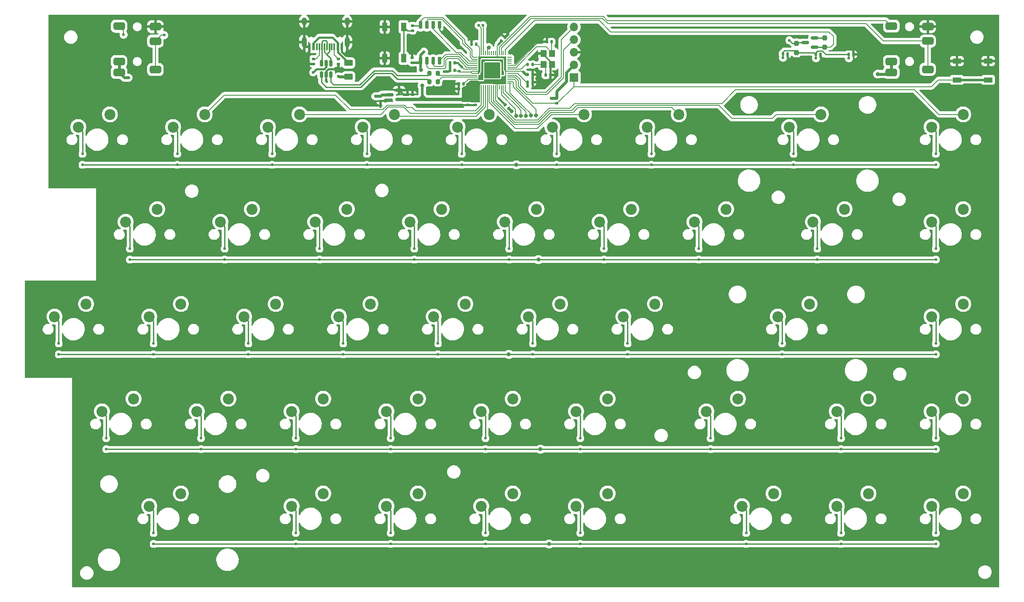
<source format=gbr>
%TF.GenerationSoftware,KiCad,Pcbnew,7.0.9*%
%TF.CreationDate,2024-01-14T20:09:13+01:00*%
%TF.ProjectId,right_pcb,72696768-745f-4706-9362-2e6b69636164,rev?*%
%TF.SameCoordinates,Original*%
%TF.FileFunction,Copper,L2,Bot*%
%TF.FilePolarity,Positive*%
%FSLAX46Y46*%
G04 Gerber Fmt 4.6, Leading zero omitted, Abs format (unit mm)*
G04 Created by KiCad (PCBNEW 7.0.9) date 2024-01-14 20:09:13*
%MOMM*%
%LPD*%
G01*
G04 APERTURE LIST*
G04 Aperture macros list*
%AMRoundRect*
0 Rectangle with rounded corners*
0 $1 Rounding radius*
0 $2 $3 $4 $5 $6 $7 $8 $9 X,Y pos of 4 corners*
0 Add a 4 corners polygon primitive as box body*
4,1,4,$2,$3,$4,$5,$6,$7,$8,$9,$2,$3,0*
0 Add four circle primitives for the rounded corners*
1,1,$1+$1,$2,$3*
1,1,$1+$1,$4,$5*
1,1,$1+$1,$6,$7*
1,1,$1+$1,$8,$9*
0 Add four rect primitives between the rounded corners*
20,1,$1+$1,$2,$3,$4,$5,0*
20,1,$1+$1,$4,$5,$6,$7,0*
20,1,$1+$1,$6,$7,$8,$9,0*
20,1,$1+$1,$8,$9,$2,$3,0*%
G04 Aperture macros list end*
%TA.AperFunction,ComponentPad*%
%ADD10C,2.200000*%
%TD*%
%TA.AperFunction,ComponentPad*%
%ADD11R,1.700000X1.700000*%
%TD*%
%TA.AperFunction,ComponentPad*%
%ADD12O,1.700000X1.700000*%
%TD*%
%TA.AperFunction,SMDPad,CuDef*%
%ADD13RoundRect,0.140000X-0.170000X0.140000X-0.170000X-0.140000X0.170000X-0.140000X0.170000X0.140000X0*%
%TD*%
%TA.AperFunction,SMDPad,CuDef*%
%ADD14RoundRect,0.140000X-0.140000X-0.170000X0.140000X-0.170000X0.140000X0.170000X-0.140000X0.170000X0*%
%TD*%
%TA.AperFunction,SMDPad,CuDef*%
%ADD15RoundRect,0.125000X0.125000X-0.125000X0.125000X0.125000X-0.125000X0.125000X-0.125000X-0.125000X0*%
%TD*%
%TA.AperFunction,SMDPad,CuDef*%
%ADD16RoundRect,0.050000X-0.050000X0.387500X-0.050000X-0.387500X0.050000X-0.387500X0.050000X0.387500X0*%
%TD*%
%TA.AperFunction,SMDPad,CuDef*%
%ADD17RoundRect,0.050000X-0.387500X0.050000X-0.387500X-0.050000X0.387500X-0.050000X0.387500X0.050000X0*%
%TD*%
%TA.AperFunction,ComponentPad*%
%ADD18C,0.600000*%
%TD*%
%TA.AperFunction,SMDPad,CuDef*%
%ADD19RoundRect,0.144000X-1.456000X1.456000X-1.456000X-1.456000X1.456000X-1.456000X1.456000X1.456000X0*%
%TD*%
%TA.AperFunction,SMDPad,CuDef*%
%ADD20RoundRect,0.140000X0.170000X-0.140000X0.170000X0.140000X-0.170000X0.140000X-0.170000X-0.140000X0*%
%TD*%
%TA.AperFunction,SMDPad,CuDef*%
%ADD21RoundRect,0.237500X0.237500X-0.250000X0.237500X0.250000X-0.237500X0.250000X-0.237500X-0.250000X0*%
%TD*%
%TA.AperFunction,SMDPad,CuDef*%
%ADD22RoundRect,0.150000X-0.150000X0.650000X-0.150000X-0.650000X0.150000X-0.650000X0.150000X0.650000X0*%
%TD*%
%TA.AperFunction,SMDPad,CuDef*%
%ADD23RoundRect,0.150000X0.150000X-0.512500X0.150000X0.512500X-0.150000X0.512500X-0.150000X-0.512500X0*%
%TD*%
%TA.AperFunction,SMDPad,CuDef*%
%ADD24RoundRect,0.140000X0.140000X0.170000X-0.140000X0.170000X-0.140000X-0.170000X0.140000X-0.170000X0*%
%TD*%
%TA.AperFunction,SMDPad,CuDef*%
%ADD25RoundRect,0.200000X-0.200000X-0.275000X0.200000X-0.275000X0.200000X0.275000X-0.200000X0.275000X0*%
%TD*%
%TA.AperFunction,SMDPad,CuDef*%
%ADD26RoundRect,0.400000X0.750000X0.400000X-0.750000X0.400000X-0.750000X-0.400000X0.750000X-0.400000X0*%
%TD*%
%TA.AperFunction,SMDPad,CuDef*%
%ADD27RoundRect,0.250000X-0.625000X0.375000X-0.625000X-0.375000X0.625000X-0.375000X0.625000X0.375000X0*%
%TD*%
%TA.AperFunction,SMDPad,CuDef*%
%ADD28R,1.200000X1.400000*%
%TD*%
%TA.AperFunction,SMDPad,CuDef*%
%ADD29RoundRect,0.150000X0.587500X0.150000X-0.587500X0.150000X-0.587500X-0.150000X0.587500X-0.150000X0*%
%TD*%
%TA.AperFunction,SMDPad,CuDef*%
%ADD30RoundRect,0.135000X-0.185000X0.135000X-0.185000X-0.135000X0.185000X-0.135000X0.185000X0.135000X0*%
%TD*%
%TA.AperFunction,SMDPad,CuDef*%
%ADD31RoundRect,0.135000X0.185000X-0.135000X0.185000X0.135000X-0.185000X0.135000X-0.185000X-0.135000X0*%
%TD*%
%TA.AperFunction,SMDPad,CuDef*%
%ADD32RoundRect,0.135000X0.135000X0.185000X-0.135000X0.185000X-0.135000X-0.185000X0.135000X-0.185000X0*%
%TD*%
%TA.AperFunction,SMDPad,CuDef*%
%ADD33RoundRect,0.237500X-0.237500X0.250000X-0.237500X-0.250000X0.237500X-0.250000X0.237500X0.250000X0*%
%TD*%
%TA.AperFunction,SMDPad,CuDef*%
%ADD34R,1.700000X1.000000*%
%TD*%
%TA.AperFunction,SMDPad,CuDef*%
%ADD35RoundRect,0.140000X0.021213X-0.219203X0.219203X-0.021213X-0.021213X0.219203X-0.219203X0.021213X0*%
%TD*%
%TA.AperFunction,SMDPad,CuDef*%
%ADD36R,0.600000X1.450000*%
%TD*%
%TA.AperFunction,SMDPad,CuDef*%
%ADD37R,0.300000X1.450000*%
%TD*%
%TA.AperFunction,ComponentPad*%
%ADD38O,1.000000X1.600000*%
%TD*%
%TA.AperFunction,ComponentPad*%
%ADD39O,1.000000X2.100000*%
%TD*%
%TA.AperFunction,SMDPad,CuDef*%
%ADD40R,1.000000X1.700000*%
%TD*%
%TA.AperFunction,SMDPad,CuDef*%
%ADD41RoundRect,0.140000X-0.219203X-0.021213X-0.021213X-0.219203X0.219203X0.021213X0.021213X0.219203X0*%
%TD*%
%TA.AperFunction,ViaPad*%
%ADD42C,0.600000*%
%TD*%
%TA.AperFunction,ViaPad*%
%ADD43C,0.800000*%
%TD*%
%TA.AperFunction,Conductor*%
%ADD44C,0.200000*%
%TD*%
%TA.AperFunction,Conductor*%
%ADD45C,0.381000*%
%TD*%
%TA.AperFunction,Conductor*%
%ADD46C,0.500000*%
%TD*%
%TA.AperFunction,Conductor*%
%ADD47C,0.600000*%
%TD*%
%TA.AperFunction,Conductor*%
%ADD48C,0.635000*%
%TD*%
%TA.AperFunction,Conductor*%
%ADD49C,0.254000*%
%TD*%
%TA.AperFunction,Conductor*%
%ADD50C,0.250000*%
%TD*%
G04 APERTURE END LIST*
D10*
%TO.P,SW49,1,1*%
%TO.N,/COL4*%
X107962500Y-98680000D03*
%TO.P,SW49,2,2*%
%TO.N,Net-(D49-A)*%
X101612500Y-101220000D03*
%TD*%
%TO.P,SW48,1,1*%
%TO.N,/COL4*%
X122250000Y-79630000D03*
%TO.P,SW48,2,2*%
%TO.N,Net-(D48-A)*%
X115900000Y-82170000D03*
%TD*%
%TO.P,SW55,1,1*%
%TO.N,/COL5*%
X136537500Y-117730000D03*
%TO.P,SW55,2,2*%
%TO.N,Net-(D55-A)*%
X130187500Y-120270000D03*
%TD*%
%TO.P,SW70,1,1*%
%TO.N,/COL8*%
X207975000Y-117730000D03*
%TO.P,SW70,2,2*%
%TO.N,Net-(D70-A)*%
X201625000Y-120270000D03*
%TD*%
%TO.P,SW75,1,1*%
%TO.N,/COL9*%
X227025000Y-117730000D03*
%TO.P,SW75,2,2*%
%TO.N,Net-(D75-A)*%
X220675000Y-120270000D03*
%TD*%
%TO.P,SW54,1,1*%
%TO.N,/COL5*%
X127012500Y-98680000D03*
%TO.P,SW54,2,2*%
%TO.N,Net-(D54-A)*%
X120662500Y-101220000D03*
%TD*%
%TO.P,SW39,1,1*%
%TO.N,/COL2*%
X84150000Y-79630000D03*
%TO.P,SW39,2,2*%
%TO.N,Net-(D39-A)*%
X77800000Y-82170000D03*
%TD*%
%TO.P,SW57,1,1*%
%TO.N,/COL6*%
X150825000Y-60580000D03*
%TO.P,SW57,2,2*%
%TO.N,Net-(D57-A)*%
X144475000Y-63120000D03*
%TD*%
%TO.P,SW74,1,1*%
%TO.N,/COL9*%
X227025000Y-98680000D03*
%TO.P,SW74,2,2*%
%TO.N,Net-(D74-A)*%
X220675000Y-101220000D03*
%TD*%
%TO.P,SW76,1,1*%
%TO.N,/COL9*%
X227025000Y-136780000D03*
%TO.P,SW76,2,2*%
%TO.N,Net-(D76-A)*%
X220675000Y-139320000D03*
%TD*%
%TO.P,SW47,1,1*%
%TO.N,/COL4*%
X112725000Y-60580000D03*
%TO.P,SW47,2,2*%
%TO.N,Net-(D47-A)*%
X106375000Y-63120000D03*
%TD*%
%TO.P,SW62,1,1*%
%TO.N,/COL7*%
X169875000Y-60580000D03*
%TO.P,SW62,2,2*%
%TO.N,Net-(D62-A)*%
X163525000Y-63120000D03*
%TD*%
%TO.P,SW66,1,1*%
%TO.N,/COL7*%
X188925000Y-136780000D03*
%TO.P,SW66,2,2*%
%TO.N,Net-(D66-A)*%
X182575000Y-139320000D03*
%TD*%
%TO.P,SW33,1,1*%
%TO.N,/COL1*%
X55575000Y-60580000D03*
%TO.P,SW33,2,2*%
%TO.N,Net-(D33-A)*%
X49225000Y-63120000D03*
%TD*%
%TO.P,SW50,1,1*%
%TO.N,/COL4*%
X117487500Y-117730000D03*
%TO.P,SW50,2,2*%
%TO.N,Net-(D50-A)*%
X111137500Y-120270000D03*
%TD*%
%TO.P,SW35,1,1*%
%TO.N,/COL1*%
X50812500Y-98680000D03*
%TO.P,SW35,2,2*%
%TO.N,Net-(D35-A)*%
X44462500Y-101220000D03*
%TD*%
%TO.P,SW45,1,1*%
%TO.N,/COL3*%
X98437500Y-117730000D03*
%TO.P,SW45,2,2*%
%TO.N,Net-(D45-A)*%
X92087500Y-120270000D03*
%TD*%
%TO.P,SW73,1,1*%
%TO.N,/COL9*%
X227025000Y-79630000D03*
%TO.P,SW73,2,2*%
%TO.N,Net-(D73-A)*%
X220675000Y-82170000D03*
%TD*%
%TO.P,SW59,1,1*%
%TO.N,/COL6*%
X146062500Y-98680000D03*
%TO.P,SW59,2,2*%
%TO.N,Net-(D59-A)*%
X139712500Y-101220000D03*
%TD*%
%TO.P,SW42,1,1*%
%TO.N,/COL3*%
X93675000Y-60580000D03*
%TO.P,SW42,2,2*%
%TO.N,Net-(D42-A)*%
X87325000Y-63120000D03*
%TD*%
%TO.P,SW69,1,1*%
%TO.N,/COL8*%
X196143099Y-98680000D03*
%TO.P,SW69,2,2*%
%TO.N,Net-(D69-A)*%
X189793099Y-101220000D03*
%TD*%
%TO.P,SW34,1,1*%
%TO.N,/COL1*%
X65100000Y-79630000D03*
%TO.P,SW34,2,2*%
%TO.N,Net-(D34-A)*%
X58750000Y-82170000D03*
%TD*%
%TO.P,SW63,1,1*%
%TO.N,/COL7*%
X179400000Y-79630000D03*
%TO.P,SW63,2,2*%
%TO.N,Net-(D63-A)*%
X173050000Y-82170000D03*
%TD*%
%TO.P,SW58,1,1*%
%TO.N,/COL6*%
X160350000Y-79630000D03*
%TO.P,SW58,2,2*%
%TO.N,Net-(D58-A)*%
X154000000Y-82170000D03*
%TD*%
%TO.P,SW61,1,1*%
%TO.N,/COL6*%
X155587500Y-136780000D03*
%TO.P,SW61,2,2*%
%TO.N,Net-(D61-A)*%
X149237500Y-139320000D03*
%TD*%
%TO.P,SW41,1,1*%
%TO.N,/COL2*%
X79387500Y-117730000D03*
%TO.P,SW41,2,2*%
%TO.N,Net-(D41-A)*%
X73037500Y-120270000D03*
%TD*%
%TO.P,SW43,1,1*%
%TO.N,/COL3*%
X103200000Y-79630000D03*
%TO.P,SW43,2,2*%
%TO.N,Net-(D43-A)*%
X96850000Y-82170000D03*
%TD*%
D11*
%TO.P,J2,1,Pin_1*%
%TO.N,~{RESET}*%
X148822175Y-53176000D03*
D12*
%TO.P,J2,2,Pin_2*%
%TO.N,+3V3*%
X148822175Y-50636000D03*
%TO.P,J2,3,Pin_3*%
%TO.N,GND*%
X148822175Y-48096000D03*
%TO.P,J2,4,Pin_4*%
%TO.N,SWD*%
X148822175Y-45556000D03*
%TO.P,J2,5,Pin_5*%
%TO.N,SWCLK*%
X148822175Y-43016000D03*
%TD*%
D10*
%TO.P,SW51,1,1*%
%TO.N,/COL4*%
X117487500Y-136780000D03*
%TO.P,SW51,2,2*%
%TO.N,Net-(D51-A)*%
X111137500Y-139320000D03*
%TD*%
%TO.P,SW64,1,1*%
%TO.N,/COL7*%
X165112500Y-98680000D03*
%TO.P,SW64,2,2*%
%TO.N,Net-(D64-A)*%
X158762500Y-101220000D03*
%TD*%
%TO.P,SW67,1,1*%
%TO.N,/COL8*%
X198450000Y-60580000D03*
%TO.P,SW67,2,2*%
%TO.N,Net-(D67-A)*%
X192100000Y-63120000D03*
%TD*%
%TO.P,SW38,1,1*%
%TO.N,/COL2*%
X74625000Y-60580000D03*
%TO.P,SW38,2,2*%
%TO.N,Net-(D38-A)*%
X68275000Y-63120000D03*
%TD*%
%TO.P,SW60,1,1*%
%TO.N,/COL6*%
X155587500Y-117730000D03*
%TO.P,SW60,2,2*%
%TO.N,Net-(D60-A)*%
X149237500Y-120270000D03*
%TD*%
%TO.P,SW37,1,1*%
%TO.N,/COL1*%
X69862500Y-136780000D03*
%TO.P,SW37,2,2*%
%TO.N,Net-(D37-A)*%
X63512500Y-139320000D03*
%TD*%
%TO.P,SW44,1,1*%
%TO.N,/COL3*%
X88912500Y-98680000D03*
%TO.P,SW44,2,2*%
%TO.N,Net-(D44-A)*%
X82562500Y-101220000D03*
%TD*%
%TO.P,SW36,1,1*%
%TO.N,/COL1*%
X60337500Y-117730000D03*
%TO.P,SW36,2,2*%
%TO.N,Net-(D36-A)*%
X53987500Y-120270000D03*
%TD*%
%TO.P,SW40,1,1*%
%TO.N,/COL2*%
X69862500Y-98680000D03*
%TO.P,SW40,2,2*%
%TO.N,Net-(D40-A)*%
X63512500Y-101220000D03*
%TD*%
%TO.P,SW53,1,1*%
%TO.N,/COL5*%
X141300000Y-79630000D03*
%TO.P,SW53,2,2*%
%TO.N,Net-(D53-A)*%
X134950000Y-82170000D03*
%TD*%
%TO.P,SW52,1,1*%
%TO.N,/COL5*%
X131775000Y-60580000D03*
%TO.P,SW52,2,2*%
%TO.N,Net-(D52-A)*%
X125425000Y-63120000D03*
%TD*%
%TO.P,SW46,1,1*%
%TO.N,/COL3*%
X98437500Y-136780000D03*
%TO.P,SW46,2,2*%
%TO.N,Net-(D46-A)*%
X92087500Y-139320000D03*
%TD*%
%TO.P,SW72,1,1*%
%TO.N,/COL9*%
X227025000Y-60580000D03*
%TO.P,SW72,2,2*%
%TO.N,Net-(D72-A)*%
X220675000Y-63120000D03*
%TD*%
%TO.P,SW68,1,1*%
%TO.N,/COL8*%
X203213000Y-79630000D03*
%TO.P,SW68,2,2*%
%TO.N,Net-(D68-A)*%
X196863000Y-82170000D03*
%TD*%
%TO.P,SW65,1,1*%
%TO.N,/COL7*%
X181781500Y-117730000D03*
%TO.P,SW65,2,2*%
%TO.N,Net-(D65-A)*%
X175431500Y-120270000D03*
%TD*%
%TO.P,SW71,1,1*%
%TO.N,/COL8*%
X207975000Y-136780000D03*
%TO.P,SW71,2,2*%
%TO.N,Net-(D71-A)*%
X201625000Y-139320000D03*
%TD*%
%TO.P,SW56,1,1*%
%TO.N,/COL5*%
X136537500Y-136780000D03*
%TO.P,SW56,2,2*%
%TO.N,Net-(D56-A)*%
X130187500Y-139320000D03*
%TD*%
D13*
%TO.P,C17,1*%
%TO.N,GND*%
X116432850Y-56627000D03*
%TO.P,C17,2*%
%TO.N,+3V3*%
X116432850Y-57587000D03*
%TD*%
D14*
%TO.P,C6,1*%
%TO.N,+1V1*%
X139543207Y-54119000D03*
%TO.P,C6,2*%
%TO.N,GND*%
X140503207Y-54119000D03*
%TD*%
D15*
%TO.P,D46,1,K*%
%TO.N,/ROW5*%
X92937500Y-146925000D03*
%TO.P,D46,2,A*%
%TO.N,Net-(D46-A)*%
X92937500Y-144725000D03*
%TD*%
%TO.P,D56,1,K*%
%TO.N,/ROW5*%
X131037500Y-146925000D03*
%TO.P,D56,2,A*%
%TO.N,Net-(D56-A)*%
X131037500Y-144725000D03*
%TD*%
D16*
%TO.P,U3,1,IOVDD*%
%TO.N,+3V3*%
X129834957Y-48268500D03*
%TO.P,U3,2,GPIO0*%
%TO.N,/LEFT_TX*%
X130234957Y-48268500D03*
%TO.P,U3,3,GPIO1*%
%TO.N,/LEFT_RX*%
X130634957Y-48268500D03*
%TO.P,U3,4,GPIO2*%
%TO.N,/pi_pico/GPIO2*%
X131034957Y-48268500D03*
%TO.P,U3,5,GPIO3*%
%TO.N,/COL1*%
X131434957Y-48268500D03*
%TO.P,U3,6,GPIO4*%
%TO.N,/pi_pico/GPIO4*%
X131834957Y-48268500D03*
%TO.P,U3,7,GPIO5*%
%TO.N,/pi_pico/GPIO5*%
X132234957Y-48268500D03*
%TO.P,U3,8,GPIO6*%
%TO.N,/pi_pico/GPIO6*%
X132634957Y-48268500D03*
%TO.P,U3,9,GPIO7*%
%TO.N,/pi_pico/GPIO7*%
X133034957Y-48268500D03*
%TO.P,U3,10,IOVDD*%
%TO.N,+3V3*%
X133434957Y-48268500D03*
%TO.P,U3,11,GPIO8*%
%TO.N,/RIGHT_TX*%
X133834957Y-48268500D03*
%TO.P,U3,12,GPIO9*%
%TO.N,/RIGHT_RX*%
X134234957Y-48268500D03*
%TO.P,U3,13,GPIO10*%
%TO.N,/pi_pico/GPIO10*%
X134634957Y-48268500D03*
%TO.P,U3,14,GPIO11*%
%TO.N,/LED_DATA*%
X135034957Y-48268500D03*
D17*
%TO.P,U3,15,GPIO12*%
%TO.N,/pi_pico/GPIO12*%
X135872457Y-49106000D03*
%TO.P,U3,16,GPIO13*%
%TO.N,/pi_pico/GPIO13*%
X135872457Y-49506000D03*
%TO.P,U3,17,GPIO14*%
%TO.N,/pi_pico/GPIO14*%
X135872457Y-49906000D03*
%TO.P,U3,18,GPIO15*%
%TO.N,/pi_pico/GPIO15*%
X135872457Y-50306000D03*
%TO.P,U3,19,TESTEN*%
%TO.N,GND*%
X135872457Y-50706000D03*
%TO.P,U3,20,XTAL_IN*%
%TO.N,XTAL_IN*%
X135872457Y-51106000D03*
%TO.P,U3,21,XTAL_OUT*%
%TO.N,XTAL_OUT*%
X135872457Y-51506000D03*
%TO.P,U3,22,IOVDD*%
%TO.N,+3V3*%
X135872457Y-51906000D03*
%TO.P,U3,23,DVDD*%
%TO.N,+1V1*%
X135872457Y-52306000D03*
%TO.P,U3,24,SWCLK*%
%TO.N,SWCLK*%
X135872457Y-52706000D03*
%TO.P,U3,25,SWDIO*%
%TO.N,SWD*%
X135872457Y-53106000D03*
%TO.P,U3,26,~{RUN}*%
%TO.N,~{RESET}*%
X135872457Y-53506000D03*
%TO.P,U3,27,GPIO16*%
%TO.N,/ROW5*%
X135872457Y-53906000D03*
%TO.P,U3,28,GPIO17*%
%TO.N,/ROW4*%
X135872457Y-54306000D03*
D16*
%TO.P,U3,29,GPIO18*%
%TO.N,/ROW3*%
X135034957Y-55143500D03*
%TO.P,U3,30,GPIO19*%
%TO.N,/ROW2*%
X134634957Y-55143500D03*
%TO.P,U3,31,GPIO20*%
%TO.N,/ROW1*%
X134234957Y-55143500D03*
%TO.P,U3,32,GPIO21*%
%TO.N,/pi_pico/GPIO21*%
X133834957Y-55143500D03*
%TO.P,U3,33,IOVDD*%
%TO.N,+3V3*%
X133434957Y-55143500D03*
%TO.P,U3,34,GPIO22*%
%TO.N,/COL9*%
X133034957Y-55143500D03*
%TO.P,U3,35,GPIO23*%
%TO.N,/COL8*%
X132634957Y-55143500D03*
%TO.P,U3,36,GPIO24*%
%TO.N,/COL7*%
X132234957Y-55143500D03*
%TO.P,U3,37,GPIO25*%
%TO.N,/COL6*%
X131834957Y-55143500D03*
%TO.P,U3,38,GPIO26/ADC0*%
%TO.N,/COL5*%
X131434957Y-55143500D03*
%TO.P,U3,39,GPIO27/ADC1*%
%TO.N,/COL4*%
X131034957Y-55143500D03*
%TO.P,U3,40,GPIO28/ADC2*%
%TO.N,/COL3*%
X130634957Y-55143500D03*
%TO.P,U3,41,GPIO29/ADC3*%
%TO.N,/COL2*%
X130234957Y-55143500D03*
%TO.P,U3,42,IOVDD*%
%TO.N,+3V3*%
X129834957Y-55143500D03*
D17*
%TO.P,U3,43,ADC_AVDD*%
X128997457Y-54306000D03*
%TO.P,U3,44,VREG_VIN*%
X128997457Y-53906000D03*
%TO.P,U3,45,VREG_VOUT*%
%TO.N,+1V1*%
X128997457Y-53506000D03*
%TO.P,U3,46,D-*%
%TO.N,/pi_pico/D_-*%
X128997457Y-53106000D03*
%TO.P,U3,47,D+*%
%TO.N,/pi_pico/D_+*%
X128997457Y-52706000D03*
%TO.P,U3,48,USB_VDD*%
%TO.N,+3V3*%
X128997457Y-52306000D03*
%TO.P,U3,49,IOVDD*%
X128997457Y-51906000D03*
%TO.P,U3,50,DVDD*%
%TO.N,+1V1*%
X128997457Y-51506000D03*
%TO.P,U3,51,QSPI_SD3*%
%TO.N,SD3*%
X128997457Y-51106000D03*
%TO.P,U3,52,QSPI_SCLK*%
%TO.N,QSPI_CLK*%
X128997457Y-50706000D03*
%TO.P,U3,53,QSPI_SD0*%
%TO.N,SD0*%
X128997457Y-50306000D03*
%TO.P,U3,54,QSPI_SD2*%
%TO.N,SD2*%
X128997457Y-49906000D03*
%TO.P,U3,55,QSPI_SD1*%
%TO.N,SD1*%
X128997457Y-49506000D03*
%TO.P,U3,56,QSPI_SS_N*%
%TO.N,CS*%
X128997457Y-49106000D03*
D18*
%TO.P,U3,57,GND*%
%TO.N,GND*%
X133709957Y-50431000D03*
X132434957Y-50431000D03*
X131159957Y-50431000D03*
X133709957Y-51706000D03*
X132434957Y-51706000D03*
D19*
X132434957Y-51706000D03*
D18*
X131159957Y-51706000D03*
X133709957Y-52981000D03*
X132434957Y-52981000D03*
X131159957Y-52981000D03*
%TD*%
D20*
%TO.P,C1,1*%
%TO.N,+3V3*%
X116332175Y-50175700D03*
%TO.P,C1,2*%
%TO.N,GND*%
X116332175Y-49215700D03*
%TD*%
D15*
%TO.P,D53,1,K*%
%TO.N,/ROW2*%
X135800000Y-89775000D03*
%TO.P,D53,2,A*%
%TO.N,Net-(D53-A)*%
X135800000Y-87575000D03*
%TD*%
%TO.P,D38,1,K*%
%TO.N,/ROW1*%
X69125000Y-70725000D03*
%TO.P,D38,2,A*%
%TO.N,Net-(D38-A)*%
X69125000Y-68525000D03*
%TD*%
%TO.P,D43,1,K*%
%TO.N,/ROW2*%
X97700000Y-89775000D03*
%TO.P,D43,2,A*%
%TO.N,Net-(D43-A)*%
X97700000Y-87575000D03*
%TD*%
%TO.P,D52,1,K*%
%TO.N,/ROW1*%
X126275000Y-70725000D03*
%TO.P,D52,2,A*%
%TO.N,Net-(D52-A)*%
X126275000Y-68525000D03*
%TD*%
D21*
%TO.P,R9,1*%
%TO.N,+5V*%
X193512800Y-48144400D03*
%TO.P,R9,2*%
%TO.N,Net-(LED1-DIN)*%
X193512800Y-46319400D03*
%TD*%
D20*
%TO.P,C7,1*%
%TO.N,+3V3*%
X115416850Y-57587000D03*
%TO.P,C7,2*%
%TO.N,GND*%
X115416850Y-56627000D03*
%TD*%
D15*
%TO.P,D36,1,K*%
%TO.N,/ROW4*%
X54837500Y-127875000D03*
%TO.P,D36,2,A*%
%TO.N,Net-(D36-A)*%
X54837500Y-125675000D03*
%TD*%
%TO.P,D67,1,K*%
%TO.N,/ROW1*%
X192950000Y-70725000D03*
%TO.P,D67,2,A*%
%TO.N,Net-(D67-A)*%
X192950000Y-68525000D03*
%TD*%
%TO.P,D39,1,K*%
%TO.N,/ROW2*%
X78650000Y-89775000D03*
%TO.P,D39,2,A*%
%TO.N,Net-(D39-A)*%
X78650000Y-87575000D03*
%TD*%
D22*
%TO.P,U1,1,~{CS}*%
%TO.N,CS*%
X117982175Y-42618700D03*
%TO.P,U1,2,DO(IO1)*%
%TO.N,SD1*%
X119252175Y-42618700D03*
%TO.P,U1,3,IO2*%
%TO.N,SD2*%
X120522175Y-42618700D03*
%TO.P,U1,4,GND*%
%TO.N,GND*%
X121792175Y-42618700D03*
%TO.P,U1,5,DI(IO0)*%
%TO.N,SD0*%
X121792175Y-49818700D03*
%TO.P,U1,6,CLK*%
%TO.N,QSPI_CLK*%
X120522175Y-49818700D03*
%TO.P,U1,7,IO3*%
%TO.N,SD3*%
X119252175Y-49818700D03*
%TO.P,U1,8,VCC*%
%TO.N,+3V3*%
X117982175Y-49818700D03*
%TD*%
D13*
%TO.P,C9,1*%
%TO.N,+3V3*%
X128974207Y-57703000D03*
%TO.P,C9,2*%
%TO.N,GND*%
X128974207Y-58663000D03*
%TD*%
D15*
%TO.P,D66,1,K*%
%TO.N,/ROW5*%
X183425000Y-146925000D03*
%TO.P,D66,2,A*%
%TO.N,Net-(D66-A)*%
X183425000Y-144725000D03*
%TD*%
D23*
%TO.P,U2,1,I/O1*%
%TO.N,D_P*%
X99976175Y-52576200D03*
%TO.P,U2,2,GND*%
%TO.N,GND*%
X99026175Y-52576200D03*
%TO.P,U2,3,I/O2*%
%TO.N,D_N*%
X98076175Y-52576200D03*
%TO.P,U2,4,I/O2*%
%TO.N,D_USB_N*%
X98076175Y-50301200D03*
%TO.P,U2,5,VBUS*%
%TO.N,+5V*%
X99026175Y-50301200D03*
%TO.P,U2,6,I/O1*%
%TO.N,D_USB_P*%
X99976175Y-50301200D03*
%TD*%
D24*
%TO.P,C8,1*%
%TO.N,+3V3*%
X126675975Y-55487750D03*
%TO.P,C8,2*%
%TO.N,GND*%
X125715975Y-55487750D03*
%TD*%
D20*
%TO.P,C16,1*%
%TO.N,GND*%
X109952975Y-57873250D03*
%TO.P,C16,2*%
%TO.N,+5V*%
X109952975Y-56913250D03*
%TD*%
D15*
%TO.P,D47,1,K*%
%TO.N,/ROW1*%
X107225000Y-70725000D03*
%TO.P,D47,2,A*%
%TO.N,Net-(D47-A)*%
X107225000Y-68525000D03*
%TD*%
%TO.P,D68,1,K*%
%TO.N,/ROW2*%
X197713000Y-89775000D03*
%TO.P,D68,2,A*%
%TO.N,Net-(D68-A)*%
X197713000Y-87575000D03*
%TD*%
D24*
%TO.P,C3,1*%
%TO.N,GND*%
X144074975Y-52693750D03*
%TO.P,C3,2*%
%TO.N,/pi_pico/XTAL_O*%
X143114975Y-52693750D03*
%TD*%
D25*
%TO.P,R6,1*%
%TO.N,D_N*%
X119798850Y-54006000D03*
%TO.P,R6,2*%
%TO.N,/pi_pico/D_-*%
X121448850Y-54006000D03*
%TD*%
D26*
%TO.P,J4,R1*%
%TO.N,/RIGHT_RX*%
X219904400Y-51544800D03*
X219904400Y-45844800D03*
%TO.P,J4,R2*%
%TO.N,/RIGHT_TX*%
X212604400Y-42844800D03*
%TO.P,J4,S*%
%TO.N,GND*%
X219904400Y-42944800D03*
%TO.P,J4,T*%
%TO.N,+5V*%
X212604400Y-52144800D03*
X212604400Y-49944800D03*
%TD*%
D15*
%TO.P,D75,1,K*%
%TO.N,/ROW4*%
X221525000Y-127875000D03*
%TO.P,D75,2,A*%
%TO.N,Net-(D75-A)*%
X221525000Y-125675000D03*
%TD*%
D27*
%TO.P,F1,1*%
%TO.N,VBUS*%
X103522175Y-50238700D03*
%TO.P,F1,2*%
%TO.N,+5V*%
X103522175Y-53038700D03*
%TD*%
D15*
%TO.P,D41,1,K*%
%TO.N,/ROW4*%
X73887500Y-127875000D03*
%TO.P,D41,2,A*%
%TO.N,Net-(D41-A)*%
X73887500Y-125675000D03*
%TD*%
%TO.P,D48,1,K*%
%TO.N,/ROW2*%
X116750000Y-89775000D03*
%TO.P,D48,2,A*%
%TO.N,Net-(D48-A)*%
X116750000Y-87575000D03*
%TD*%
D28*
%TO.P,Y1,1,1*%
%TO.N,/pi_pico/XTAL_O*%
X142729207Y-50520000D03*
%TO.P,Y1,2,2*%
%TO.N,GND*%
X142729207Y-48320000D03*
%TO.P,Y1,3,3*%
%TO.N,XTAL_IN*%
X144429207Y-48320000D03*
%TO.P,Y1,4,4*%
%TO.N,GND*%
X144429207Y-50520000D03*
%TD*%
D15*
%TO.P,D54,1,K*%
%TO.N,/ROW3*%
X121512500Y-108825000D03*
%TO.P,D54,2,A*%
%TO.N,Net-(D54-A)*%
X121512500Y-106625000D03*
%TD*%
D29*
%TO.P,Q1,1,G*%
%TO.N,+3.3V*%
X197162800Y-45194400D03*
%TO.P,Q1,2,S*%
%TO.N,/LED_DATA*%
X197162800Y-47094400D03*
%TO.P,Q1,3,D*%
%TO.N,Net-(LED1-DIN)*%
X195287800Y-46144400D03*
%TD*%
D15*
%TO.P,D35,1,K*%
%TO.N,/ROW3*%
X45312500Y-108825000D03*
%TO.P,D35,2,A*%
%TO.N,Net-(D35-A)*%
X45312500Y-106625000D03*
%TD*%
%TO.P,D34,1,K*%
%TO.N,/ROW2*%
X59600000Y-89775000D03*
%TO.P,D34,2,A*%
%TO.N,Net-(D34-A)*%
X59600000Y-87575000D03*
%TD*%
%TO.P,D65,1,K*%
%TO.N,/ROW4*%
X176281500Y-127875000D03*
%TO.P,D65,2,A*%
%TO.N,Net-(D65-A)*%
X176281500Y-125675000D03*
%TD*%
%TO.P,D40,1,K*%
%TO.N,/ROW3*%
X64362500Y-108825000D03*
%TO.P,D40,2,A*%
%TO.N,Net-(D40-A)*%
X64362500Y-106625000D03*
%TD*%
%TO.P,D50,1,K*%
%TO.N,/ROW4*%
X111987500Y-127875000D03*
%TO.P,D50,2,A*%
%TO.N,Net-(D50-A)*%
X111987500Y-125675000D03*
%TD*%
%TO.P,D59,1,K*%
%TO.N,/ROW3*%
X140562500Y-108825000D03*
%TO.P,D59,2,A*%
%TO.N,Net-(D59-A)*%
X140562500Y-106625000D03*
%TD*%
D30*
%TO.P,R2,1*%
%TO.N,+3V3*%
X145322175Y-57338700D03*
%TO.P,R2,2*%
%TO.N,~{RESET}*%
X145322175Y-58358700D03*
%TD*%
D13*
%TO.P,C14,1*%
%TO.N,+3V3*%
X127450207Y-57703000D03*
%TO.P,C14,2*%
%TO.N,GND*%
X127450207Y-58663000D03*
%TD*%
D14*
%TO.P,C10,1*%
%TO.N,+3V3*%
X139543207Y-52595000D03*
%TO.P,C10,2*%
%TO.N,GND*%
X140503207Y-52595000D03*
%TD*%
D24*
%TO.P,C13,1*%
%TO.N,+3V3*%
X124882207Y-51706000D03*
%TO.P,C13,2*%
%TO.N,GND*%
X123922207Y-51706000D03*
%TD*%
D15*
%TO.P,D37,1,K*%
%TO.N,/ROW5*%
X64362500Y-146925000D03*
%TO.P,D37,2,A*%
%TO.N,Net-(D37-A)*%
X64362500Y-144725000D03*
%TD*%
%TO.P,D49,1,K*%
%TO.N,/ROW3*%
X102462500Y-108825000D03*
%TO.P,D49,2,A*%
%TO.N,Net-(D49-A)*%
X102462500Y-106625000D03*
%TD*%
D31*
%TO.P,R1,1*%
%TO.N,/pi_pico/~{USB_BOOT}*%
X116422175Y-43748700D03*
%TO.P,R1,2*%
%TO.N,CS*%
X116422175Y-42728700D03*
%TD*%
D15*
%TO.P,D58,1,K*%
%TO.N,/ROW2*%
X154850000Y-89775000D03*
%TO.P,D58,2,A*%
%TO.N,Net-(D58-A)*%
X154850000Y-87575000D03*
%TD*%
D32*
%TO.P,R7,1*%
%TO.N,/pi_pico/XTAL_O*%
X140533207Y-50563000D03*
%TO.P,R7,2*%
%TO.N,XTAL_OUT*%
X139513207Y-50563000D03*
%TD*%
D30*
%TO.P,R3,1*%
%TO.N,/pi_pico/CC1*%
X96517925Y-49420575D03*
%TO.P,R3,2*%
%TO.N,GND*%
X96517925Y-50440575D03*
%TD*%
D15*
%TO.P,D70,1,K*%
%TO.N,/ROW4*%
X202475000Y-127875000D03*
%TO.P,D70,2,A*%
%TO.N,Net-(D70-A)*%
X202475000Y-125675000D03*
%TD*%
%TO.P,D42,1,K*%
%TO.N,/ROW1*%
X88175000Y-70725000D03*
%TO.P,D42,2,A*%
%TO.N,Net-(D42-A)*%
X88175000Y-68525000D03*
%TD*%
D26*
%TO.P,J3,R1*%
%TO.N,/LEFT_TX*%
X64734957Y-51556000D03*
X64734957Y-45856000D03*
%TO.P,J3,R2*%
%TO.N,/LEFT_RX*%
X57434957Y-42856000D03*
%TO.P,J3,S*%
%TO.N,GND*%
X64734957Y-42956000D03*
%TO.P,J3,T*%
%TO.N,+5V*%
X57434957Y-52156000D03*
X57434957Y-49956000D03*
%TD*%
D24*
%TO.P,C15,1*%
%TO.N,+3V3*%
X129215975Y-46470750D03*
%TO.P,C15,2*%
%TO.N,GND*%
X128255975Y-46470750D03*
%TD*%
D14*
%TO.P,C2,1*%
%TO.N,GND*%
X143368975Y-45991000D03*
%TO.P,C2,2*%
%TO.N,XTAL_IN*%
X144328975Y-45991000D03*
%TD*%
D15*
%TO.P,D73,1,K*%
%TO.N,/ROW2*%
X221525000Y-89775000D03*
%TO.P,D73,2,A*%
%TO.N,Net-(D73-A)*%
X221525000Y-87575000D03*
%TD*%
D33*
%TO.P,R8,1*%
%TO.N,+3.3V*%
X199162800Y-45231900D03*
%TO.P,R8,2*%
%TO.N,/LED_DATA*%
X199162800Y-47056900D03*
%TD*%
D15*
%TO.P,D51,1,K*%
%TO.N,/ROW5*%
X111987500Y-146925000D03*
%TO.P,D51,2,A*%
%TO.N,Net-(D51-A)*%
X111987500Y-144725000D03*
%TD*%
D30*
%TO.P,R4,1*%
%TO.N,/pi_pico/CC2*%
X101470925Y-49420575D03*
%TO.P,R4,2*%
%TO.N,GND*%
X101470925Y-50440575D03*
%TD*%
D15*
%TO.P,D60,1,K*%
%TO.N,/ROW4*%
X150087500Y-127875000D03*
%TO.P,D60,2,A*%
%TO.N,Net-(D60-A)*%
X150087500Y-125675000D03*
%TD*%
%TO.P,D44,1,K*%
%TO.N,/ROW3*%
X83412500Y-108825000D03*
%TO.P,D44,2,A*%
%TO.N,Net-(D44-A)*%
X83412500Y-106625000D03*
%TD*%
D25*
%TO.P,R5,1*%
%TO.N,D_P*%
X119798850Y-52355000D03*
%TO.P,R5,2*%
%TO.N,/pi_pico/D_+*%
X121448850Y-52355000D03*
%TD*%
D14*
%TO.P,C18,1*%
%TO.N,+5V*%
X190782800Y-48394400D03*
%TO.P,C18,2*%
%TO.N,GND*%
X191742800Y-48394400D03*
%TD*%
%TO.P,C20,1*%
%TO.N,+5V*%
X204002800Y-48544400D03*
%TO.P,C20,2*%
%TO.N,GND*%
X204962800Y-48544400D03*
%TD*%
D15*
%TO.P,D71,1,K*%
%TO.N,/ROW5*%
X202475000Y-146925000D03*
%TO.P,D71,2,A*%
%TO.N,Net-(D71-A)*%
X202475000Y-144725000D03*
%TD*%
%TO.P,D55,1,K*%
%TO.N,/ROW4*%
X131037500Y-127875000D03*
%TO.P,D55,2,A*%
%TO.N,Net-(D55-A)*%
X131037500Y-125675000D03*
%TD*%
%TO.P,D45,1,K*%
%TO.N,/ROW4*%
X92937500Y-127875000D03*
%TO.P,D45,2,A*%
%TO.N,Net-(D45-A)*%
X92937500Y-125675000D03*
%TD*%
%TO.P,D72,1,K*%
%TO.N,/ROW1*%
X221525000Y-70725000D03*
%TO.P,D72,2,A*%
%TO.N,Net-(D72-A)*%
X221525000Y-68525000D03*
%TD*%
%TO.P,D33,1,K*%
%TO.N,/ROW1*%
X50075000Y-70725000D03*
%TO.P,D33,2,A*%
%TO.N,Net-(D33-A)*%
X50075000Y-68525000D03*
%TD*%
%TO.P,D61,1,K*%
%TO.N,/ROW5*%
X150087500Y-146925000D03*
%TO.P,D61,2,A*%
%TO.N,Net-(D61-A)*%
X150087500Y-144725000D03*
%TD*%
D14*
%TO.P,C19,1*%
%TO.N,+5V*%
X197412800Y-48494400D03*
%TO.P,C19,2*%
%TO.N,GND*%
X198372800Y-48494400D03*
%TD*%
D24*
%TO.P,C4,1*%
%TO.N,+1V1*%
X126675975Y-54471750D03*
%TO.P,C4,2*%
%TO.N,GND*%
X125715975Y-54471750D03*
%TD*%
D34*
%TO.P,SW_RESET1,1,1*%
%TO.N,GND*%
X232054400Y-49844800D03*
X225754400Y-49844800D03*
%TO.P,SW_RESET1,2,2*%
%TO.N,~{RESET}*%
X232054400Y-53644800D03*
X225754400Y-53644800D03*
%TD*%
D15*
%TO.P,D62,1,K*%
%TO.N,/ROW1*%
X164375000Y-70725000D03*
%TO.P,D62,2,A*%
%TO.N,Net-(D62-A)*%
X164375000Y-68525000D03*
%TD*%
%TO.P,D63,1,K*%
%TO.N,/ROW2*%
X173900000Y-89775000D03*
%TO.P,D63,2,A*%
%TO.N,Net-(D63-A)*%
X173900000Y-87575000D03*
%TD*%
D24*
%TO.P,C5,1*%
%TO.N,+1V1*%
X124882207Y-50182000D03*
%TO.P,C5,2*%
%TO.N,GND*%
X123922207Y-50182000D03*
%TD*%
D35*
%TO.P,C12,1*%
%TO.N,+3V3*%
X134238564Y-45794161D03*
%TO.P,C12,2*%
%TO.N,GND*%
X134917386Y-45115339D03*
%TD*%
D36*
%TO.P,J1,A1,GND*%
%TO.N,GND*%
X95680925Y-47006450D03*
%TO.P,J1,A4,VBUS*%
%TO.N,VBUS*%
X96480925Y-47006450D03*
D37*
%TO.P,J1,A5,CC1*%
%TO.N,/pi_pico/CC1*%
X97680925Y-47006450D03*
%TO.P,J1,A6,D+*%
%TO.N,D_USB_P*%
X98680925Y-47006450D03*
%TO.P,J1,A7,D-*%
%TO.N,D_USB_N*%
X99180925Y-47006450D03*
%TO.P,J1,A8,SBU1*%
%TO.N,unconnected-(J1-SBU1-PadA8)*%
X100180925Y-47006450D03*
D36*
%TO.P,J1,A9,VBUS*%
%TO.N,VBUS*%
X101380925Y-47006450D03*
%TO.P,J1,A12,GND*%
%TO.N,GND*%
X102180925Y-47006450D03*
%TO.P,J1,B1,GND*%
X102180925Y-47006450D03*
%TO.P,J1,B4,VBUS*%
%TO.N,VBUS*%
X101380925Y-47006450D03*
D37*
%TO.P,J1,B5,CC2*%
%TO.N,/pi_pico/CC2*%
X100680925Y-47006450D03*
%TO.P,J1,B6,D+*%
%TO.N,D_USB_P*%
X99680925Y-47006450D03*
%TO.P,J1,B7,D-*%
%TO.N,D_USB_N*%
X98180925Y-47006450D03*
%TO.P,J1,B8,SBU2*%
%TO.N,unconnected-(J1-SBU2-PadB8)*%
X97180925Y-47006450D03*
D36*
%TO.P,J1,B9,VBUS*%
%TO.N,VBUS*%
X96480925Y-47006450D03*
%TO.P,J1,B12,GND*%
%TO.N,GND*%
X95680925Y-47006450D03*
D38*
%TO.P,J1,S1,SHIELD*%
X94610925Y-41911450D03*
D39*
X94610925Y-46091450D03*
D38*
X103250925Y-41911450D03*
D39*
X103250925Y-46091450D03*
%TD*%
D40*
%TO.P,SW_BOOT1,1,1*%
%TO.N,GND*%
X110822175Y-42988700D03*
X110822175Y-49288700D03*
%TO.P,SW_BOOT1,2,2*%
%TO.N,/pi_pico/~{USB_BOOT}*%
X114622175Y-42988700D03*
X114622175Y-49288700D03*
%TD*%
D15*
%TO.P,D57,1,K*%
%TO.N,/ROW1*%
X145325000Y-70725000D03*
%TO.P,D57,2,A*%
%TO.N,Net-(D57-A)*%
X145325000Y-68525000D03*
%TD*%
D29*
%TO.P,U4,1,GND*%
%TO.N,GND*%
X113684475Y-55681250D03*
%TO.P,U4,2,VO*%
%TO.N,+3V3*%
X113684475Y-57581250D03*
%TO.P,U4,3,VI*%
%TO.N,+5V*%
X111809475Y-56631250D03*
%TD*%
D15*
%TO.P,D64,1,K*%
%TO.N,/ROW3*%
X159612500Y-108825000D03*
%TO.P,D64,2,A*%
%TO.N,Net-(D64-A)*%
X159612500Y-106625000D03*
%TD*%
D41*
%TO.P,C11,1*%
%TO.N,+3V3*%
X135016439Y-58672589D03*
%TO.P,C11,2*%
%TO.N,GND*%
X135695261Y-59351411D03*
%TD*%
D15*
%TO.P,D76,1,K*%
%TO.N,/ROW5*%
X221525000Y-146925000D03*
%TO.P,D76,2,A*%
%TO.N,Net-(D76-A)*%
X221525000Y-144725000D03*
%TD*%
%TO.P,D74,1,K*%
%TO.N,/ROW3*%
X221525000Y-108825000D03*
%TO.P,D74,2,A*%
%TO.N,Net-(D74-A)*%
X221525000Y-106625000D03*
%TD*%
%TO.P,D69,1,K*%
%TO.N,/ROW3*%
X190643099Y-108825000D03*
%TO.P,D69,2,A*%
%TO.N,Net-(D69-A)*%
X190643099Y-106625000D03*
%TD*%
D42*
%TO.N,+3V3*%
X125814975Y-51931750D03*
D43*
X118313200Y-54813200D03*
D42*
X138641975Y-52058750D03*
D43*
X118110000Y-51663600D03*
D42*
X118702175Y-47968700D03*
X144222175Y-57338700D03*
D43*
%TO.N,GND*%
X95910400Y-41910000D03*
D42*
X110336850Y-50884000D03*
X104487175Y-48771700D03*
X109939975Y-59043750D03*
X142451975Y-45991000D03*
X135593975Y-44438750D03*
D43*
X104595750Y-41911450D03*
D42*
X150334957Y-48056000D03*
X78234957Y-49656000D03*
D43*
X93370400Y-41960800D03*
D42*
X141435975Y-53328750D03*
D43*
X136296400Y-59944000D03*
D42*
X95434957Y-50406000D03*
X145118975Y-52693750D03*
X122422175Y-44238700D03*
X124798975Y-55487750D03*
X124734957Y-54456000D03*
X117906800Y-58826400D03*
D43*
X101803200Y-41910000D03*
D42*
X141234957Y-48806000D03*
X122782850Y-53932000D03*
X93057175Y-48517700D03*
X122782850Y-52027000D03*
X126322975Y-58662750D03*
X110336850Y-53297000D03*
X116432850Y-55583000D03*
D43*
X101089925Y-51454575D03*
D42*
X116334957Y-48206000D03*
%TO.N,+1V1*%
X126307207Y-51071000D03*
X139530975Y-54979750D03*
X134534457Y-52312750D03*
X130297207Y-52439750D03*
%TO.N,+5V*%
X101522175Y-52938700D03*
X59334957Y-53206000D03*
X190812800Y-49194400D03*
D43*
X209854800Y-52476400D03*
D42*
X197462800Y-49294400D03*
X108922175Y-56938700D03*
X96422175Y-52138700D03*
X204062800Y-49294400D03*
%TO.N,/LEFT_TX*%
X66484957Y-44656000D03*
X129684957Y-42706500D03*
%TO.N,/LEFT_RX*%
X58334957Y-44556000D03*
X130534957Y-42656000D03*
%TO.N,Net-(LED1-DIN)*%
X192112800Y-45694400D03*
D43*
%TO.N,/COL1*%
X131734457Y-47156000D03*
%TO.N,/ROW1*%
X137193826Y-60875374D03*
X137261600Y-70725000D03*
%TO.N,/ROW2*%
X138193143Y-60856111D03*
X141681200Y-89775000D03*
%TO.N,/ROW3*%
X139192640Y-60859408D03*
X135737600Y-108825000D03*
%TO.N,/ROW4*%
X140190346Y-60799510D03*
X142087600Y-127875000D03*
%TO.N,/ROW5*%
X143814800Y-146925000D03*
X141189814Y-60807737D03*
%TD*%
D44*
%TO.N,+3V3*%
X127857725Y-54306000D02*
X126675975Y-55487750D01*
X129834957Y-55143500D02*
X129834957Y-56547250D01*
D45*
X127450207Y-57703000D02*
X128974207Y-57703000D01*
D46*
X117982175Y-49818700D02*
X117625175Y-50175700D01*
D44*
X128997457Y-54306000D02*
X129796207Y-54306000D01*
D46*
X117625175Y-50175700D02*
X116332175Y-50175700D01*
X139178225Y-52595000D02*
X139543207Y-52595000D01*
D44*
X129834957Y-48268500D02*
X129834957Y-49435768D01*
X133434957Y-46670250D02*
X133434957Y-48268500D01*
X125402957Y-51931750D02*
X125177207Y-51706000D01*
X138641975Y-52058750D02*
X138489225Y-51906000D01*
D46*
X126675975Y-55487750D02*
X126675975Y-57533250D01*
D47*
X147322175Y-52136000D02*
X148822175Y-50636000D01*
D44*
X135134957Y-51914250D02*
X135143207Y-51906000D01*
D46*
X117982175Y-48688700D02*
X117982175Y-49818700D01*
D44*
X129834957Y-47089732D02*
X129215975Y-46470750D01*
D47*
X145322175Y-55958700D02*
X147322175Y-53958700D01*
D44*
X138489225Y-51906000D02*
X135872457Y-51906000D01*
X128997457Y-53906000D02*
X128597457Y-54306000D01*
D46*
X118702175Y-47968700D02*
X117982175Y-48688700D01*
D48*
X117234957Y-57581250D02*
X117703600Y-57581250D01*
D44*
X128997457Y-54306000D02*
X127857725Y-54306000D01*
X129692400Y-51744917D02*
X129794000Y-51643317D01*
X128997457Y-52306000D02*
X128304207Y-52306000D01*
D46*
X138641975Y-52058750D02*
X139178225Y-52595000D01*
D44*
X129523207Y-53906000D02*
X128997457Y-53906000D01*
D45*
X133634457Y-46470750D02*
X133634457Y-46426268D01*
D44*
X125814975Y-51931750D02*
X125967375Y-52084150D01*
X133434957Y-49023250D02*
X133434957Y-48268500D01*
X125814975Y-51931750D02*
X125402957Y-51931750D01*
X128082357Y-52084150D02*
X128085207Y-52087000D01*
D46*
X117982175Y-51535775D02*
X118110000Y-51663600D01*
D45*
X128974207Y-57408000D02*
X128974207Y-57703000D01*
D46*
X118313200Y-57327250D02*
X118567200Y-57581250D01*
X118313200Y-56768450D02*
X118313200Y-56971650D01*
D44*
X128997457Y-51906000D02*
X129531317Y-51906000D01*
D47*
X145322175Y-57338700D02*
X145322175Y-55958700D01*
D44*
X133434957Y-57091107D02*
X133688975Y-57345125D01*
D48*
X117703600Y-57581250D02*
X118567200Y-57581250D01*
D44*
X129794000Y-51643317D02*
X129794000Y-51612800D01*
X133634457Y-46470750D02*
X133434957Y-46670250D01*
X133283807Y-49174400D02*
X133434957Y-49023250D01*
X129863207Y-54246000D02*
X129523207Y-53906000D01*
X128085207Y-52087000D02*
X128266207Y-51906000D01*
D46*
X118313200Y-56971650D02*
X118313200Y-57327250D01*
D44*
X129834957Y-55143500D02*
X129834957Y-54274250D01*
X129674400Y-52306000D02*
X129692400Y-52324000D01*
D46*
X118313200Y-56768450D02*
X119126000Y-57581250D01*
D44*
X129834957Y-48268500D02*
X129834957Y-47089732D01*
D48*
X119126000Y-57581250D02*
X126384475Y-57581250D01*
D44*
X133434957Y-55143500D02*
X133434957Y-57091107D01*
D47*
X147322175Y-53958700D02*
X147322175Y-52136000D01*
D44*
X125967375Y-52084150D02*
X128082357Y-52084150D01*
D45*
X133688975Y-57345125D02*
X135016439Y-58672589D01*
D44*
X129834957Y-56547250D02*
X128974207Y-57408000D01*
X128304207Y-52306000D02*
X128085207Y-52087000D01*
D47*
X145322175Y-57338700D02*
X144222175Y-57338700D01*
D44*
X129834957Y-49435768D02*
X129989832Y-49435768D01*
X129834957Y-54274250D02*
X129863207Y-54246000D01*
X135143207Y-51906000D02*
X135872457Y-51906000D01*
X129878957Y-54261750D02*
X129863207Y-54246000D01*
X129531317Y-51906000D02*
X129794000Y-51643317D01*
X128997457Y-52306000D02*
X129674400Y-52306000D01*
D48*
X113684475Y-57581250D02*
X117234957Y-57581250D01*
D44*
X128266207Y-51906000D02*
X128997457Y-51906000D01*
X133434957Y-55143500D02*
X133434957Y-54261750D01*
D45*
X133634457Y-46426268D02*
X134224975Y-45835750D01*
D46*
X118313200Y-54813200D02*
X118313200Y-56768450D01*
D44*
X133434957Y-54261750D02*
X133444250Y-54261750D01*
D46*
X117982175Y-49818700D02*
X117982175Y-51535775D01*
D44*
X129692400Y-52324000D02*
X129692400Y-51744917D01*
X129796207Y-54306000D02*
X129863207Y-54373000D01*
D48*
X118567200Y-57581250D02*
X119126000Y-57581250D01*
D46*
X118313200Y-56971650D02*
X117703600Y-57581250D01*
D45*
%TO.N,GND*%
X95089175Y-48390700D02*
X94962175Y-48517700D01*
D46*
X135695261Y-59351411D02*
X135703811Y-59351411D01*
D49*
X121792175Y-42618700D02*
X121792175Y-43608700D01*
D46*
X123922207Y-50182000D02*
X123922207Y-51706000D01*
D45*
X126322975Y-58662750D02*
X127449957Y-58662750D01*
D46*
X124750707Y-54471750D02*
X124734957Y-54456000D01*
D45*
X115416850Y-56627000D02*
X114630225Y-56627000D01*
D46*
X123922207Y-51706000D02*
X123601207Y-52027000D01*
D45*
X127450207Y-58663000D02*
X128974207Y-58663000D01*
X102963175Y-48771700D02*
X104487175Y-48771700D01*
D46*
X104597200Y-41910000D02*
X104595750Y-41911450D01*
D45*
X94962175Y-48517700D02*
X93057175Y-48517700D01*
D46*
X95908950Y-41911450D02*
X95910400Y-41910000D01*
D45*
X95680925Y-47798950D02*
X95089175Y-48390700D01*
X99438925Y-51454575D02*
X101089925Y-51454575D01*
X134917386Y-45115339D02*
X135593975Y-44438750D01*
D49*
X144429207Y-50273022D02*
X142729207Y-48573022D01*
D45*
X99026175Y-52576200D02*
X99026175Y-51867325D01*
X102180925Y-47989450D02*
X102963175Y-48771700D01*
D46*
X141720957Y-48320000D02*
X141234957Y-48806000D01*
X94610925Y-41911450D02*
X95908950Y-41911450D01*
X101470925Y-50440575D02*
X101470925Y-51073575D01*
D44*
X125715975Y-55487750D02*
X124798975Y-55487750D01*
D46*
X135703811Y-59351411D02*
X136296400Y-59944000D01*
X198372800Y-48494400D02*
X198372800Y-49004400D01*
D44*
X137029201Y-50706000D02*
X141744201Y-45991000D01*
D45*
X142451975Y-45991000D02*
X143368975Y-45991000D01*
D46*
X198372800Y-49004400D02*
X199062800Y-49694400D01*
D44*
X141744201Y-45991000D02*
X142451975Y-45991000D01*
X116332175Y-48208782D02*
X116334957Y-48206000D01*
D45*
X116432850Y-56627000D02*
X116432850Y-55583000D01*
D46*
X125715975Y-54471750D02*
X124750707Y-54471750D01*
X103250925Y-41911450D02*
X104595750Y-41911450D01*
D45*
X144074975Y-52693750D02*
X144074975Y-50874232D01*
X114630225Y-56627000D02*
X113684475Y-55681250D01*
D46*
X123601207Y-52027000D02*
X122782850Y-52027000D01*
D45*
X102180925Y-47006450D02*
X102180925Y-47989450D01*
D46*
X142729207Y-48320000D02*
X141720957Y-48320000D01*
D45*
X144074975Y-52693750D02*
X145118975Y-52693750D01*
X99026175Y-51867325D02*
X99438925Y-51454575D01*
D46*
X95469532Y-50440575D02*
X95434957Y-50406000D01*
D44*
X135872457Y-50706000D02*
X137029201Y-50706000D01*
D46*
X109952975Y-59030750D02*
X109939975Y-59043750D01*
X101470925Y-51073575D02*
X101089925Y-51454575D01*
D49*
X121792175Y-43608700D02*
X122422175Y-44238700D01*
D45*
X95680925Y-47006450D02*
X95680925Y-47798950D01*
D46*
X109952975Y-57873250D02*
X109952975Y-59030750D01*
X96517925Y-50440575D02*
X95469532Y-50440575D01*
D44*
X116332175Y-49215700D02*
X116332175Y-48208782D01*
%TO.N,XTAL_IN*%
X143198207Y-47007000D02*
X144429207Y-48238000D01*
X141293207Y-47007000D02*
X143198207Y-47007000D01*
X137194207Y-51106000D02*
X141293207Y-47007000D01*
X135872457Y-51106000D02*
X137194207Y-51106000D01*
X144328975Y-45991000D02*
X144328975Y-48219768D01*
%TO.N,/pi_pico/XTAL_O*%
X143114975Y-52693750D02*
X143114975Y-50905768D01*
X142686207Y-50563000D02*
X140533207Y-50563000D01*
%TO.N,+1V1*%
X129926004Y-53421204D02*
X129990207Y-53357000D01*
D46*
X139530975Y-54979750D02*
X139543207Y-54967518D01*
D45*
X126307207Y-51071000D02*
X125418207Y-50182000D01*
D44*
X128997457Y-53506000D02*
X129841207Y-53506000D01*
D45*
X130297207Y-52439750D02*
X130368994Y-52367963D01*
D44*
X129841207Y-53506000D02*
X129926004Y-53421204D01*
X127641725Y-53506000D02*
X126675975Y-54471750D01*
X126742207Y-51506000D02*
X128997457Y-51506000D01*
X139248207Y-54119000D02*
X137435207Y-52306000D01*
X126307207Y-51071000D02*
X126742207Y-51506000D01*
D45*
X125418207Y-50182000D02*
X125177207Y-50182000D01*
D44*
X128997457Y-53506000D02*
X127641725Y-53506000D01*
X137435207Y-52306000D02*
X135872457Y-52306000D01*
D46*
X139543207Y-54967518D02*
X139543207Y-54119000D01*
D47*
%TO.N,+5V*%
X111809475Y-56631250D02*
X110234975Y-56631250D01*
D49*
X197462800Y-49294400D02*
X197462800Y-48544400D01*
D47*
X103522175Y-53038700D02*
X101622175Y-53038700D01*
X212604400Y-52144800D02*
X212604400Y-49944800D01*
X58484957Y-53206000D02*
X57434957Y-52156000D01*
X109927525Y-56938700D02*
X109952975Y-56913250D01*
D49*
X190782800Y-48084401D02*
X191109801Y-47757400D01*
D47*
X209854800Y-52476400D02*
X212272800Y-52476400D01*
X110234975Y-56631250D02*
X109952975Y-56913250D01*
D49*
X197462800Y-48544400D02*
X197412800Y-48494400D01*
X193512800Y-48144400D02*
X197062800Y-48144400D01*
X190812800Y-49194400D02*
X190812800Y-48424400D01*
X190782800Y-48394400D02*
X190782800Y-48084401D01*
X198725800Y-47857400D02*
X199412800Y-48544400D01*
X197062800Y-48144400D02*
X197412800Y-48494400D01*
D47*
X101622175Y-53038700D02*
X101522175Y-52938700D01*
X57434957Y-52156000D02*
X57434957Y-49956000D01*
D49*
X190812800Y-48424400D02*
X190782800Y-48394400D01*
X197412800Y-48494400D02*
X197412800Y-48184401D01*
X197412800Y-48184401D02*
X197739801Y-47857400D01*
D47*
X108922175Y-56938700D02*
X109927525Y-56938700D01*
D49*
X193125800Y-47757400D02*
X193512800Y-48144400D01*
D45*
X96422175Y-52138700D02*
X97106300Y-51454575D01*
D49*
X191109801Y-47757400D02*
X193125800Y-47757400D01*
D45*
X98617945Y-51454575D02*
X99026175Y-51046345D01*
D49*
X204062800Y-49294400D02*
X204062800Y-48604400D01*
X197739801Y-47857400D02*
X198725800Y-47857400D01*
X199412800Y-48544400D02*
X204002800Y-48544400D01*
D47*
X212272800Y-52476400D02*
X212604400Y-52144800D01*
X59334957Y-53206000D02*
X58484957Y-53206000D01*
D45*
X99026175Y-51046345D02*
X99026175Y-50301200D01*
D49*
X204062800Y-48604400D02*
X204002800Y-48544400D01*
D45*
X97106300Y-51454575D02*
X98617945Y-51454575D01*
D50*
%TO.N,Net-(D33-A)*%
X50075000Y-68525000D02*
X50075000Y-63970000D01*
X50075000Y-63970000D02*
X49225000Y-63120000D01*
%TO.N,Net-(D34-A)*%
X59600000Y-83020000D02*
X58750000Y-82170000D01*
X59600000Y-87575000D02*
X59600000Y-83020000D01*
%TO.N,Net-(D35-A)*%
X45312500Y-106625000D02*
X45312500Y-102070000D01*
X45312500Y-102070000D02*
X44462500Y-101220000D01*
%TO.N,Net-(D36-A)*%
X54837500Y-121120000D02*
X53987500Y-120270000D01*
X54837500Y-125675000D02*
X54837500Y-121120000D01*
%TO.N,Net-(D37-A)*%
X64362500Y-140170000D02*
X63512500Y-139320000D01*
X64362500Y-144725000D02*
X64362500Y-140170000D01*
%TO.N,Net-(D38-A)*%
X69125000Y-63970000D02*
X68275000Y-63120000D01*
X69125000Y-68525000D02*
X69125000Y-63970000D01*
%TO.N,Net-(D39-A)*%
X78650000Y-87575000D02*
X78650000Y-83020000D01*
X78650000Y-83020000D02*
X77800000Y-82170000D01*
%TO.N,Net-(D40-A)*%
X64362500Y-102070000D02*
X63512500Y-101220000D01*
X64362500Y-106625000D02*
X64362500Y-102070000D01*
%TO.N,Net-(D41-A)*%
X73887500Y-125675000D02*
X73887500Y-121120000D01*
X73887500Y-121120000D02*
X73037500Y-120270000D01*
%TO.N,Net-(D42-A)*%
X88175000Y-63970000D02*
X87325000Y-63120000D01*
X88175000Y-68525000D02*
X88175000Y-63970000D01*
%TO.N,Net-(D43-A)*%
X97700000Y-83020000D02*
X96850000Y-82170000D01*
X97700000Y-87575000D02*
X97700000Y-83020000D01*
%TO.N,Net-(D44-A)*%
X83412500Y-102070000D02*
X82562500Y-101220000D01*
X83412500Y-106625000D02*
X83412500Y-102070000D01*
%TO.N,Net-(D45-A)*%
X92937500Y-125675000D02*
X92937500Y-121120000D01*
X92937500Y-121120000D02*
X92087500Y-120270000D01*
%TO.N,Net-(D46-A)*%
X92937500Y-144725000D02*
X92937500Y-140170000D01*
X92937500Y-140170000D02*
X92087500Y-139320000D01*
%TO.N,Net-(D47-A)*%
X107225000Y-68525000D02*
X107225000Y-63970000D01*
X107225000Y-63970000D02*
X106375000Y-63120000D01*
%TO.N,Net-(D48-A)*%
X116750000Y-87575000D02*
X116750000Y-83020000D01*
X116750000Y-83020000D02*
X115900000Y-82170000D01*
%TO.N,Net-(D49-A)*%
X102462500Y-102070000D02*
X101612500Y-101220000D01*
X102462500Y-106625000D02*
X102462500Y-102070000D01*
%TO.N,Net-(D50-A)*%
X111987500Y-125675000D02*
X111987500Y-121120000D01*
X111987500Y-121120000D02*
X111137500Y-120270000D01*
%TO.N,Net-(D51-A)*%
X111987500Y-144725000D02*
X111987500Y-140170000D01*
X111987500Y-140170000D02*
X111137500Y-139320000D01*
%TO.N,Net-(D52-A)*%
X126275000Y-68525000D02*
X126275000Y-63970000D01*
X126275000Y-63970000D02*
X125425000Y-63120000D01*
%TO.N,Net-(D53-A)*%
X135800000Y-83020000D02*
X134950000Y-82170000D01*
X135800000Y-87575000D02*
X135800000Y-83020000D01*
%TO.N,Net-(D54-A)*%
X121512500Y-102070000D02*
X120662500Y-101220000D01*
X121512500Y-106625000D02*
X121512500Y-102070000D01*
%TO.N,Net-(D55-A)*%
X131037500Y-121120000D02*
X130187500Y-120270000D01*
X131037500Y-125675000D02*
X131037500Y-121120000D01*
%TO.N,Net-(D56-A)*%
X131037500Y-140170000D02*
X130187500Y-139320000D01*
X131037500Y-144725000D02*
X131037500Y-140170000D01*
%TO.N,Net-(D57-A)*%
X145325000Y-68525000D02*
X145325000Y-63970000D01*
X145325000Y-63970000D02*
X144475000Y-63120000D01*
%TO.N,Net-(D58-A)*%
X154850000Y-87575000D02*
X154850000Y-83020000D01*
X154850000Y-83020000D02*
X154000000Y-82170000D01*
%TO.N,Net-(D59-A)*%
X140562500Y-106625000D02*
X140562500Y-102070000D01*
X140562500Y-102070000D02*
X139712500Y-101220000D01*
%TO.N,Net-(D60-A)*%
X150087500Y-121120000D02*
X149237500Y-120270000D01*
X150087500Y-125675000D02*
X150087500Y-121120000D01*
%TO.N,Net-(D61-A)*%
X150087500Y-140170000D02*
X149237500Y-139320000D01*
X150087500Y-144725000D02*
X150087500Y-140170000D01*
%TO.N,Net-(D62-A)*%
X164375000Y-63970000D02*
X163525000Y-63120000D01*
X164375000Y-68525000D02*
X164375000Y-63970000D01*
%TO.N,Net-(D63-A)*%
X173900000Y-83020000D02*
X173050000Y-82170000D01*
X173900000Y-87575000D02*
X173900000Y-83020000D01*
%TO.N,Net-(D64-A)*%
X159612500Y-102070000D02*
X158762500Y-101220000D01*
X159612500Y-106625000D02*
X159612500Y-102070000D01*
%TO.N,Net-(D65-A)*%
X176281500Y-125675000D02*
X176281500Y-121120000D01*
X176281500Y-121120000D02*
X175431500Y-120270000D01*
%TO.N,Net-(D66-A)*%
X183425000Y-140170000D02*
X182575000Y-139320000D01*
X183425000Y-144725000D02*
X183425000Y-140170000D01*
%TO.N,Net-(D67-A)*%
X192950000Y-68525000D02*
X192950000Y-63970000D01*
X192950000Y-63970000D02*
X192100000Y-63120000D01*
%TO.N,Net-(D68-A)*%
X197713000Y-87575000D02*
X197713000Y-83020000D01*
X197713000Y-83020000D02*
X196863000Y-82170000D01*
%TO.N,Net-(D69-A)*%
X190643099Y-102070000D02*
X189793099Y-101220000D01*
X190643099Y-106625000D02*
X190643099Y-102070000D01*
%TO.N,Net-(D70-A)*%
X202475000Y-125675000D02*
X202475000Y-121120000D01*
X202475000Y-121120000D02*
X201625000Y-120270000D01*
%TO.N,Net-(D71-A)*%
X202475000Y-144725000D02*
X202475000Y-140170000D01*
X202475000Y-140170000D02*
X201625000Y-139320000D01*
%TO.N,Net-(D72-A)*%
X221525000Y-63970000D02*
X220675000Y-63120000D01*
X221525000Y-68525000D02*
X221525000Y-63970000D01*
%TO.N,Net-(D73-A)*%
X221525000Y-83020000D02*
X220675000Y-82170000D01*
X221525000Y-87575000D02*
X221525000Y-83020000D01*
%TO.N,Net-(D74-A)*%
X221525000Y-106625000D02*
X221525000Y-102070000D01*
X221525000Y-102070000D02*
X220675000Y-101220000D01*
%TO.N,Net-(D75-A)*%
X221525000Y-125675000D02*
X221525000Y-121120000D01*
X221525000Y-121120000D02*
X220675000Y-120270000D01*
%TO.N,Net-(D76-A)*%
X221525000Y-140170000D02*
X220675000Y-139320000D01*
X221525000Y-144725000D02*
X221525000Y-140170000D01*
D45*
%TO.N,VBUS*%
X101380925Y-48097450D02*
X103522175Y-50238700D01*
X101380925Y-46204030D02*
X101380925Y-47006450D01*
X96480925Y-46236950D02*
X97629175Y-45088700D01*
X97629175Y-45088700D02*
X100296175Y-45088700D01*
X96480925Y-47006450D02*
X96480925Y-46236950D01*
X100296175Y-45119280D02*
X101380925Y-46204030D01*
X101380925Y-47006450D02*
X101380925Y-48097450D01*
D44*
%TO.N,/pi_pico/CC1*%
X96980300Y-49420575D02*
X96517925Y-49420575D01*
X97680925Y-48719950D02*
X96980300Y-49420575D01*
X97680925Y-47006450D02*
X97680925Y-48719950D01*
D49*
%TO.N,D_USB_P*%
X98680925Y-48034472D02*
X99124721Y-48478268D01*
X99976175Y-49329722D02*
X99976175Y-50301200D01*
X99124721Y-48478268D02*
X99680925Y-47922064D01*
X99124721Y-48478268D02*
X99976175Y-49329722D01*
X98680925Y-47006450D02*
X98680925Y-48034472D01*
X99680925Y-47922064D02*
X99680925Y-47006450D01*
%TO.N,D_USB_N*%
X98435653Y-45723700D02*
X98926197Y-45723700D01*
X98180925Y-47006450D02*
X98180925Y-45978428D01*
X99180925Y-45978428D02*
X99180925Y-47006450D01*
X98926197Y-45723700D02*
X99180925Y-45978428D01*
X98180925Y-50196450D02*
X98180925Y-47006450D01*
X98180925Y-45978428D02*
X98435653Y-45723700D01*
D44*
%TO.N,/pi_pico/CC2*%
X100680925Y-48630575D02*
X101470925Y-49420575D01*
X100680925Y-47006450D02*
X100680925Y-48630575D01*
%TO.N,~{RESET}*%
X145322175Y-58358700D02*
X145462175Y-58358700D01*
X148822175Y-54998700D02*
X220642100Y-54998700D01*
X136844231Y-53506000D02*
X137263015Y-53924784D01*
X137263015Y-53924784D02*
X137263015Y-55112482D01*
X221996000Y-53644800D02*
X225754400Y-53644800D01*
X135872457Y-53506000D02*
X136844231Y-53506000D01*
X220642100Y-54998700D02*
X221996000Y-53644800D01*
X137263015Y-55112482D02*
X140509233Y-58358700D01*
X140509233Y-58358700D02*
X145322175Y-58358700D01*
D46*
X232054400Y-53644800D02*
X225754400Y-53644800D01*
D44*
X148822175Y-54998700D02*
X148822175Y-53176000D01*
X145462175Y-58358700D02*
X148822175Y-54998700D01*
%TO.N,SWD*%
X139255458Y-56539239D02*
X143426671Y-56539239D01*
X137663015Y-54946796D02*
X139255458Y-56539239D01*
X135872457Y-53106000D02*
X137009237Y-53106000D01*
X143426671Y-56539239D02*
X146722175Y-53243735D01*
X137009237Y-53106000D02*
X137663015Y-53759778D01*
X137663015Y-53759778D02*
X137663015Y-54946796D01*
X146722175Y-53243735D02*
X146722175Y-47656000D01*
X146722175Y-47656000D02*
X148822175Y-45556000D01*
%TO.N,SWCLK*%
X138062535Y-53594292D02*
X138062535Y-54781310D01*
X146322175Y-45516000D02*
X148822175Y-43016000D01*
X138062535Y-54781310D02*
X139420944Y-56139719D01*
X146322175Y-53078050D02*
X146322175Y-45516000D01*
X135872457Y-52706000D02*
X137174243Y-52706000D01*
X143260506Y-56139719D02*
X146322175Y-53078050D01*
X139420944Y-56139719D02*
X143260506Y-56139719D01*
X137174243Y-52706000D02*
X138062535Y-53594292D01*
%TO.N,/LEFT_TX*%
X64734957Y-45856000D02*
X64734957Y-51556000D01*
X65934957Y-44656000D02*
X64734957Y-45856000D01*
X66484957Y-44656000D02*
X65934957Y-44656000D01*
X130234957Y-43256500D02*
X129684957Y-42706500D01*
X130234957Y-48268500D02*
X130234957Y-43256500D01*
%TO.N,/LEFT_RX*%
X58334957Y-43756000D02*
X57434957Y-42856000D01*
X58334957Y-44556000D02*
X58334957Y-43756000D01*
X130634957Y-48268500D02*
X130634957Y-42756000D01*
X130634957Y-42756000D02*
X130534957Y-42656000D01*
%TO.N,/RIGHT_RX*%
X134234957Y-48268500D02*
X134234957Y-47226124D01*
X140167081Y-41294000D02*
X154578000Y-41294000D01*
X210995600Y-45844800D02*
X219904400Y-45844800D01*
X154578000Y-41294000D02*
X155651200Y-42367200D01*
X219904400Y-45844800D02*
X219904400Y-51544800D01*
X207518000Y-42367200D02*
X210995600Y-45844800D01*
X155651200Y-42367200D02*
X207518000Y-42367200D01*
X134234957Y-47226124D02*
X140167081Y-41294000D01*
%TO.N,/RIGHT_TX*%
X133834957Y-47060438D02*
X140001395Y-40894000D01*
X211462957Y-41703357D02*
X212604400Y-42844800D01*
X133834957Y-48268500D02*
X133834957Y-47060438D01*
X155553043Y-41703357D02*
X211462957Y-41703357D01*
X140001395Y-40894000D02*
X154743686Y-40894000D01*
X154743686Y-40894000D02*
X155553043Y-41703357D01*
D49*
%TO.N,Net-(LED1-DIN)*%
X192737800Y-46319400D02*
X192112800Y-45694400D01*
X195287800Y-46144400D02*
X193687800Y-46144400D01*
X193687800Y-46144400D02*
X193512800Y-46319400D01*
X193512800Y-46319400D02*
X192737800Y-46319400D01*
%TO.N,+3.3V*%
X199125300Y-45194400D02*
X199162800Y-45231900D01*
X197162800Y-45194400D02*
X199125300Y-45194400D01*
D44*
%TO.N,/LED_DATA*%
X135034957Y-48268500D02*
X135034957Y-47591043D01*
X200050400Y-43992800D02*
X156222800Y-43992800D01*
X140932000Y-41694000D02*
X153924000Y-41694000D01*
D49*
X199162800Y-47056900D02*
X197200300Y-47056900D01*
D44*
X199162800Y-47056900D02*
X200389900Y-47056900D01*
D49*
X197200300Y-47056900D02*
X197162800Y-47094400D01*
D44*
X135034957Y-47591043D02*
X140932000Y-41694000D01*
X200389900Y-47056900D02*
X200964800Y-46482000D01*
X156222800Y-43992800D02*
X153924000Y-41694000D01*
X200964800Y-44907200D02*
X200050400Y-43992800D01*
X200964800Y-46482000D02*
X200964800Y-44907200D01*
D49*
%TO.N,/pi_pico/~{USB_BOOT}*%
X116422175Y-43748700D02*
X115382175Y-43748700D01*
X114622175Y-49288700D02*
X114622175Y-42988700D01*
X115382175Y-43748700D02*
X114622175Y-42988700D01*
D44*
%TO.N,CS*%
X117982175Y-42618700D02*
X117982175Y-41818701D01*
D49*
X117872175Y-42728700D02*
X117982175Y-42618700D01*
D44*
X118682176Y-41118700D02*
X122502175Y-41118700D01*
X117982175Y-41818701D02*
X118682176Y-41118700D01*
X126908791Y-46145809D02*
X128352975Y-47589993D01*
X128566225Y-49106000D02*
X128352975Y-48892750D01*
D49*
X116422175Y-42728700D02*
X117872175Y-42728700D01*
D44*
X128352975Y-48892750D02*
X128352975Y-47589993D01*
X122502175Y-41118700D02*
X126908791Y-45525316D01*
X126908791Y-45525316D02*
X126908791Y-46145809D01*
X128997457Y-49106000D02*
X128566225Y-49106000D01*
D49*
%TO.N,D_P*%
X108654125Y-51806750D02*
X112330357Y-51806750D01*
X119364850Y-52789000D02*
X119798850Y-52355000D01*
X105822175Y-54638700D02*
X108654125Y-51806750D01*
X99976175Y-52576200D02*
X99976175Y-54092700D01*
X112330357Y-51806750D02*
X113312607Y-52789000D01*
X113312607Y-52789000D02*
X119364850Y-52789000D01*
X99976175Y-54092700D02*
X100522175Y-54638700D01*
D44*
X119798850Y-52355000D02*
X119597850Y-52355000D01*
D49*
X100522175Y-54638700D02*
X105822175Y-54638700D01*
D44*
%TO.N,/pi_pico/D_+*%
X121799850Y-52706000D02*
X121448850Y-52355000D01*
X128997457Y-52706000D02*
X121799850Y-52706000D01*
X121639850Y-52355000D02*
X121448850Y-52355000D01*
X128997457Y-52706000D02*
X128996977Y-52706480D01*
D49*
%TO.N,D_N*%
X113338593Y-53527750D02*
X112121593Y-52310750D01*
X119798850Y-54006000D02*
X119320600Y-53527750D01*
X108792177Y-52310750D02*
X106010227Y-55092700D01*
X119320600Y-53527750D02*
X113338593Y-53527750D01*
X99076175Y-55092700D02*
X98076175Y-54092700D01*
X98076175Y-54092700D02*
X98076175Y-52576200D01*
X106010227Y-55092700D02*
X99076175Y-55092700D01*
X112121593Y-52310750D02*
X108792177Y-52310750D01*
D44*
%TO.N,/pi_pico/D_-*%
X121448850Y-54006000D02*
X122348850Y-53106000D01*
X122348850Y-53106000D02*
X128997457Y-53106000D01*
%TO.N,XTAL_OUT*%
X139513207Y-50563000D02*
X139198207Y-50563000D01*
X138255207Y-51506000D02*
X135872457Y-51506000D01*
X139198207Y-50563000D02*
X138255207Y-51506000D01*
%TO.N,SD1*%
X119252175Y-42618700D02*
X119252175Y-41818701D01*
X128400539Y-49506000D02*
X128997457Y-49506000D01*
X127952975Y-47755678D02*
X127952975Y-49058436D01*
X119252175Y-41818701D02*
X119552176Y-41518700D01*
X126508593Y-46311296D02*
X127952975Y-47755678D01*
X127952975Y-49058436D02*
X128400539Y-49506000D01*
X119552176Y-41518700D02*
X122302175Y-41518700D01*
X126507433Y-45723958D02*
X126507433Y-46311494D01*
X122302175Y-41518700D02*
X126507433Y-45723958D01*
%TO.N,SD2*%
X125242176Y-48138700D02*
X126019232Y-48138700D01*
X120522175Y-42618700D02*
X120522175Y-43418699D01*
X120522175Y-43418699D02*
X125242176Y-48138700D01*
X127786532Y-49906000D02*
X128997457Y-49906000D01*
X126019232Y-48138700D02*
X127786532Y-49906000D01*
%TO.N,SD0*%
X127152975Y-49838129D02*
X127152975Y-49853738D01*
X121792175Y-49818700D02*
X123072175Y-48538700D01*
X123072175Y-48538700D02*
X125853546Y-48538700D01*
X127152975Y-49853738D02*
X127605237Y-50306000D01*
X127605237Y-50306000D02*
X128997457Y-50306000D01*
X125853546Y-48538700D02*
X127152975Y-49838129D01*
%TO.N,QSPI_CLK*%
X122422175Y-50988700D02*
X122722175Y-50688700D01*
X120892176Y-50988700D02*
X122422175Y-50988700D01*
X126752975Y-50019423D02*
X127439552Y-50706000D01*
X125687860Y-48938700D02*
X126752975Y-50003815D01*
X126752975Y-50003815D02*
X126752975Y-50019423D01*
X120522175Y-50618699D02*
X120892176Y-50988700D01*
X122722175Y-49473014D02*
X123256490Y-48938700D01*
X127439552Y-50706000D02*
X128997457Y-50706000D01*
X122722175Y-50688700D02*
X122722175Y-49473014D01*
X120522175Y-49818700D02*
X120522175Y-50618699D01*
X123256490Y-48938700D02*
X125687860Y-48938700D01*
%TO.N,SD3*%
X119252175Y-50973218D02*
X119667657Y-51388700D01*
X127274546Y-51106000D02*
X128997457Y-51106000D01*
X119667657Y-51388700D02*
X122872175Y-51388700D01*
X119252175Y-49818700D02*
X119252175Y-50973218D01*
X126364711Y-50196164D02*
X127274546Y-51106000D01*
X123422175Y-49338700D02*
X125522175Y-49338700D01*
X125522175Y-49353628D02*
X126364711Y-50196164D01*
X122872175Y-51388700D02*
X123122175Y-51138700D01*
X123122175Y-51138700D02*
X123122175Y-49638700D01*
X123122175Y-49638700D02*
X123422175Y-49338700D01*
X125522175Y-49338700D02*
X125522175Y-49353628D01*
%TO.N,/COL1*%
X131434957Y-47455500D02*
X131734457Y-47156000D01*
X131434957Y-48268500D02*
X131434957Y-47455500D01*
%TO.N,/ROW1*%
X137058400Y-60739948D02*
X137193826Y-60875374D01*
D50*
X137261600Y-70725000D02*
X221525000Y-70725000D01*
D44*
X137058400Y-60198000D02*
X137058400Y-60739948D01*
D50*
X50075000Y-70725000D02*
X137261600Y-70725000D01*
D44*
X134234957Y-56656000D02*
X137058400Y-59479443D01*
X137058400Y-59479443D02*
X137058400Y-60198000D01*
X134234957Y-55143500D02*
X134234957Y-56656000D01*
%TO.N,/ROW2*%
X134634957Y-56206000D02*
X137566400Y-59137443D01*
X134634957Y-55143500D02*
X134634957Y-56206000D01*
D50*
X221525000Y-89775000D02*
X141681200Y-89775000D01*
X141681200Y-89775000D02*
X59600000Y-89775000D01*
D44*
X138193143Y-59764186D02*
X137566400Y-59137443D01*
X138193143Y-60856111D02*
X138193143Y-59764186D01*
%TO.N,/ROW3*%
X135034957Y-55143500D02*
X135034957Y-55901393D01*
X135034957Y-55901393D02*
X135662261Y-56528697D01*
X138023600Y-58888678D02*
X139192640Y-60057718D01*
D50*
X135737600Y-108825000D02*
X221525000Y-108825000D01*
X45312500Y-108825000D02*
X135737600Y-108825000D01*
D44*
X135663619Y-56528697D02*
X137584957Y-58450035D01*
X135662261Y-56528697D02*
X135663619Y-56528697D01*
X137584957Y-58450035D02*
X138023600Y-58888678D01*
X139192640Y-60057718D02*
X139192640Y-60859408D01*
%TO.N,/ROW4*%
X135984957Y-54418500D02*
X135984957Y-55656000D01*
D50*
X142087600Y-127875000D02*
X54837500Y-127875000D01*
D44*
X135984957Y-55656000D02*
X135984957Y-56284349D01*
X138531600Y-58830992D02*
X140190346Y-60489738D01*
X140190346Y-60489738D02*
X140190346Y-60799510D01*
D50*
X221525000Y-127875000D02*
X142087600Y-127875000D01*
D44*
X135872457Y-54306000D02*
X135984957Y-54418500D01*
X137095783Y-57395175D02*
X138531600Y-58830992D01*
X135984957Y-56284349D02*
X137095783Y-57395175D01*
D50*
%TO.N,/ROW5*%
X64362500Y-146925000D02*
X143814800Y-146925000D01*
D44*
X139934957Y-58350110D02*
X141189814Y-59604967D01*
X136609957Y-55025110D02*
X139934957Y-58350110D01*
X135872457Y-53906000D02*
X136406317Y-53906000D01*
D50*
X143814800Y-146925000D02*
X221525000Y-146925000D01*
D44*
X136406317Y-53906000D02*
X136609957Y-54109640D01*
X141189814Y-59604967D02*
X141189814Y-60807737D01*
X136609957Y-54109640D02*
X136609957Y-55025110D01*
%TO.N,/COL2*%
X78512200Y-56692800D02*
X74625000Y-60580000D01*
X115246321Y-59182000D02*
X114789121Y-58724800D01*
X111302800Y-58724800D02*
X110383850Y-59643750D01*
X130234957Y-58656000D02*
X129040279Y-59850679D01*
X117000679Y-59850679D02*
X116332000Y-59182000D01*
X110383850Y-59643750D02*
X103839750Y-59643750D01*
X114789121Y-58724800D02*
X111302800Y-58724800D01*
X129040279Y-59850679D02*
X117000679Y-59850679D01*
X116332000Y-59182000D02*
X115246321Y-59182000D01*
X103839750Y-59643750D02*
X100888800Y-56692800D01*
X130234957Y-58656000D02*
X130234957Y-55143500D01*
X100888800Y-56692800D02*
X78512200Y-56692800D01*
%TO.N,/COL3*%
X130634957Y-55143500D02*
X130634957Y-58921686D01*
X111468486Y-59124800D02*
X110013286Y-60580000D01*
X110013286Y-60580000D02*
X93675000Y-60580000D01*
X130634957Y-58921686D02*
X129200643Y-60356000D01*
X115934957Y-60356000D02*
X115854635Y-60356000D01*
X115854635Y-60356000D02*
X114623436Y-59124800D01*
X114623436Y-59124800D02*
X111468486Y-59124800D01*
X129200643Y-60356000D02*
X115934957Y-60356000D01*
%TO.N,/COL4*%
X113105000Y-60960000D02*
X112725000Y-60580000D01*
X131034957Y-55143500D02*
X131034957Y-59134100D01*
X131034957Y-59134100D02*
X129209057Y-60960000D01*
X129209057Y-60960000D02*
X113105000Y-60960000D01*
%TO.N,/COL5*%
X131434957Y-60239957D02*
X131775000Y-60580000D01*
X131434957Y-55143500D02*
X131434957Y-60239957D01*
%TO.N,/COL6*%
X144347200Y-60580000D02*
X150825000Y-60580000D01*
X137718800Y-63449200D02*
X141478000Y-63449200D01*
X141478000Y-63449200D02*
X144347200Y-60580000D01*
X137080672Y-63449200D02*
X137718800Y-63449200D01*
X131834957Y-58203485D02*
X137080672Y-63449200D01*
X131834957Y-55143500D02*
X131834957Y-58203485D01*
%TO.N,/COL7*%
X141775914Y-62585600D02*
X144181515Y-60180000D01*
X132234957Y-58037799D02*
X136782758Y-62585600D01*
X136782758Y-62585600D02*
X141775914Y-62585600D01*
X149658800Y-59180000D02*
X168475000Y-59180000D01*
X168475000Y-59180000D02*
X169875000Y-60580000D01*
X148658800Y-60180000D02*
X149658800Y-59180000D01*
X144181515Y-60180000D02*
X148658800Y-60180000D01*
X132234957Y-55143500D02*
X132234957Y-58037799D01*
%TO.N,/COL8*%
X132634957Y-55143500D02*
X132634957Y-57872793D01*
X144015830Y-59780000D02*
X148386800Y-59780000D01*
X177956800Y-58780000D02*
X180543200Y-61366400D01*
X133552919Y-58789396D02*
X136891923Y-62128400D01*
X180543200Y-61366400D02*
X188671200Y-61366400D01*
X188671200Y-61366400D02*
X189457600Y-60580000D01*
X133551561Y-58789396D02*
X133552919Y-58789396D01*
X148386800Y-59780000D02*
X149386800Y-58780000D01*
X136891923Y-62128400D02*
X141667428Y-62128400D01*
X149386800Y-58780000D02*
X177956800Y-58780000D01*
X141667428Y-62128400D02*
X144015830Y-59780000D01*
X189457600Y-60580000D02*
X198450000Y-60580000D01*
X132634957Y-57872793D02*
X133551561Y-58789396D01*
%TO.N,/COL9*%
X217220800Y-55626000D02*
X222174800Y-60580000D01*
X181254400Y-55626000D02*
X217220800Y-55626000D01*
X133034957Y-57707107D02*
X133036316Y-57707107D01*
X141501743Y-61728400D02*
X143850145Y-59380000D01*
X147934800Y-59380000D02*
X148934800Y-58380000D01*
X178500400Y-58380000D02*
X181254400Y-55626000D01*
X135886404Y-60557196D02*
X137057608Y-61728400D01*
X133034957Y-55143500D02*
X133034957Y-57707107D01*
X133036316Y-57707107D02*
X134234957Y-58905748D01*
X137057608Y-61728400D02*
X141501743Y-61728400D01*
X222174800Y-60580000D02*
X227025000Y-60580000D01*
X134234957Y-58905748D02*
X135886404Y-60557196D01*
X143850145Y-59380000D02*
X147934800Y-59380000D01*
X148934800Y-58380000D02*
X178500400Y-58380000D01*
%TD*%
%TA.AperFunction,Conductor*%
%TO.N,GND*%
G36*
X94074864Y-40558585D02*
G01*
X94120619Y-40611389D01*
X94130563Y-40680547D01*
X94101538Y-40744103D01*
X94073417Y-40768132D01*
X93995657Y-40816599D01*
X93848256Y-40956714D01*
X93848255Y-40956716D01*
X93732068Y-41123645D01*
X93651865Y-41310542D01*
X93610925Y-41509759D01*
X93610925Y-41661450D01*
X94310925Y-41661450D01*
X94310925Y-42161450D01*
X93610925Y-42161450D01*
X93610925Y-42262163D01*
X93626343Y-42413788D01*
X93687224Y-42607831D01*
X93687229Y-42607841D01*
X93785930Y-42785665D01*
X93785930Y-42785666D01*
X93918403Y-42939980D01*
X93918404Y-42939981D01*
X94079229Y-43064468D01*
X94261832Y-43154039D01*
X94360925Y-43179694D01*
X94360925Y-42377560D01*
X94385382Y-42417060D01*
X94474887Y-42484651D01*
X94582765Y-42515345D01*
X94694446Y-42504996D01*
X94794847Y-42455002D01*
X94860925Y-42382519D01*
X94860925Y-43184816D01*
X94862869Y-43184519D01*
X94862870Y-43184519D01*
X95053585Y-43113886D01*
X95053589Y-43113884D01*
X95226192Y-43006300D01*
X95373593Y-42866185D01*
X95373594Y-42866183D01*
X95489781Y-42699254D01*
X95569984Y-42512357D01*
X95610925Y-42313140D01*
X95610925Y-42161450D01*
X94910925Y-42161450D01*
X94910925Y-41661450D01*
X95610925Y-41661450D01*
X95610925Y-41560736D01*
X95595506Y-41409111D01*
X95534625Y-41215068D01*
X95534620Y-41215058D01*
X95435919Y-41037234D01*
X95435919Y-41037233D01*
X95303446Y-40882919D01*
X95303445Y-40882918D01*
X95145882Y-40760956D01*
X95104918Y-40704355D01*
X95101057Y-40634592D01*
X95135527Y-40573817D01*
X95197382Y-40541325D01*
X95221783Y-40538900D01*
X102647825Y-40538900D01*
X102714864Y-40558585D01*
X102760619Y-40611389D01*
X102770563Y-40680547D01*
X102741538Y-40744103D01*
X102713417Y-40768132D01*
X102635657Y-40816599D01*
X102488256Y-40956714D01*
X102488255Y-40956716D01*
X102372068Y-41123645D01*
X102291865Y-41310542D01*
X102250925Y-41509759D01*
X102250925Y-41661450D01*
X102950925Y-41661450D01*
X102950925Y-42161450D01*
X102250925Y-42161450D01*
X102250925Y-42262163D01*
X102266343Y-42413788D01*
X102327224Y-42607831D01*
X102327229Y-42607841D01*
X102425930Y-42785665D01*
X102425930Y-42785666D01*
X102558403Y-42939980D01*
X102558404Y-42939981D01*
X102719229Y-43064468D01*
X102901832Y-43154039D01*
X103000925Y-43179694D01*
X103000925Y-42377560D01*
X103025382Y-42417060D01*
X103114887Y-42484651D01*
X103222765Y-42515345D01*
X103334446Y-42504996D01*
X103434847Y-42455002D01*
X103500925Y-42382519D01*
X103500925Y-43184815D01*
X103502869Y-43184519D01*
X103502870Y-43184519D01*
X103693585Y-43113886D01*
X103693589Y-43113884D01*
X103866192Y-43006300D01*
X104013593Y-42866185D01*
X104013594Y-42866183D01*
X104102326Y-42738700D01*
X109822175Y-42738700D01*
X110572175Y-42738700D01*
X110572175Y-41638700D01*
X111072175Y-41638700D01*
X111072175Y-42738700D01*
X111822175Y-42738700D01*
X111822175Y-42090872D01*
X111822174Y-42090855D01*
X111815773Y-42031327D01*
X111815771Y-42031320D01*
X111765529Y-41896613D01*
X111765525Y-41896606D01*
X111679365Y-41781512D01*
X111679362Y-41781509D01*
X111564268Y-41695349D01*
X111564261Y-41695345D01*
X111429554Y-41645103D01*
X111429547Y-41645101D01*
X111370019Y-41638700D01*
X111072175Y-41638700D01*
X110572175Y-41638700D01*
X110274330Y-41638700D01*
X110214802Y-41645101D01*
X110214795Y-41645103D01*
X110080088Y-41695345D01*
X110080081Y-41695349D01*
X109964987Y-41781509D01*
X109964984Y-41781512D01*
X109878824Y-41896606D01*
X109878820Y-41896613D01*
X109828578Y-42031320D01*
X109828576Y-42031327D01*
X109822175Y-42090855D01*
X109822175Y-42738700D01*
X104102326Y-42738700D01*
X104129781Y-42699254D01*
X104209984Y-42512357D01*
X104250925Y-42313140D01*
X104250925Y-42161450D01*
X103550925Y-42161450D01*
X103550925Y-41661450D01*
X104250925Y-41661450D01*
X104250925Y-41560736D01*
X104235506Y-41409111D01*
X104174625Y-41215068D01*
X104174620Y-41215058D01*
X104075919Y-41037234D01*
X104075919Y-41037233D01*
X103943446Y-40882919D01*
X103943445Y-40882918D01*
X103785882Y-40760956D01*
X103744918Y-40704355D01*
X103741057Y-40634592D01*
X103775527Y-40573817D01*
X103837382Y-40541325D01*
X103861783Y-40538900D01*
X118113378Y-40538900D01*
X118180417Y-40558585D01*
X118226172Y-40611389D01*
X118236116Y-40680547D01*
X118207091Y-40744103D01*
X118201059Y-40750581D01*
X117611256Y-41340383D01*
X117578350Y-41362747D01*
X117578491Y-41362985D01*
X117574715Y-41365217D01*
X117572826Y-41366502D01*
X117571774Y-41366956D01*
X117430313Y-41450616D01*
X117430304Y-41450623D01*
X117314098Y-41566829D01*
X117314092Y-41566837D01*
X117230430Y-41708303D01*
X117230429Y-41708306D01*
X117184577Y-41866126D01*
X117184576Y-41866132D01*
X117181675Y-41903004D01*
X117181675Y-41977200D01*
X117161990Y-42044239D01*
X117109186Y-42089994D01*
X117057675Y-42101200D01*
X117056751Y-42101200D01*
X116993630Y-42083932D01*
X116861568Y-42005831D01*
X116861563Y-42005829D01*
X116707383Y-41961035D01*
X116707377Y-41961034D01*
X116671358Y-41958200D01*
X116671356Y-41958200D01*
X116339115Y-41958200D01*
X116172994Y-41958201D01*
X116136969Y-41961035D01*
X115982786Y-42005829D01*
X115982781Y-42005831D01*
X115844579Y-42087563D01*
X115844569Y-42087570D01*
X115827163Y-42104977D01*
X115765839Y-42138461D01*
X115696148Y-42133475D01*
X115640215Y-42091602D01*
X115619311Y-42038470D01*
X115618051Y-42038768D01*
X115616267Y-42031220D01*
X115565972Y-41896371D01*
X115565968Y-41896364D01*
X115479722Y-41781155D01*
X115479719Y-41781152D01*
X115364510Y-41694906D01*
X115364503Y-41694902D01*
X115229657Y-41644608D01*
X115229658Y-41644608D01*
X115170058Y-41638201D01*
X115170056Y-41638200D01*
X115170048Y-41638200D01*
X115170039Y-41638200D01*
X114074304Y-41638200D01*
X114074298Y-41638201D01*
X114014691Y-41644608D01*
X113879846Y-41694902D01*
X113879839Y-41694906D01*
X113764630Y-41781152D01*
X113764627Y-41781155D01*
X113678381Y-41896364D01*
X113678377Y-41896371D01*
X113628083Y-42031217D01*
X113621676Y-42090816D01*
X113621675Y-42090835D01*
X113621675Y-43886570D01*
X113621676Y-43886576D01*
X113628083Y-43946183D01*
X113678377Y-44081028D01*
X113678381Y-44081035D01*
X113764627Y-44196244D01*
X113764630Y-44196247D01*
X113879839Y-44282493D01*
X113879844Y-44282496D01*
X113914007Y-44295238D01*
X113969941Y-44337108D01*
X113994359Y-44402571D01*
X113994675Y-44411420D01*
X113994675Y-47865979D01*
X113974990Y-47933018D01*
X113922186Y-47978773D01*
X113914011Y-47982160D01*
X113879840Y-47994905D01*
X113764630Y-48081152D01*
X113764627Y-48081155D01*
X113678381Y-48196364D01*
X113678377Y-48196371D01*
X113628083Y-48331217D01*
X113621676Y-48390816D01*
X113621676Y-48390823D01*
X113621675Y-48390835D01*
X113621675Y-50186570D01*
X113621676Y-50186576D01*
X113628083Y-50246183D01*
X113678377Y-50381028D01*
X113678381Y-50381035D01*
X113764627Y-50496244D01*
X113764630Y-50496247D01*
X113879839Y-50582493D01*
X113879846Y-50582497D01*
X114014692Y-50632791D01*
X114014691Y-50632791D01*
X114021619Y-50633535D01*
X114074302Y-50639200D01*
X115170047Y-50639199D01*
X115229658Y-50632791D01*
X115364506Y-50582496D01*
X115400313Y-50555690D01*
X115465776Y-50531273D01*
X115534049Y-50546124D01*
X115581355Y-50591835D01*
X115609071Y-50638700D01*
X115652056Y-50711384D01*
X115652062Y-50711392D01*
X115766482Y-50825812D01*
X115766486Y-50825815D01*
X115766488Y-50825817D01*
X115905780Y-50908194D01*
X115933574Y-50916269D01*
X116061177Y-50953342D01*
X116061180Y-50953342D01*
X116061182Y-50953343D01*
X116073283Y-50954295D01*
X116097483Y-50956200D01*
X116097485Y-50956200D01*
X116566867Y-50956200D01*
X116585016Y-50954771D01*
X116603168Y-50953343D01*
X116679646Y-50931123D01*
X116714241Y-50926200D01*
X117107675Y-50926200D01*
X117174714Y-50945885D01*
X117220469Y-50998689D01*
X117231675Y-51050200D01*
X117231675Y-51433087D01*
X117225607Y-51471403D01*
X117224326Y-51475342D01*
X117224326Y-51475343D01*
X117209621Y-51615255D01*
X117204540Y-51663600D01*
X117224326Y-51851856D01*
X117224327Y-51851859D01*
X117272195Y-51999182D01*
X117274190Y-52069023D01*
X117238110Y-52128856D01*
X117175409Y-52159684D01*
X117154264Y-52161500D01*
X113623888Y-52161500D01*
X113556849Y-52141815D01*
X113536207Y-52125181D01*
X112832733Y-51421707D01*
X112822888Y-51409418D01*
X112822670Y-51409599D01*
X112817697Y-51403588D01*
X112796795Y-51383960D01*
X112767098Y-51356072D01*
X112756625Y-51345599D01*
X112746154Y-51335127D01*
X112740653Y-51330861D01*
X112736205Y-51327062D01*
X112702125Y-51295058D01*
X112702120Y-51295054D01*
X112684479Y-51285356D01*
X112668214Y-51274672D01*
X112652977Y-51262853D01*
X112652319Y-51262342D01*
X112629569Y-51252497D01*
X112609411Y-51243773D01*
X112604164Y-51241203D01*
X112563194Y-51218679D01*
X112563185Y-51218676D01*
X112543691Y-51213670D01*
X112525290Y-51207370D01*
X112506816Y-51199376D01*
X112506809Y-51199374D01*
X112460644Y-51192063D01*
X112454920Y-51190878D01*
X112409636Y-51179250D01*
X112409629Y-51179250D01*
X112389499Y-51179250D01*
X112370100Y-51177723D01*
X112350225Y-51174575D01*
X112350224Y-51174575D01*
X112303678Y-51178975D01*
X112297840Y-51179250D01*
X108737092Y-51179250D01*
X108721444Y-51177522D01*
X108721418Y-51177804D01*
X108713650Y-51177069D01*
X108644279Y-51179250D01*
X108614646Y-51179250D01*
X108607732Y-51180123D01*
X108601915Y-51180580D01*
X108555183Y-51182049D01*
X108555179Y-51182050D01*
X108535847Y-51187666D01*
X108516807Y-51191609D01*
X108496837Y-51194132D01*
X108496833Y-51194133D01*
X108453362Y-51211344D01*
X108447835Y-51213236D01*
X108402937Y-51226280D01*
X108402930Y-51226283D01*
X108385605Y-51236529D01*
X108368135Y-51245087D01*
X108349423Y-51252495D01*
X108311588Y-51279983D01*
X108306705Y-51283190D01*
X108266471Y-51306984D01*
X108252231Y-51321224D01*
X108237445Y-51333852D01*
X108221158Y-51345686D01*
X108221157Y-51345686D01*
X108191352Y-51381713D01*
X108187420Y-51386034D01*
X105598575Y-53974881D01*
X105537252Y-54008366D01*
X105510894Y-54011200D01*
X104882590Y-54011200D01*
X104815551Y-53991515D01*
X104769796Y-53938711D01*
X104759852Y-53869553D01*
X104777051Y-53822104D01*
X104812587Y-53764490D01*
X104831989Y-53733034D01*
X104887174Y-53566497D01*
X104897675Y-53463709D01*
X104897674Y-52613692D01*
X104887174Y-52510903D01*
X104831989Y-52344366D01*
X104739887Y-52195044D01*
X104615831Y-52070988D01*
X104497508Y-51998006D01*
X104466511Y-51978887D01*
X104466506Y-51978885D01*
X104435021Y-51968452D01*
X104299972Y-51923701D01*
X104299970Y-51923700D01*
X104197185Y-51913200D01*
X102847173Y-51913200D01*
X102847156Y-51913201D01*
X102744378Y-51923700D01*
X102744375Y-51923701D01*
X102577843Y-51978885D01*
X102577838Y-51978887D01*
X102428517Y-52070989D01*
X102299356Y-52200151D01*
X102297469Y-52198264D01*
X102250550Y-52231488D01*
X102210307Y-52238200D01*
X101947668Y-52238200D01*
X101881694Y-52219192D01*
X101871703Y-52212914D01*
X101871700Y-52212912D01*
X101847497Y-52204443D01*
X101832288Y-52199120D01*
X101825863Y-52196459D01*
X101788236Y-52178339D01*
X101747520Y-52169045D01*
X101740837Y-52167120D01*
X101701434Y-52153332D01*
X101659938Y-52148655D01*
X101653083Y-52147491D01*
X101612375Y-52138201D01*
X101612371Y-52138200D01*
X101612369Y-52138200D01*
X101612366Y-52138200D01*
X101570611Y-52138200D01*
X101563672Y-52137810D01*
X101534774Y-52134554D01*
X101522177Y-52133135D01*
X101522173Y-52133135D01*
X101509575Y-52134554D01*
X101480677Y-52137810D01*
X101473739Y-52138200D01*
X101431981Y-52138200D01*
X101426063Y-52139550D01*
X101391264Y-52147491D01*
X101384410Y-52148655D01*
X101342919Y-52153332D01*
X101303516Y-52167119D01*
X101296834Y-52169044D01*
X101256114Y-52178339D01*
X101218495Y-52196455D01*
X101212070Y-52199116D01*
X101172658Y-52212908D01*
X101172651Y-52212912D01*
X101137295Y-52235127D01*
X101131208Y-52238491D01*
X101093588Y-52256609D01*
X101060947Y-52282639D01*
X101055273Y-52286664D01*
X101019917Y-52308880D01*
X101019911Y-52308885D01*
X100990382Y-52338412D01*
X100985201Y-52343043D01*
X100977997Y-52348788D01*
X100913313Y-52375203D01*
X100844617Y-52362454D01*
X100793718Y-52314589D01*
X100776675Y-52251849D01*
X100776675Y-51998004D01*
X100773773Y-51961132D01*
X100773772Y-51961126D01*
X100738845Y-51840909D01*
X100727919Y-51803302D01*
X100644256Y-51661835D01*
X100644254Y-51661833D01*
X100644251Y-51661829D01*
X100528045Y-51545623D01*
X100528042Y-51545621D01*
X100528040Y-51545619D01*
X100527724Y-51545432D01*
X100527528Y-51545222D01*
X100521877Y-51540839D01*
X100522584Y-51539927D01*
X100480041Y-51494364D01*
X100467537Y-51425623D01*
X100494181Y-51361033D01*
X100522096Y-51336844D01*
X100521877Y-51336561D01*
X100527086Y-51332520D01*
X100527725Y-51331967D01*
X100528040Y-51331781D01*
X100644256Y-51215565D01*
X100645634Y-51213236D01*
X100705511Y-51111988D01*
X100756579Y-51064304D01*
X100825321Y-51051800D01*
X100888241Y-51077127D01*
X100893634Y-51081310D01*
X101031733Y-51162981D01*
X101031736Y-51162982D01*
X101185796Y-51207741D01*
X101185802Y-51207742D01*
X101220925Y-51210506D01*
X101220925Y-50315074D01*
X101240610Y-50248035D01*
X101293414Y-50202280D01*
X101344921Y-50191074D01*
X101596925Y-50191074D01*
X101663964Y-50210759D01*
X101709719Y-50263563D01*
X101720925Y-50315074D01*
X101720925Y-51210505D01*
X101756047Y-51207742D01*
X101756053Y-51207741D01*
X101910113Y-51162982D01*
X101910116Y-51162981D01*
X102048210Y-51081313D01*
X102048219Y-51081306D01*
X102095414Y-51034111D01*
X102156737Y-51000625D01*
X102226428Y-51005609D01*
X102282362Y-51047480D01*
X102288631Y-51056688D01*
X102304463Y-51082356D01*
X102428519Y-51206412D01*
X102577841Y-51298514D01*
X102744378Y-51353699D01*
X102847166Y-51364200D01*
X104197183Y-51364199D01*
X104299972Y-51353699D01*
X104466509Y-51298514D01*
X104615831Y-51206412D01*
X104739887Y-51082356D01*
X104831989Y-50933034D01*
X104887174Y-50766497D01*
X104897675Y-50663709D01*
X104897674Y-49813692D01*
X104897293Y-49809966D01*
X104887174Y-49710903D01*
X104887173Y-49710900D01*
X104877353Y-49681265D01*
X104831989Y-49544366D01*
X104828494Y-49538700D01*
X109822175Y-49538700D01*
X109822175Y-50186544D01*
X109828576Y-50246072D01*
X109828578Y-50246079D01*
X109878820Y-50380786D01*
X109878824Y-50380793D01*
X109964984Y-50495887D01*
X109964987Y-50495890D01*
X110080081Y-50582050D01*
X110080088Y-50582054D01*
X110214795Y-50632296D01*
X110214802Y-50632298D01*
X110274330Y-50638699D01*
X110274347Y-50638700D01*
X110572175Y-50638700D01*
X110572175Y-49538700D01*
X111072175Y-49538700D01*
X111072175Y-50638700D01*
X111370003Y-50638700D01*
X111370019Y-50638699D01*
X111429547Y-50632298D01*
X111429554Y-50632296D01*
X111564261Y-50582054D01*
X111564268Y-50582050D01*
X111679362Y-50495890D01*
X111679365Y-50495887D01*
X111765525Y-50380793D01*
X111765529Y-50380786D01*
X111815771Y-50246079D01*
X111815773Y-50246072D01*
X111822174Y-50186544D01*
X111822175Y-50186527D01*
X111822175Y-49538700D01*
X111072175Y-49538700D01*
X110572175Y-49538700D01*
X109822175Y-49538700D01*
X104828494Y-49538700D01*
X104739887Y-49395044D01*
X104615831Y-49270988D01*
X104491666Y-49194403D01*
X104466511Y-49178887D01*
X104466506Y-49178885D01*
X104450035Y-49173427D01*
X104299972Y-49123701D01*
X104299970Y-49123700D01*
X104197191Y-49113200D01*
X104197184Y-49113200D01*
X103425258Y-49113200D01*
X103358219Y-49093515D01*
X103337577Y-49076881D01*
X103299396Y-49038700D01*
X109822175Y-49038700D01*
X110572175Y-49038700D01*
X110572175Y-47938700D01*
X111072175Y-47938700D01*
X111072175Y-49038700D01*
X111822175Y-49038700D01*
X111822175Y-48390872D01*
X111822174Y-48390855D01*
X111815773Y-48331327D01*
X111815771Y-48331320D01*
X111765529Y-48196613D01*
X111765525Y-48196606D01*
X111679365Y-48081512D01*
X111679362Y-48081509D01*
X111564268Y-47995349D01*
X111564261Y-47995345D01*
X111429554Y-47945103D01*
X111429547Y-47945101D01*
X111370019Y-47938700D01*
X111072175Y-47938700D01*
X110572175Y-47938700D01*
X110274330Y-47938700D01*
X110214802Y-47945101D01*
X110214795Y-47945103D01*
X110080088Y-47995345D01*
X110080081Y-47995349D01*
X109964987Y-48081509D01*
X109964984Y-48081512D01*
X109878824Y-48196606D01*
X109878820Y-48196613D01*
X109828578Y-48331320D01*
X109828576Y-48331327D01*
X109822175Y-48390855D01*
X109822175Y-49038700D01*
X103299396Y-49038700D01*
X102650039Y-48389343D01*
X102616554Y-48328020D01*
X102621538Y-48258328D01*
X102663410Y-48202395D01*
X102694389Y-48185479D01*
X102723013Y-48174803D01*
X102723018Y-48174800D01*
X102838112Y-48088640D01*
X102838115Y-48088637D01*
X102924275Y-47973543D01*
X102924279Y-47973536D01*
X102974521Y-47838829D01*
X102974523Y-47838822D01*
X102980924Y-47779294D01*
X102980925Y-47779277D01*
X102980925Y-47686000D01*
X103000610Y-47618961D01*
X103000925Y-47618617D01*
X103000925Y-46807560D01*
X103025382Y-46847060D01*
X103114887Y-46914651D01*
X103222765Y-46945345D01*
X103334446Y-46934996D01*
X103434847Y-46885002D01*
X103500925Y-46812519D01*
X103500925Y-47614815D01*
X103502869Y-47614519D01*
X103502870Y-47614519D01*
X103693585Y-47543886D01*
X103693589Y-47543884D01*
X103866192Y-47436300D01*
X104013593Y-47296185D01*
X104013594Y-47296183D01*
X104129781Y-47129254D01*
X104209984Y-46942357D01*
X104250925Y-46743140D01*
X104250925Y-46341450D01*
X103550925Y-46341450D01*
X103550925Y-45841450D01*
X104250925Y-45841450D01*
X104250925Y-45490736D01*
X104235506Y-45339111D01*
X104174625Y-45145068D01*
X104174620Y-45145058D01*
X104075919Y-44967234D01*
X104075919Y-44967233D01*
X103943446Y-44812919D01*
X103943445Y-44812918D01*
X103782620Y-44688431D01*
X103600018Y-44598861D01*
X103500925Y-44573203D01*
X103500925Y-45375339D01*
X103476468Y-45335840D01*
X103386963Y-45268249D01*
X103279085Y-45237555D01*
X103167404Y-45247904D01*
X103067003Y-45297898D01*
X103000925Y-45370380D01*
X103000925Y-44568083D01*
X102998978Y-44568381D01*
X102998972Y-44568383D01*
X102808267Y-44639012D01*
X102808260Y-44639015D01*
X102635657Y-44746599D01*
X102488256Y-44886714D01*
X102488255Y-44886716D01*
X102372067Y-45053647D01*
X102372065Y-45053650D01*
X102368685Y-45061528D01*
X102324157Y-45115371D01*
X102257588Y-45136592D01*
X102190114Y-45118455D01*
X102179257Y-45111006D01*
X102111158Y-45058752D01*
X102111157Y-45058751D01*
X102111155Y-45058750D01*
X102020656Y-45021264D01*
X101971161Y-45000763D01*
X101957096Y-44998911D01*
X101858652Y-44985950D01*
X101858645Y-44985950D01*
X101783205Y-44985950D01*
X101783197Y-44985950D01*
X101670689Y-45000763D01*
X101670688Y-45000763D01*
X101530694Y-45058750D01*
X101530691Y-45058752D01*
X101437132Y-45130543D01*
X101371963Y-45155737D01*
X101303518Y-45141699D01*
X101273965Y-45119848D01*
X100906272Y-44752155D01*
X100884156Y-44722099D01*
X100870782Y-44696617D01*
X100869033Y-44693284D01*
X100757758Y-44567680D01*
X100756629Y-44566901D01*
X100649581Y-44493011D01*
X100619657Y-44472356D01*
X100619654Y-44472355D01*
X100462760Y-44412852D01*
X100462754Y-44412851D01*
X100337973Y-44397700D01*
X100337971Y-44397700D01*
X97651928Y-44397700D01*
X97648183Y-44397587D01*
X97587149Y-44393895D01*
X97587144Y-44393895D01*
X97526993Y-44404918D01*
X97523291Y-44405481D01*
X97462590Y-44412852D01*
X97453390Y-44416341D01*
X97431783Y-44422365D01*
X97422089Y-44424141D01*
X97422087Y-44424142D01*
X97366320Y-44449241D01*
X97362862Y-44450673D01*
X97305694Y-44472355D01*
X97305690Y-44472357D01*
X97297585Y-44477952D01*
X97278049Y-44488970D01*
X97269071Y-44493011D01*
X97269068Y-44493013D01*
X97220939Y-44530718D01*
X97217923Y-44532937D01*
X97167593Y-44567679D01*
X97167586Y-44567685D01*
X97127031Y-44613462D01*
X97124464Y-44616188D01*
X96606511Y-45134141D01*
X96545188Y-45167626D01*
X96475496Y-45162642D01*
X96443347Y-45144838D01*
X96331158Y-45058752D01*
X96331154Y-45058750D01*
X96267726Y-45032477D01*
X96191161Y-45000763D01*
X96177096Y-44998911D01*
X96078652Y-44985950D01*
X96078645Y-44985950D01*
X96003205Y-44985950D01*
X96003197Y-44985950D01*
X95890689Y-45000763D01*
X95890688Y-45000763D01*
X95750694Y-45058750D01*
X95729077Y-45075338D01*
X95679668Y-45113250D01*
X95614500Y-45138444D01*
X95546056Y-45124406D01*
X95496066Y-45075592D01*
X95495764Y-45075052D01*
X95435919Y-44967234D01*
X95435919Y-44967233D01*
X95303446Y-44812919D01*
X95303445Y-44812918D01*
X95142620Y-44688431D01*
X94960018Y-44598861D01*
X94860925Y-44573203D01*
X94860925Y-45375339D01*
X94836468Y-45335840D01*
X94746963Y-45268249D01*
X94639085Y-45237555D01*
X94527404Y-45247904D01*
X94427003Y-45297898D01*
X94360925Y-45370380D01*
X94360925Y-44568083D01*
X94358978Y-44568381D01*
X94358972Y-44568383D01*
X94168267Y-44639012D01*
X94168260Y-44639015D01*
X93995657Y-44746599D01*
X93848256Y-44886714D01*
X93848255Y-44886716D01*
X93732068Y-45053645D01*
X93651865Y-45240542D01*
X93610925Y-45439759D01*
X93610925Y-45841450D01*
X94310925Y-45841450D01*
X94310925Y-46341450D01*
X93610925Y-46341450D01*
X93610925Y-46692163D01*
X93626343Y-46843788D01*
X93687224Y-47037831D01*
X93687229Y-47037841D01*
X93785930Y-47215665D01*
X93785930Y-47215666D01*
X93918403Y-47369980D01*
X93918404Y-47369981D01*
X94079229Y-47494468D01*
X94261832Y-47584039D01*
X94360925Y-47609694D01*
X94360925Y-47256450D01*
X94860925Y-47256450D01*
X94860925Y-47630650D01*
X94875749Y-47653497D01*
X94880925Y-47688950D01*
X94880925Y-47779294D01*
X94887326Y-47838822D01*
X94887328Y-47838829D01*
X94937570Y-47973536D01*
X94937574Y-47973543D01*
X95023734Y-48088637D01*
X95023737Y-48088640D01*
X95138831Y-48174800D01*
X95138838Y-48174804D01*
X95273545Y-48225046D01*
X95273552Y-48225048D01*
X95333080Y-48231449D01*
X95333097Y-48231450D01*
X95430925Y-48231450D01*
X95430925Y-47256450D01*
X94860925Y-47256450D01*
X94360925Y-47256450D01*
X94360925Y-46807560D01*
X94385382Y-46847060D01*
X94474887Y-46914651D01*
X94582765Y-46945345D01*
X94694446Y-46934996D01*
X94794847Y-46885002D01*
X94870409Y-46802116D01*
X94888100Y-46756450D01*
X95430925Y-46756450D01*
X95430925Y-46070229D01*
X95450610Y-46003190D01*
X95503414Y-45957435D01*
X95572572Y-45947491D01*
X95630412Y-45971854D01*
X95660155Y-45994677D01*
X95701358Y-46051105D01*
X95705512Y-46120851D01*
X95700851Y-46136383D01*
X95686833Y-46173967D01*
X95680426Y-46233566D01*
X95680426Y-46233573D01*
X95680425Y-46233585D01*
X95680425Y-47779320D01*
X95680426Y-47779326D01*
X95686833Y-47838933D01*
X95737127Y-47973778D01*
X95737128Y-47973779D01*
X95737129Y-47973781D01*
X95823379Y-48088996D01*
X95881236Y-48132308D01*
X95923107Y-48188239D01*
X95930897Y-48231422D01*
X95930925Y-48231450D01*
X96028744Y-48231450D01*
X96028758Y-48231449D01*
X96065320Y-48227518D01*
X96091830Y-48227518D01*
X96133052Y-48231950D01*
X96828797Y-48231949D01*
X96888408Y-48225541D01*
X96888412Y-48225539D01*
X96892668Y-48225082D01*
X96919179Y-48225083D01*
X96969681Y-48230513D01*
X97034232Y-48257251D01*
X97074080Y-48314644D01*
X97080425Y-48353802D01*
X97080425Y-48419852D01*
X97060740Y-48486891D01*
X97044106Y-48507533D01*
X96929062Y-48622577D01*
X96867739Y-48656062D01*
X96806790Y-48653973D01*
X96803138Y-48652912D01*
X96803132Y-48652910D01*
X96803129Y-48652910D01*
X96803126Y-48652909D01*
X96803122Y-48652909D01*
X96767108Y-48650075D01*
X96767106Y-48650075D01*
X96434865Y-48650075D01*
X96268744Y-48650076D01*
X96232719Y-48652910D01*
X96078536Y-48697704D01*
X96078531Y-48697706D01*
X95940329Y-48779438D01*
X95940321Y-48779444D01*
X95826794Y-48892971D01*
X95826788Y-48892979D01*
X95745056Y-49031181D01*
X95745054Y-49031186D01*
X95700260Y-49185366D01*
X95700259Y-49185372D01*
X95697425Y-49221392D01*
X95697426Y-49619756D01*
X95700260Y-49655780D01*
X95745054Y-49809963D01*
X95745055Y-49809966D01*
X95745056Y-49809968D01*
X95747262Y-49813698D01*
X95779344Y-49867946D01*
X95796526Y-49935670D01*
X95779344Y-49994186D01*
X95745519Y-50051381D01*
X95705081Y-50190575D01*
X96259951Y-50190575D01*
X96264816Y-50190766D01*
X96268741Y-50191075D01*
X96268742Y-50191075D01*
X96268743Y-50191074D01*
X96268744Y-50191075D01*
X96643925Y-50191074D01*
X96710964Y-50210758D01*
X96756719Y-50263562D01*
X96767925Y-50315074D01*
X96767925Y-50566575D01*
X96748240Y-50633614D01*
X96695436Y-50679369D01*
X96643925Y-50690575D01*
X95705081Y-50690575D01*
X95745520Y-50829769D01*
X95827186Y-50967860D01*
X95827193Y-50967869D01*
X95940630Y-51081306D01*
X95940639Y-51081313D01*
X96078733Y-51162981D01*
X96078735Y-51162982D01*
X96093498Y-51167271D01*
X96152385Y-51204875D01*
X96181593Y-51268347D01*
X96171850Y-51337534D01*
X96126247Y-51390470D01*
X96099865Y-51403388D01*
X96072655Y-51412910D01*
X96072650Y-51412912D01*
X95919912Y-51508884D01*
X95792359Y-51636437D01*
X95696386Y-51789176D01*
X95636806Y-51959445D01*
X95636805Y-51959450D01*
X95616610Y-52138696D01*
X95616610Y-52138703D01*
X95636805Y-52317949D01*
X95636806Y-52317954D01*
X95696386Y-52488223D01*
X95789887Y-52637028D01*
X95792359Y-52640962D01*
X95919913Y-52768516D01*
X95980525Y-52806601D01*
X96059938Y-52856500D01*
X96072653Y-52864489D01*
X96242920Y-52924068D01*
X96242925Y-52924069D01*
X96422171Y-52944265D01*
X96422175Y-52944265D01*
X96422179Y-52944265D01*
X96601424Y-52924069D01*
X96601427Y-52924068D01*
X96601430Y-52924068D01*
X96771697Y-52864489D01*
X96924437Y-52768516D01*
X97051991Y-52640962D01*
X97051997Y-52640951D01*
X97054727Y-52637530D01*
X97111915Y-52597389D01*
X97181726Y-52594539D01*
X97241997Y-52629883D01*
X97273591Y-52692202D01*
X97275675Y-52714842D01*
X97275675Y-53154396D01*
X97278576Y-53191267D01*
X97278577Y-53191273D01*
X97324429Y-53349093D01*
X97324430Y-53349096D01*
X97408091Y-53490561D01*
X97408094Y-53490565D01*
X97412353Y-53494824D01*
X97445840Y-53556144D01*
X97448675Y-53582508D01*
X97448675Y-54009732D01*
X97446947Y-54025381D01*
X97447229Y-54025408D01*
X97446494Y-54033175D01*
X97448675Y-54102559D01*
X97448675Y-54132177D01*
X97449546Y-54139080D01*
X97450004Y-54144899D01*
X97451473Y-54191642D01*
X97457091Y-54210975D01*
X97461037Y-54230029D01*
X97463558Y-54249987D01*
X97463561Y-54249999D01*
X97480770Y-54293465D01*
X97482662Y-54298993D01*
X97495705Y-54343887D01*
X97495705Y-54343888D01*
X97505952Y-54361215D01*
X97514510Y-54378685D01*
X97521920Y-54397401D01*
X97549404Y-54435229D01*
X97552612Y-54440113D01*
X97576409Y-54480352D01*
X97576415Y-54480360D01*
X97590644Y-54494588D01*
X97603284Y-54509387D01*
X97615109Y-54525664D01*
X97615111Y-54525665D01*
X97615112Y-54525667D01*
X97639913Y-54546184D01*
X97651132Y-54555465D01*
X97655443Y-54559387D01*
X98138924Y-55042868D01*
X98573799Y-55477743D01*
X98583646Y-55490033D01*
X98583864Y-55489854D01*
X98588832Y-55495860D01*
X98639432Y-55543377D01*
X98660380Y-55564324D01*
X98665881Y-55568591D01*
X98670320Y-55572382D01*
X98704408Y-55604393D01*
X98722059Y-55614096D01*
X98738309Y-55624771D01*
X98754213Y-55637108D01*
X98754216Y-55637110D01*
X98797117Y-55655674D01*
X98802365Y-55658244D01*
X98843341Y-55680772D01*
X98862415Y-55685669D01*
X98862835Y-55685777D01*
X98881239Y-55692077D01*
X98899717Y-55700074D01*
X98943213Y-55706962D01*
X98945899Y-55707388D01*
X98951604Y-55708569D01*
X98996903Y-55720200D01*
X99017033Y-55720200D01*
X99036432Y-55721727D01*
X99056308Y-55724875D01*
X99098954Y-55720843D01*
X99102854Y-55720475D01*
X99108692Y-55720200D01*
X105927260Y-55720200D01*
X105942908Y-55721927D01*
X105942935Y-55721646D01*
X105950702Y-55722380D01*
X105950703Y-55722379D01*
X105950704Y-55722380D01*
X106020087Y-55720200D01*
X106049703Y-55720200D01*
X106056605Y-55719327D01*
X106062417Y-55718869D01*
X106109170Y-55717401D01*
X106128499Y-55711784D01*
X106147555Y-55707837D01*
X106167520Y-55705316D01*
X106210997Y-55688101D01*
X106216503Y-55686216D01*
X106261418Y-55673168D01*
X106278742Y-55662921D01*
X106296210Y-55654363D01*
X106314930Y-55646953D01*
X106352769Y-55619459D01*
X106357618Y-55616274D01*
X106397883Y-55592463D01*
X106412124Y-55578220D01*
X106426905Y-55565597D01*
X106443194Y-55553763D01*
X106443196Y-55553759D01*
X106443198Y-55553759D01*
X106468447Y-55523236D01*
X106473003Y-55517728D01*
X106476916Y-55513428D01*
X106559096Y-55431248D01*
X112449679Y-55431248D01*
X112449680Y-55431250D01*
X113434475Y-55431250D01*
X113434475Y-54881250D01*
X113934475Y-54881250D01*
X113934475Y-55431250D01*
X114919270Y-55431250D01*
X114919270Y-55431248D01*
X114919075Y-55428763D01*
X114873256Y-55271051D01*
X114789660Y-55129697D01*
X114789653Y-55129688D01*
X114673536Y-55013571D01*
X114673527Y-55013564D01*
X114532171Y-54929967D01*
X114532168Y-54929966D01*
X114374470Y-54884150D01*
X114374464Y-54884149D01*
X114337619Y-54881250D01*
X113934475Y-54881250D01*
X113434475Y-54881250D01*
X113031331Y-54881250D01*
X112994485Y-54884149D01*
X112994479Y-54884150D01*
X112836781Y-54929966D01*
X112836778Y-54929967D01*
X112695422Y-55013564D01*
X112695413Y-55013571D01*
X112579296Y-55129688D01*
X112579289Y-55129697D01*
X112495693Y-55271051D01*
X112449874Y-55428763D01*
X112449679Y-55431248D01*
X106559096Y-55431248D01*
X109015777Y-52974569D01*
X109077100Y-52941084D01*
X109103458Y-52938250D01*
X111810312Y-52938250D01*
X111877351Y-52957935D01*
X111897993Y-52974569D01*
X112836217Y-53912793D01*
X112846064Y-53925083D01*
X112846282Y-53924904D01*
X112851250Y-53930910D01*
X112901850Y-53978427D01*
X112922794Y-53999370D01*
X112922800Y-53999376D01*
X112928290Y-54003633D01*
X112932741Y-54007434D01*
X112966828Y-54039445D01*
X112966830Y-54039446D01*
X112984460Y-54049137D01*
X113000728Y-54059822D01*
X113016631Y-54072158D01*
X113059538Y-54090725D01*
X113064774Y-54093289D01*
X113089682Y-54106983D01*
X113105751Y-54115818D01*
X113105753Y-54115819D01*
X113105759Y-54115822D01*
X113124833Y-54120719D01*
X113125253Y-54120827D01*
X113143657Y-54127127D01*
X113162135Y-54135124D01*
X113205425Y-54141980D01*
X113208317Y-54142438D01*
X113214022Y-54143619D01*
X113259321Y-54155250D01*
X113279451Y-54155250D01*
X113298850Y-54156777D01*
X113318726Y-54159925D01*
X113361372Y-54155893D01*
X113365272Y-54155525D01*
X113371110Y-54155250D01*
X117438485Y-54155250D01*
X117505524Y-54174935D01*
X117551279Y-54227739D01*
X117561223Y-54296897D01*
X117545872Y-54341249D01*
X117512993Y-54398200D01*
X117486020Y-54444918D01*
X117486018Y-54444922D01*
X117435250Y-54601172D01*
X117427526Y-54624944D01*
X117407740Y-54813200D01*
X117427526Y-55001456D01*
X117427527Y-55001459D01*
X117486018Y-55181477D01*
X117486021Y-55181484D01*
X117536866Y-55269551D01*
X117546087Y-55285521D01*
X117562700Y-55347521D01*
X117562700Y-56609420D01*
X117543015Y-56676459D01*
X117526381Y-56697101D01*
X117496551Y-56726931D01*
X117435228Y-56760416D01*
X117408870Y-56763250D01*
X113638533Y-56763250D01*
X113494381Y-56779492D01*
X113494320Y-56778956D01*
X113478403Y-56780750D01*
X113171475Y-56780750D01*
X113104436Y-56761065D01*
X113058681Y-56708261D01*
X113047475Y-56656750D01*
X113047475Y-56605250D01*
X113067160Y-56538211D01*
X113119964Y-56492456D01*
X113171475Y-56481250D01*
X113434475Y-56481250D01*
X113934475Y-56481250D01*
X114337619Y-56481250D01*
X114374464Y-56478350D01*
X114374470Y-56478349D01*
X114532169Y-56432533D01*
X114595149Y-56395286D01*
X114595854Y-56396478D01*
X114601449Y-56391087D01*
X114658852Y-56377000D01*
X115166850Y-56377000D01*
X115666850Y-56377000D01*
X116182850Y-56377000D01*
X116182850Y-55848210D01*
X116182849Y-55848209D01*
X116682850Y-55848209D01*
X116682850Y-56377000D01*
X117237354Y-56377000D01*
X117194881Y-56230804D01*
X117112571Y-56091625D01*
X117112564Y-56091616D01*
X116998233Y-55977285D01*
X116998224Y-55977278D01*
X116859045Y-55894968D01*
X116859040Y-55894966D01*
X116703768Y-55849855D01*
X116703762Y-55849854D01*
X116682850Y-55848209D01*
X116182849Y-55848209D01*
X116161937Y-55849854D01*
X116161931Y-55849855D01*
X116006659Y-55894966D01*
X116006654Y-55894968D01*
X115987968Y-55906019D01*
X115920244Y-55923199D01*
X115861732Y-55906019D01*
X115843045Y-55894968D01*
X115843040Y-55894966D01*
X115687768Y-55849855D01*
X115687762Y-55849854D01*
X115666850Y-55848209D01*
X115666850Y-56377000D01*
X115166850Y-56377000D01*
X115166850Y-55848210D01*
X115166849Y-55848209D01*
X115145937Y-55849854D01*
X115145931Y-55849855D01*
X114990653Y-55894968D01*
X114990652Y-55894968D01*
X114958497Y-55913984D01*
X114895380Y-55931250D01*
X113934475Y-55931250D01*
X113934475Y-56481250D01*
X113434475Y-56481250D01*
X113434475Y-55931250D01*
X112778790Y-55931250D01*
X112715669Y-55913982D01*
X112683518Y-55894968D01*
X112657373Y-55879506D01*
X112657372Y-55879505D01*
X112657371Y-55879505D01*
X112657368Y-55879504D01*
X112499548Y-55833652D01*
X112499542Y-55833651D01*
X112462671Y-55830750D01*
X112462669Y-55830750D01*
X111854429Y-55830750D01*
X110325169Y-55830750D01*
X110144781Y-55830750D01*
X110138863Y-55832100D01*
X110104064Y-55840041D01*
X110097210Y-55841205D01*
X110055719Y-55845882D01*
X110016316Y-55859669D01*
X110009634Y-55861594D01*
X109968914Y-55870889D01*
X109931295Y-55889005D01*
X109924870Y-55891666D01*
X109885458Y-55905458D01*
X109885451Y-55905462D01*
X109850095Y-55927677D01*
X109844008Y-55931041D01*
X109806385Y-55949160D01*
X109773744Y-55975191D01*
X109768071Y-55979216D01*
X109732714Y-56001433D01*
X109732710Y-56001436D01*
X109632266Y-56101881D01*
X109570943Y-56135366D01*
X109544585Y-56138200D01*
X108970611Y-56138200D01*
X108963672Y-56137810D01*
X108934774Y-56134554D01*
X108922177Y-56133135D01*
X108922173Y-56133135D01*
X108892205Y-56136511D01*
X108877221Y-56138200D01*
X108867455Y-56139300D01*
X108742925Y-56153330D01*
X108742920Y-56153331D01*
X108572651Y-56212911D01*
X108419912Y-56308884D01*
X108292359Y-56436437D01*
X108196386Y-56589176D01*
X108136806Y-56759445D01*
X108136805Y-56759450D01*
X108116610Y-56938696D01*
X108116610Y-56938703D01*
X108136805Y-57117949D01*
X108136806Y-57117954D01*
X108196386Y-57288223D01*
X108222397Y-57329619D01*
X108292359Y-57440962D01*
X108419913Y-57568516D01*
X108572653Y-57664489D01*
X108742920Y-57724068D01*
X108753106Y-57725215D01*
X108759896Y-57725981D01*
X108922172Y-57744265D01*
X108922175Y-57744265D01*
X108922177Y-57744265D01*
X108934774Y-57742845D01*
X108963672Y-57739589D01*
X108970611Y-57739200D01*
X110017719Y-57739200D01*
X110058430Y-57729908D01*
X110065285Y-57728743D01*
X110106780Y-57724068D01*
X110146201Y-57710273D01*
X110152863Y-57708354D01*
X110193586Y-57699060D01*
X110193598Y-57699053D01*
X110200082Y-57696786D01*
X110218775Y-57691840D01*
X110223953Y-57690894D01*
X110223968Y-57690893D01*
X110336572Y-57658178D01*
X110379364Y-57645746D01*
X110379364Y-57645745D01*
X110379370Y-57645744D01*
X110388208Y-57640517D01*
X110451327Y-57623250D01*
X110757479Y-57623250D01*
X110747920Y-57590345D01*
X110748119Y-57520475D01*
X110786061Y-57461805D01*
X110849700Y-57432962D01*
X110866996Y-57431750D01*
X111156281Y-57431750D01*
X112322475Y-57431750D01*
X112389514Y-57451435D01*
X112435269Y-57504239D01*
X112446475Y-57555750D01*
X112446475Y-57796946D01*
X112449376Y-57833817D01*
X112449377Y-57833823D01*
X112487693Y-57965705D01*
X112487494Y-58035574D01*
X112449552Y-58094244D01*
X112385913Y-58123088D01*
X112368617Y-58124300D01*
X111346234Y-58124300D01*
X111338134Y-58123769D01*
X111302800Y-58119117D01*
X111302799Y-58119117D01*
X111150261Y-58139200D01*
X111146038Y-58139755D01*
X110999958Y-58200264D01*
X110959215Y-58231527D01*
X110894046Y-58256720D01*
X110825601Y-58242681D01*
X110775612Y-58193866D01*
X110760203Y-58126877D01*
X110757480Y-58123250D01*
X110202975Y-58123250D01*
X110202975Y-58652039D01*
X110218871Y-58650789D01*
X110287247Y-58665155D01*
X110337002Y-58714208D01*
X110352339Y-58782374D01*
X110328388Y-58848010D01*
X110316278Y-58862086D01*
X110171432Y-59006932D01*
X110110112Y-59040416D01*
X110083753Y-59043250D01*
X104139847Y-59043250D01*
X104072808Y-59023565D01*
X104052166Y-59006931D01*
X103168485Y-58123250D01*
X109148471Y-58123250D01*
X109190943Y-58269445D01*
X109273253Y-58408624D01*
X109273260Y-58408633D01*
X109387591Y-58522964D01*
X109387600Y-58522971D01*
X109526779Y-58605281D01*
X109682064Y-58650395D01*
X109702975Y-58652039D01*
X109702975Y-58123250D01*
X109148471Y-58123250D01*
X103168485Y-58123250D01*
X102708259Y-57663024D01*
X101344120Y-56298885D01*
X101338779Y-56292794D01*
X101317082Y-56264518D01*
X101191641Y-56168264D01*
X101155587Y-56153330D01*
X101045562Y-56107756D01*
X101045560Y-56107755D01*
X100947151Y-56094800D01*
X100888801Y-56087118D01*
X100888800Y-56087118D01*
X100853470Y-56091769D01*
X100845372Y-56092300D01*
X78555628Y-56092300D01*
X78547529Y-56091769D01*
X78512200Y-56087118D01*
X78512199Y-56087118D01*
X78453849Y-56094800D01*
X78355439Y-56107755D01*
X78355437Y-56107756D01*
X78209357Y-56168264D01*
X78083919Y-56264516D01*
X78062219Y-56292794D01*
X78056868Y-56298896D01*
X75308056Y-59047707D01*
X75246733Y-59081192D01*
X75177041Y-59076208D01*
X75172923Y-59074587D01*
X75121113Y-59053127D01*
X74876151Y-58994317D01*
X74625000Y-58974551D01*
X74373848Y-58994317D01*
X74128889Y-59053126D01*
X73896140Y-59149533D01*
X73681346Y-59281160D01*
X73681343Y-59281161D01*
X73489776Y-59444776D01*
X73326161Y-59636343D01*
X73326160Y-59636346D01*
X73194533Y-59851140D01*
X73098126Y-60083889D01*
X73039317Y-60328848D01*
X73019551Y-60580000D01*
X73039317Y-60831151D01*
X73098126Y-61076110D01*
X73194533Y-61308859D01*
X73326160Y-61523653D01*
X73326161Y-61523656D01*
X73357629Y-61560500D01*
X73489776Y-61715224D01*
X73582811Y-61794683D01*
X73681343Y-61878838D01*
X73681346Y-61878839D01*
X73896140Y-62010466D01*
X74128889Y-62106873D01*
X74373852Y-62165683D01*
X74625000Y-62185449D01*
X74876148Y-62165683D01*
X75121111Y-62106873D01*
X75353859Y-62010466D01*
X75568659Y-61878836D01*
X75760224Y-61715224D01*
X75923836Y-61523659D01*
X76055466Y-61308859D01*
X76151873Y-61076111D01*
X76210683Y-60831148D01*
X76230449Y-60580000D01*
X76210683Y-60328852D01*
X76151873Y-60083889D01*
X76130410Y-60032073D01*
X76122942Y-59962607D01*
X76154216Y-59900128D01*
X76157262Y-59896971D01*
X78724616Y-57329619D01*
X78785939Y-57296134D01*
X78812297Y-57293300D01*
X100588703Y-57293300D01*
X100655742Y-57312985D01*
X100676384Y-57329619D01*
X103114584Y-59767819D01*
X103148069Y-59829142D01*
X103143085Y-59898834D01*
X103101213Y-59954767D01*
X103035749Y-59979184D01*
X103026903Y-59979500D01*
X95241488Y-59979500D01*
X95174449Y-59959815D01*
X95128694Y-59907011D01*
X95126927Y-59902952D01*
X95105467Y-59851143D01*
X95105466Y-59851141D01*
X94973839Y-59636346D01*
X94973838Y-59636343D01*
X94930013Y-59585031D01*
X94810224Y-59444776D01*
X94683571Y-59336604D01*
X94618656Y-59281161D01*
X94618653Y-59281160D01*
X94403859Y-59149533D01*
X94171110Y-59053126D01*
X93926151Y-58994317D01*
X93675000Y-58974551D01*
X93423848Y-58994317D01*
X93178889Y-59053126D01*
X92946140Y-59149533D01*
X92731346Y-59281160D01*
X92731343Y-59281161D01*
X92539776Y-59444776D01*
X92376161Y-59636343D01*
X92376160Y-59636346D01*
X92244533Y-59851140D01*
X92148126Y-60083889D01*
X92089317Y-60328848D01*
X92069551Y-60580000D01*
X92089317Y-60831151D01*
X92148126Y-61076110D01*
X92244533Y-61308859D01*
X92376160Y-61523653D01*
X92376161Y-61523656D01*
X92407629Y-61560500D01*
X92539776Y-61715224D01*
X92632811Y-61794683D01*
X92731343Y-61878838D01*
X92731346Y-61878839D01*
X92946140Y-62010466D01*
X93178889Y-62106873D01*
X93423852Y-62165683D01*
X93675000Y-62185449D01*
X93926148Y-62165683D01*
X94171111Y-62106873D01*
X94403859Y-62010466D01*
X94618659Y-61878836D01*
X94810224Y-61715224D01*
X94973836Y-61523659D01*
X95105466Y-61308859D01*
X95126927Y-61257048D01*
X95170767Y-61202644D01*
X95237061Y-61180579D01*
X95241488Y-61180500D01*
X109969858Y-61180500D01*
X109977956Y-61181030D01*
X110013286Y-61185682D01*
X110013287Y-61185682D01*
X110065540Y-61178802D01*
X110170048Y-61165044D01*
X110316127Y-61104536D01*
X110394541Y-61044367D01*
X110441568Y-61008282D01*
X110463269Y-60979999D01*
X110468597Y-60973922D01*
X110910605Y-60531914D01*
X110971926Y-60498431D01*
X111041618Y-60503415D01*
X111097551Y-60545287D01*
X111121902Y-60609868D01*
X111139317Y-60831151D01*
X111198126Y-61076110D01*
X111294533Y-61308859D01*
X111426160Y-61523653D01*
X111426161Y-61523656D01*
X111457629Y-61560500D01*
X111589776Y-61715224D01*
X111682811Y-61794683D01*
X111781343Y-61878838D01*
X111781346Y-61878839D01*
X111996140Y-62010466D01*
X112228889Y-62106873D01*
X112473852Y-62165683D01*
X112725000Y-62185449D01*
X112976148Y-62165683D01*
X113221111Y-62106873D01*
X113453859Y-62010466D01*
X113668659Y-61878836D01*
X113860224Y-61715224D01*
X113944313Y-61616768D01*
X113955246Y-61603968D01*
X114013753Y-61565775D01*
X114049536Y-61560500D01*
X124467035Y-61560500D01*
X124534074Y-61580185D01*
X124579829Y-61632989D01*
X124589773Y-61702147D01*
X124560748Y-61765703D01*
X124531828Y-61790225D01*
X124504434Y-61807012D01*
X124481340Y-61821164D01*
X124289776Y-61984776D01*
X124126161Y-62176343D01*
X124126160Y-62176346D01*
X123994533Y-62391140D01*
X123898126Y-62623889D01*
X123839317Y-62868848D01*
X123819551Y-63120000D01*
X123839317Y-63371151D01*
X123898126Y-63616110D01*
X123994533Y-63848859D01*
X124126160Y-64063653D01*
X124126161Y-64063656D01*
X124126164Y-64063659D01*
X124289776Y-64255224D01*
X124401526Y-64350668D01*
X124439719Y-64409174D01*
X124440218Y-64479041D01*
X124402864Y-64538088D01*
X124339517Y-64567566D01*
X124297527Y-64566716D01*
X124260086Y-64559500D01*
X124260085Y-64559500D01*
X124102575Y-64559500D01*
X123945782Y-64574472D01*
X123945778Y-64574473D01*
X123744127Y-64633683D01*
X123557313Y-64729991D01*
X123392116Y-64859905D01*
X123392112Y-64859909D01*
X123254478Y-65018746D01*
X123149398Y-65200750D01*
X123080656Y-65399365D01*
X123080656Y-65399367D01*
X123054020Y-65584631D01*
X123050746Y-65607401D01*
X123060745Y-65817327D01*
X123110296Y-66021578D01*
X123110298Y-66021582D01*
X123197598Y-66212743D01*
X123197601Y-66212748D01*
X123197602Y-66212750D01*
X123197604Y-66212753D01*
X123260627Y-66301256D01*
X123319515Y-66383953D01*
X123319520Y-66383959D01*
X123471620Y-66528985D01*
X123566578Y-66590011D01*
X123648428Y-66642613D01*
X123843543Y-66720725D01*
X123946729Y-66740612D01*
X124049914Y-66760500D01*
X124049915Y-66760500D01*
X124207419Y-66760500D01*
X124207425Y-66760500D01*
X124364218Y-66745528D01*
X124565875Y-66686316D01*
X124752682Y-66590011D01*
X124917886Y-66460092D01*
X125055519Y-66301256D01*
X125160604Y-66119244D01*
X125229344Y-65920633D01*
X125259254Y-65712602D01*
X125249254Y-65502670D01*
X125199704Y-65298424D01*
X125193500Y-65284839D01*
X125112401Y-65107256D01*
X125112398Y-65107251D01*
X125112397Y-65107250D01*
X125112396Y-65107247D01*
X124990486Y-64936048D01*
X124939215Y-64887161D01*
X124904281Y-64826654D01*
X124907605Y-64756864D01*
X124948132Y-64699949D01*
X125012997Y-64673981D01*
X125053732Y-64676845D01*
X125173852Y-64705683D01*
X125425000Y-64725449D01*
X125515773Y-64718304D01*
X125584147Y-64732668D01*
X125633905Y-64781719D01*
X125649500Y-64841922D01*
X125649500Y-67983596D01*
X125632232Y-68046716D01*
X125571384Y-68149605D01*
X125571380Y-68149614D01*
X125527292Y-68301366D01*
X125527290Y-68301379D01*
X125524500Y-68336835D01*
X125524501Y-68713162D01*
X125527291Y-68748627D01*
X125571380Y-68900385D01*
X125571382Y-68900390D01*
X125651827Y-69036416D01*
X125651834Y-69036425D01*
X125763574Y-69148165D01*
X125763578Y-69148168D01*
X125763580Y-69148170D01*
X125899610Y-69228618D01*
X126051373Y-69272709D01*
X126077971Y-69274802D01*
X126086835Y-69275500D01*
X126086836Y-69275499D01*
X126086837Y-69275500D01*
X126463162Y-69275499D01*
X126498627Y-69272709D01*
X126650390Y-69228618D01*
X126786420Y-69148170D01*
X126898170Y-69036420D01*
X126978618Y-68900390D01*
X127022709Y-68748627D01*
X127025500Y-68713163D01*
X127025499Y-68336838D01*
X127022709Y-68301373D01*
X126978618Y-68149610D01*
X126976176Y-68145482D01*
X126917768Y-68046716D01*
X126900500Y-67983596D01*
X126900500Y-66527271D01*
X126920185Y-66460232D01*
X126972989Y-66414477D01*
X127042147Y-66404533D01*
X127105703Y-66433558D01*
X127140213Y-66482703D01*
X127158039Y-66528985D01*
X127189020Y-66609427D01*
X127189024Y-66609436D01*
X127333825Y-66873665D01*
X127333829Y-66873671D01*
X127512551Y-67116234D01*
X127512554Y-67116238D01*
X127512561Y-67116245D01*
X127722019Y-67332823D01*
X127958478Y-67519553D01*
X127958480Y-67519554D01*
X127958485Y-67519558D01*
X128217730Y-67673109D01*
X128495128Y-67790736D01*
X128785729Y-67870340D01*
X129084347Y-67910500D01*
X129084351Y-67910500D01*
X129310252Y-67910500D01*
X129474164Y-67899526D01*
X129535634Y-67895412D01*
X129830903Y-67835396D01*
X130115537Y-67736560D01*
X130384459Y-67600668D01*
X130632869Y-67430144D01*
X130856333Y-67228032D01*
X131050865Y-66997939D01*
X131212993Y-66743970D01*
X131339823Y-66470658D01*
X131429093Y-66182879D01*
X131479209Y-65885770D01*
X131488516Y-65607401D01*
X133210746Y-65607401D01*
X133220745Y-65817327D01*
X133270296Y-66021578D01*
X133270298Y-66021582D01*
X133357598Y-66212743D01*
X133357601Y-66212748D01*
X133357602Y-66212750D01*
X133357604Y-66212753D01*
X133420627Y-66301256D01*
X133479515Y-66383953D01*
X133479520Y-66383959D01*
X133631620Y-66528985D01*
X133726578Y-66590011D01*
X133808428Y-66642613D01*
X134003543Y-66720725D01*
X134106729Y-66740612D01*
X134209914Y-66760500D01*
X134209915Y-66760500D01*
X134367419Y-66760500D01*
X134367425Y-66760500D01*
X134524218Y-66745528D01*
X134725875Y-66686316D01*
X134912682Y-66590011D01*
X135077886Y-66460092D01*
X135215519Y-66301256D01*
X135320604Y-66119244D01*
X135389344Y-65920633D01*
X135419254Y-65712602D01*
X135409254Y-65502670D01*
X135359704Y-65298424D01*
X135353500Y-65284839D01*
X135272401Y-65107256D01*
X135272398Y-65107251D01*
X135272397Y-65107250D01*
X135272396Y-65107247D01*
X135150486Y-64936048D01*
X135150484Y-64936046D01*
X135150479Y-64936040D01*
X134998379Y-64791014D01*
X134821574Y-64677388D01*
X134626455Y-64599274D01*
X134420086Y-64559500D01*
X134420085Y-64559500D01*
X134262575Y-64559500D01*
X134105782Y-64574472D01*
X134105778Y-64574473D01*
X133904127Y-64633683D01*
X133717313Y-64729991D01*
X133552116Y-64859905D01*
X133552112Y-64859909D01*
X133414478Y-65018746D01*
X133309398Y-65200750D01*
X133240656Y-65399365D01*
X133240656Y-65399367D01*
X133214020Y-65584631D01*
X133210746Y-65607401D01*
X131488516Y-65607401D01*
X131489277Y-65584631D01*
X131459118Y-65284838D01*
X131389269Y-64991739D01*
X131280977Y-64710566D01*
X131136175Y-64446335D01*
X130957446Y-64203762D01*
X130747980Y-63987176D01*
X130664023Y-63920876D01*
X130511521Y-63800446D01*
X130511517Y-63800443D01*
X130511515Y-63800442D01*
X130252270Y-63646891D01*
X129974872Y-63529264D01*
X129974863Y-63529261D01*
X129684272Y-63449660D01*
X129609616Y-63439620D01*
X129385653Y-63409500D01*
X129159756Y-63409500D01*
X129159748Y-63409500D01*
X128934368Y-63424587D01*
X128934359Y-63424589D01*
X128639094Y-63484604D01*
X128354464Y-63583439D01*
X128354459Y-63583441D01*
X128085546Y-63719328D01*
X127837125Y-63889860D01*
X127613665Y-64091969D01*
X127419132Y-64322064D01*
X127257006Y-64576030D01*
X127257005Y-64576032D01*
X127136979Y-64834684D01*
X127090904Y-64887209D01*
X127023747Y-64906486D01*
X126956828Y-64886394D01*
X126911395Y-64833313D01*
X126900500Y-64782488D01*
X126900500Y-64052742D01*
X126902224Y-64037122D01*
X126901939Y-64037095D01*
X126902673Y-64029333D01*
X126900500Y-63960172D01*
X126900500Y-63930656D01*
X126900500Y-63930650D01*
X126899631Y-63923779D01*
X126899173Y-63917952D01*
X126898698Y-63902825D01*
X126897710Y-63871373D01*
X126892119Y-63852130D01*
X126888174Y-63833080D01*
X126886177Y-63817270D01*
X126894638Y-63754285D01*
X126951873Y-63616111D01*
X127010683Y-63371148D01*
X127030449Y-63120000D01*
X127010683Y-62868852D01*
X126951873Y-62623889D01*
X126855466Y-62391141D01*
X126855466Y-62391140D01*
X126723839Y-62176346D01*
X126723838Y-62176343D01*
X126582165Y-62010466D01*
X126560224Y-61984776D01*
X126368659Y-61821164D01*
X126318173Y-61790226D01*
X126271300Y-61738416D01*
X126259877Y-61669486D01*
X126287534Y-61605323D01*
X126345490Y-61566299D01*
X126382965Y-61560500D01*
X129165629Y-61560500D01*
X129173727Y-61561030D01*
X129209057Y-61565682D01*
X129209058Y-61565682D01*
X129261311Y-61558802D01*
X129365819Y-61545044D01*
X129511898Y-61484536D01*
X129516995Y-61480625D01*
X129637339Y-61388282D01*
X129659040Y-61359999D01*
X129664368Y-61353922D01*
X130032331Y-60985959D01*
X130093652Y-60952476D01*
X130163344Y-60957460D01*
X130219277Y-60999332D01*
X130240584Y-61044693D01*
X130248127Y-61076113D01*
X130344533Y-61308859D01*
X130476160Y-61523653D01*
X130476161Y-61523656D01*
X130507629Y-61560500D01*
X130639776Y-61715224D01*
X130732811Y-61794683D01*
X130831343Y-61878838D01*
X130831346Y-61878839D01*
X131046140Y-62010466D01*
X131278889Y-62106873D01*
X131523852Y-62165683D01*
X131775000Y-62185449D01*
X132026148Y-62165683D01*
X132271111Y-62106873D01*
X132503859Y-62010466D01*
X132718659Y-61878836D01*
X132910224Y-61715224D01*
X133073836Y-61523659D01*
X133205466Y-61308859D01*
X133301873Y-61076111D01*
X133357917Y-60842665D01*
X133392706Y-60782077D01*
X133454732Y-60749912D01*
X133524301Y-60756388D01*
X133566171Y-60783934D01*
X136625341Y-63843104D01*
X136630694Y-63849207D01*
X136647701Y-63871372D01*
X136652390Y-63877482D01*
X136685418Y-63902825D01*
X136777831Y-63973736D01*
X136777833Y-63973736D01*
X136777835Y-63973738D01*
X136810278Y-63987176D01*
X136923910Y-64034244D01*
X136945566Y-64037095D01*
X137080671Y-64054882D01*
X137080672Y-64054882D01*
X137116001Y-64050230D01*
X137124100Y-64049700D01*
X137679439Y-64049700D01*
X141434572Y-64049700D01*
X141442670Y-64050230D01*
X141478000Y-64054882D01*
X141478001Y-64054882D01*
X141530254Y-64048002D01*
X141634762Y-64034244D01*
X141780841Y-63973736D01*
X141873254Y-63902825D01*
X141906282Y-63877482D01*
X141927983Y-63849199D01*
X141933311Y-63843122D01*
X142663809Y-63112624D01*
X142725130Y-63079141D01*
X142794822Y-63084125D01*
X142850755Y-63125997D01*
X142875106Y-63190578D01*
X142889317Y-63371151D01*
X142948126Y-63616110D01*
X143044533Y-63848859D01*
X143176160Y-64063653D01*
X143176161Y-64063656D01*
X143176164Y-64063659D01*
X143339776Y-64255224D01*
X143451526Y-64350668D01*
X143489719Y-64409174D01*
X143490218Y-64479041D01*
X143452864Y-64538088D01*
X143389517Y-64567566D01*
X143347527Y-64566716D01*
X143310086Y-64559500D01*
X143310085Y-64559500D01*
X143152575Y-64559500D01*
X142995782Y-64574472D01*
X142995778Y-64574473D01*
X142794127Y-64633683D01*
X142607313Y-64729991D01*
X142442116Y-64859905D01*
X142442112Y-64859909D01*
X142304478Y-65018746D01*
X142199398Y-65200750D01*
X142130656Y-65399365D01*
X142130656Y-65399367D01*
X142104020Y-65584631D01*
X142100746Y-65607401D01*
X142110745Y-65817327D01*
X142160296Y-66021578D01*
X142160298Y-66021582D01*
X142247598Y-66212743D01*
X142247601Y-66212748D01*
X142247602Y-66212750D01*
X142247604Y-66212753D01*
X142310627Y-66301256D01*
X142369515Y-66383953D01*
X142369520Y-66383959D01*
X142521620Y-66528985D01*
X142616578Y-66590011D01*
X142698428Y-66642613D01*
X142893543Y-66720725D01*
X142996729Y-66740612D01*
X143099914Y-66760500D01*
X143099915Y-66760500D01*
X143257419Y-66760500D01*
X143257425Y-66760500D01*
X143414218Y-66745528D01*
X143615875Y-66686316D01*
X143802682Y-66590011D01*
X143967886Y-66460092D01*
X144105519Y-66301256D01*
X144210604Y-66119244D01*
X144279344Y-65920633D01*
X144309254Y-65712602D01*
X144299254Y-65502670D01*
X144249704Y-65298424D01*
X144243500Y-65284839D01*
X144162401Y-65107256D01*
X144162398Y-65107251D01*
X144162397Y-65107250D01*
X144162396Y-65107247D01*
X144040486Y-64936048D01*
X143989215Y-64887161D01*
X143954281Y-64826654D01*
X143957605Y-64756864D01*
X143998132Y-64699949D01*
X144062997Y-64673981D01*
X144103732Y-64676845D01*
X144223852Y-64705683D01*
X144475000Y-64725449D01*
X144565773Y-64718304D01*
X144634147Y-64732668D01*
X144683905Y-64781719D01*
X144699500Y-64841922D01*
X144699500Y-67983596D01*
X144682232Y-68046716D01*
X144621384Y-68149605D01*
X144621380Y-68149614D01*
X144577292Y-68301366D01*
X144577290Y-68301379D01*
X144574500Y-68336835D01*
X144574501Y-68713162D01*
X144577291Y-68748627D01*
X144621380Y-68900385D01*
X144621382Y-68900390D01*
X144701827Y-69036416D01*
X144701834Y-69036425D01*
X144813574Y-69148165D01*
X144813578Y-69148168D01*
X144813580Y-69148170D01*
X144949610Y-69228618D01*
X145101373Y-69272709D01*
X145127971Y-69274802D01*
X145136835Y-69275500D01*
X145136836Y-69275499D01*
X145136837Y-69275500D01*
X145513162Y-69275499D01*
X145548627Y-69272709D01*
X145700390Y-69228618D01*
X145836420Y-69148170D01*
X145948170Y-69036420D01*
X146028618Y-68900390D01*
X146072709Y-68748627D01*
X146075500Y-68713163D01*
X146075499Y-68336838D01*
X146072709Y-68301373D01*
X146028618Y-68149610D01*
X146026176Y-68145482D01*
X145967768Y-68046716D01*
X145950500Y-67983596D01*
X145950500Y-66527271D01*
X145970185Y-66460232D01*
X146022989Y-66414477D01*
X146092147Y-66404533D01*
X146155703Y-66433558D01*
X146190213Y-66482703D01*
X146208039Y-66528985D01*
X146239020Y-66609427D01*
X146239024Y-66609436D01*
X146383825Y-66873665D01*
X146383829Y-66873671D01*
X146562551Y-67116234D01*
X146562554Y-67116238D01*
X146562561Y-67116245D01*
X146772019Y-67332823D01*
X147008478Y-67519553D01*
X147008480Y-67519554D01*
X147008485Y-67519558D01*
X147267730Y-67673109D01*
X147545128Y-67790736D01*
X147835729Y-67870340D01*
X148134347Y-67910500D01*
X148134351Y-67910500D01*
X148360252Y-67910500D01*
X148524164Y-67899526D01*
X148585634Y-67895412D01*
X148880903Y-67835396D01*
X149165537Y-67736560D01*
X149434459Y-67600668D01*
X149682869Y-67430144D01*
X149906333Y-67228032D01*
X150100865Y-66997939D01*
X150262993Y-66743970D01*
X150389823Y-66470658D01*
X150479093Y-66182879D01*
X150529209Y-65885770D01*
X150538516Y-65607401D01*
X152260746Y-65607401D01*
X152270745Y-65817327D01*
X152320296Y-66021578D01*
X152320298Y-66021582D01*
X152407598Y-66212743D01*
X152407601Y-66212748D01*
X152407602Y-66212750D01*
X152407604Y-66212753D01*
X152470627Y-66301256D01*
X152529515Y-66383953D01*
X152529520Y-66383959D01*
X152681620Y-66528985D01*
X152776578Y-66590011D01*
X152858428Y-66642613D01*
X153053543Y-66720725D01*
X153156729Y-66740612D01*
X153259914Y-66760500D01*
X153259915Y-66760500D01*
X153417419Y-66760500D01*
X153417425Y-66760500D01*
X153574218Y-66745528D01*
X153775875Y-66686316D01*
X153962682Y-66590011D01*
X154127886Y-66460092D01*
X154265519Y-66301256D01*
X154370604Y-66119244D01*
X154439344Y-65920633D01*
X154469254Y-65712602D01*
X154464243Y-65607401D01*
X161150746Y-65607401D01*
X161160745Y-65817327D01*
X161210296Y-66021578D01*
X161210298Y-66021582D01*
X161297598Y-66212743D01*
X161297601Y-66212748D01*
X161297602Y-66212750D01*
X161297604Y-66212753D01*
X161360627Y-66301256D01*
X161419515Y-66383953D01*
X161419520Y-66383959D01*
X161571620Y-66528985D01*
X161666578Y-66590011D01*
X161748428Y-66642613D01*
X161943543Y-66720725D01*
X162046729Y-66740612D01*
X162149914Y-66760500D01*
X162149915Y-66760500D01*
X162307419Y-66760500D01*
X162307425Y-66760500D01*
X162464218Y-66745528D01*
X162665875Y-66686316D01*
X162852682Y-66590011D01*
X163017886Y-66460092D01*
X163155519Y-66301256D01*
X163260604Y-66119244D01*
X163329344Y-65920633D01*
X163359254Y-65712602D01*
X163349254Y-65502670D01*
X163299704Y-65298424D01*
X163293500Y-65284839D01*
X163212401Y-65107256D01*
X163212398Y-65107251D01*
X163212397Y-65107250D01*
X163212396Y-65107247D01*
X163090486Y-64936048D01*
X163039215Y-64887161D01*
X163004281Y-64826654D01*
X163007605Y-64756864D01*
X163048132Y-64699949D01*
X163112997Y-64673981D01*
X163153732Y-64676845D01*
X163273852Y-64705683D01*
X163525000Y-64725449D01*
X163615773Y-64718304D01*
X163684147Y-64732668D01*
X163733905Y-64781719D01*
X163749500Y-64841922D01*
X163749500Y-67983596D01*
X163732232Y-68046716D01*
X163671384Y-68149605D01*
X163671380Y-68149614D01*
X163627292Y-68301366D01*
X163627290Y-68301379D01*
X163624500Y-68336835D01*
X163624501Y-68713162D01*
X163627291Y-68748627D01*
X163671380Y-68900385D01*
X163671382Y-68900390D01*
X163751827Y-69036416D01*
X163751834Y-69036425D01*
X163863574Y-69148165D01*
X163863578Y-69148168D01*
X163863580Y-69148170D01*
X163999610Y-69228618D01*
X164151373Y-69272709D01*
X164177971Y-69274802D01*
X164186835Y-69275500D01*
X164186836Y-69275499D01*
X164186837Y-69275500D01*
X164563162Y-69275499D01*
X164598627Y-69272709D01*
X164750390Y-69228618D01*
X164886420Y-69148170D01*
X164998170Y-69036420D01*
X165078618Y-68900390D01*
X165122709Y-68748627D01*
X165125500Y-68713163D01*
X165125499Y-68336838D01*
X165122709Y-68301373D01*
X165078618Y-68149610D01*
X165076176Y-68145482D01*
X165017768Y-68046716D01*
X165000500Y-67983596D01*
X165000500Y-66527271D01*
X165020185Y-66460232D01*
X165072989Y-66414477D01*
X165142147Y-66404533D01*
X165205703Y-66433558D01*
X165240213Y-66482703D01*
X165258039Y-66528985D01*
X165289020Y-66609427D01*
X165289024Y-66609436D01*
X165433825Y-66873665D01*
X165433829Y-66873671D01*
X165612551Y-67116234D01*
X165612554Y-67116238D01*
X165612561Y-67116245D01*
X165822019Y-67332823D01*
X166058478Y-67519553D01*
X166058480Y-67519554D01*
X166058485Y-67519558D01*
X166317730Y-67673109D01*
X166595128Y-67790736D01*
X166885729Y-67870340D01*
X167184347Y-67910500D01*
X167184351Y-67910500D01*
X167410252Y-67910500D01*
X167574164Y-67899526D01*
X167635634Y-67895412D01*
X167930903Y-67835396D01*
X168215537Y-67736560D01*
X168484459Y-67600668D01*
X168732869Y-67430144D01*
X168956333Y-67228032D01*
X169150865Y-66997939D01*
X169312993Y-66743970D01*
X169439823Y-66470658D01*
X169529093Y-66182879D01*
X169579209Y-65885770D01*
X169588516Y-65607401D01*
X171310746Y-65607401D01*
X171320745Y-65817327D01*
X171370296Y-66021578D01*
X171370298Y-66021582D01*
X171457598Y-66212743D01*
X171457601Y-66212748D01*
X171457602Y-66212750D01*
X171457604Y-66212753D01*
X171520627Y-66301256D01*
X171579515Y-66383953D01*
X171579520Y-66383959D01*
X171731620Y-66528985D01*
X171826578Y-66590011D01*
X171908428Y-66642613D01*
X172103543Y-66720725D01*
X172206729Y-66740612D01*
X172309914Y-66760500D01*
X172309915Y-66760500D01*
X172467419Y-66760500D01*
X172467425Y-66760500D01*
X172624218Y-66745528D01*
X172825875Y-66686316D01*
X173012682Y-66590011D01*
X173177886Y-66460092D01*
X173315519Y-66301256D01*
X173420604Y-66119244D01*
X173489344Y-65920633D01*
X173519254Y-65712602D01*
X173514243Y-65607401D01*
X189725746Y-65607401D01*
X189735745Y-65817327D01*
X189785296Y-66021578D01*
X189785298Y-66021582D01*
X189872598Y-66212743D01*
X189872601Y-66212748D01*
X189872602Y-66212750D01*
X189872604Y-66212753D01*
X189935627Y-66301256D01*
X189994515Y-66383953D01*
X189994520Y-66383959D01*
X190146620Y-66528985D01*
X190241578Y-66590011D01*
X190323428Y-66642613D01*
X190518543Y-66720725D01*
X190621729Y-66740612D01*
X190724914Y-66760500D01*
X190724915Y-66760500D01*
X190882419Y-66760500D01*
X190882425Y-66760500D01*
X191039218Y-66745528D01*
X191240875Y-66686316D01*
X191427682Y-66590011D01*
X191592886Y-66460092D01*
X191730519Y-66301256D01*
X191835604Y-66119244D01*
X191904344Y-65920633D01*
X191934254Y-65712602D01*
X191924254Y-65502670D01*
X191874704Y-65298424D01*
X191868500Y-65284839D01*
X191787401Y-65107256D01*
X191787398Y-65107251D01*
X191787397Y-65107250D01*
X191787396Y-65107247D01*
X191665486Y-64936048D01*
X191614215Y-64887161D01*
X191579281Y-64826654D01*
X191582605Y-64756864D01*
X191623132Y-64699949D01*
X191687997Y-64673981D01*
X191728732Y-64676845D01*
X191848852Y-64705683D01*
X192100000Y-64725449D01*
X192190773Y-64718304D01*
X192259147Y-64732668D01*
X192308905Y-64781719D01*
X192324500Y-64841922D01*
X192324500Y-67983596D01*
X192307232Y-68046716D01*
X192246384Y-68149605D01*
X192246380Y-68149614D01*
X192202292Y-68301366D01*
X192202290Y-68301379D01*
X192199500Y-68336835D01*
X192199501Y-68713162D01*
X192202291Y-68748627D01*
X192246380Y-68900385D01*
X192246382Y-68900390D01*
X192326827Y-69036416D01*
X192326834Y-69036425D01*
X192438574Y-69148165D01*
X192438578Y-69148168D01*
X192438580Y-69148170D01*
X192574610Y-69228618D01*
X192726373Y-69272709D01*
X192752971Y-69274802D01*
X192761835Y-69275500D01*
X192761836Y-69275499D01*
X192761837Y-69275500D01*
X193138162Y-69275499D01*
X193173627Y-69272709D01*
X193325390Y-69228618D01*
X193461420Y-69148170D01*
X193573170Y-69036420D01*
X193653618Y-68900390D01*
X193697709Y-68748627D01*
X193700500Y-68713163D01*
X193700499Y-68336838D01*
X193697709Y-68301373D01*
X193653618Y-68149610D01*
X193651176Y-68145482D01*
X193592768Y-68046716D01*
X193575500Y-67983596D01*
X193575500Y-66527271D01*
X193595185Y-66460232D01*
X193647989Y-66414477D01*
X193717147Y-66404533D01*
X193780703Y-66433558D01*
X193815213Y-66482703D01*
X193833039Y-66528985D01*
X193864020Y-66609427D01*
X193864024Y-66609436D01*
X194008825Y-66873665D01*
X194008829Y-66873671D01*
X194187551Y-67116234D01*
X194187554Y-67116238D01*
X194187561Y-67116245D01*
X194397019Y-67332823D01*
X194633478Y-67519553D01*
X194633480Y-67519554D01*
X194633485Y-67519558D01*
X194892730Y-67673109D01*
X195170128Y-67790736D01*
X195460729Y-67870340D01*
X195759347Y-67910500D01*
X195759351Y-67910500D01*
X195985252Y-67910500D01*
X196149164Y-67899526D01*
X196210634Y-67895412D01*
X196505903Y-67835396D01*
X196790537Y-67736560D01*
X197059459Y-67600668D01*
X197307869Y-67430144D01*
X197531333Y-67228032D01*
X197725865Y-66997939D01*
X197887993Y-66743970D01*
X198014823Y-66470658D01*
X198104093Y-66182879D01*
X198154209Y-65885770D01*
X198163516Y-65607401D01*
X199885746Y-65607401D01*
X199895745Y-65817327D01*
X199945296Y-66021578D01*
X199945298Y-66021582D01*
X200032598Y-66212743D01*
X200032601Y-66212748D01*
X200032602Y-66212750D01*
X200032604Y-66212753D01*
X200095627Y-66301256D01*
X200154515Y-66383953D01*
X200154520Y-66383959D01*
X200306620Y-66528985D01*
X200401578Y-66590011D01*
X200483428Y-66642613D01*
X200678543Y-66720725D01*
X200781729Y-66740612D01*
X200884914Y-66760500D01*
X200884915Y-66760500D01*
X201042419Y-66760500D01*
X201042425Y-66760500D01*
X201199218Y-66745528D01*
X201400875Y-66686316D01*
X201587682Y-66590011D01*
X201752886Y-66460092D01*
X201890519Y-66301256D01*
X201995604Y-66119244D01*
X202064344Y-65920633D01*
X202094254Y-65712602D01*
X202089243Y-65607401D01*
X218300746Y-65607401D01*
X218310745Y-65817327D01*
X218360296Y-66021578D01*
X218360298Y-66021582D01*
X218447598Y-66212743D01*
X218447601Y-66212748D01*
X218447602Y-66212750D01*
X218447604Y-66212753D01*
X218510627Y-66301256D01*
X218569515Y-66383953D01*
X218569520Y-66383959D01*
X218721620Y-66528985D01*
X218816578Y-66590011D01*
X218898428Y-66642613D01*
X219093543Y-66720725D01*
X219196729Y-66740612D01*
X219299914Y-66760500D01*
X219299915Y-66760500D01*
X219457419Y-66760500D01*
X219457425Y-66760500D01*
X219614218Y-66745528D01*
X219815875Y-66686316D01*
X220002682Y-66590011D01*
X220167886Y-66460092D01*
X220305519Y-66301256D01*
X220410604Y-66119244D01*
X220479344Y-65920633D01*
X220509254Y-65712602D01*
X220499254Y-65502670D01*
X220449704Y-65298424D01*
X220443500Y-65284839D01*
X220362401Y-65107256D01*
X220362398Y-65107251D01*
X220362397Y-65107250D01*
X220362396Y-65107247D01*
X220240486Y-64936048D01*
X220189215Y-64887161D01*
X220154281Y-64826654D01*
X220157605Y-64756864D01*
X220198132Y-64699949D01*
X220262997Y-64673981D01*
X220303732Y-64676845D01*
X220423852Y-64705683D01*
X220675000Y-64725449D01*
X220765773Y-64718304D01*
X220834147Y-64732668D01*
X220883905Y-64781719D01*
X220899500Y-64841922D01*
X220899500Y-67983596D01*
X220882232Y-68046716D01*
X220821384Y-68149605D01*
X220821380Y-68149614D01*
X220777292Y-68301366D01*
X220777290Y-68301379D01*
X220774500Y-68336835D01*
X220774501Y-68713162D01*
X220777291Y-68748627D01*
X220821380Y-68900385D01*
X220821382Y-68900390D01*
X220901827Y-69036416D01*
X220901834Y-69036425D01*
X221013574Y-69148165D01*
X221013578Y-69148168D01*
X221013580Y-69148170D01*
X221149610Y-69228618D01*
X221301373Y-69272709D01*
X221327971Y-69274802D01*
X221336835Y-69275500D01*
X221336836Y-69275499D01*
X221336837Y-69275500D01*
X221713162Y-69275499D01*
X221748627Y-69272709D01*
X221900390Y-69228618D01*
X222036420Y-69148170D01*
X222148170Y-69036420D01*
X222228618Y-68900390D01*
X222272709Y-68748627D01*
X222275500Y-68713163D01*
X222275499Y-68336838D01*
X222272709Y-68301373D01*
X222228618Y-68149610D01*
X222226176Y-68145482D01*
X222167768Y-68046716D01*
X222150500Y-67983596D01*
X222150500Y-66527271D01*
X222170185Y-66460232D01*
X222222989Y-66414477D01*
X222292147Y-66404533D01*
X222355703Y-66433558D01*
X222390213Y-66482703D01*
X222408039Y-66528985D01*
X222439020Y-66609427D01*
X222439024Y-66609436D01*
X222583825Y-66873665D01*
X222583829Y-66873671D01*
X222762551Y-67116234D01*
X222762554Y-67116238D01*
X222762561Y-67116245D01*
X222972019Y-67332823D01*
X223208478Y-67519553D01*
X223208480Y-67519554D01*
X223208485Y-67519558D01*
X223467730Y-67673109D01*
X223745128Y-67790736D01*
X224035729Y-67870340D01*
X224334347Y-67910500D01*
X224334351Y-67910500D01*
X224560252Y-67910500D01*
X224724164Y-67899526D01*
X224785634Y-67895412D01*
X225080903Y-67835396D01*
X225365537Y-67736560D01*
X225634459Y-67600668D01*
X225882869Y-67430144D01*
X226106333Y-67228032D01*
X226300865Y-66997939D01*
X226462993Y-66743970D01*
X226589823Y-66470658D01*
X226679093Y-66182879D01*
X226729209Y-65885770D01*
X226738516Y-65607401D01*
X228460746Y-65607401D01*
X228470745Y-65817327D01*
X228520296Y-66021578D01*
X228520298Y-66021582D01*
X228607598Y-66212743D01*
X228607601Y-66212748D01*
X228607602Y-66212750D01*
X228607604Y-66212753D01*
X228670627Y-66301256D01*
X228729515Y-66383953D01*
X228729520Y-66383959D01*
X228881620Y-66528985D01*
X228976578Y-66590011D01*
X229058428Y-66642613D01*
X229253543Y-66720725D01*
X229356729Y-66740612D01*
X229459914Y-66760500D01*
X229459915Y-66760500D01*
X229617419Y-66760500D01*
X229617425Y-66760500D01*
X229774218Y-66745528D01*
X229975875Y-66686316D01*
X230162682Y-66590011D01*
X230327886Y-66460092D01*
X230465519Y-66301256D01*
X230570604Y-66119244D01*
X230639344Y-65920633D01*
X230669254Y-65712602D01*
X230659254Y-65502670D01*
X230609704Y-65298424D01*
X230603500Y-65284839D01*
X230522401Y-65107256D01*
X230522398Y-65107251D01*
X230522397Y-65107250D01*
X230522396Y-65107247D01*
X230400486Y-64936048D01*
X230400484Y-64936046D01*
X230400479Y-64936040D01*
X230248379Y-64791014D01*
X230071574Y-64677388D01*
X229876455Y-64599274D01*
X229670086Y-64559500D01*
X229670085Y-64559500D01*
X229512575Y-64559500D01*
X229355782Y-64574472D01*
X229355778Y-64574473D01*
X229154127Y-64633683D01*
X228967313Y-64729991D01*
X228802116Y-64859905D01*
X228802112Y-64859909D01*
X228664478Y-65018746D01*
X228559398Y-65200750D01*
X228490656Y-65399365D01*
X228490656Y-65399367D01*
X228464020Y-65584631D01*
X228460746Y-65607401D01*
X226738516Y-65607401D01*
X226739277Y-65584631D01*
X226709118Y-65284838D01*
X226639269Y-64991739D01*
X226530977Y-64710566D01*
X226386175Y-64446335D01*
X226207446Y-64203762D01*
X225997980Y-63987176D01*
X225914023Y-63920876D01*
X225761521Y-63800446D01*
X225761517Y-63800443D01*
X225761515Y-63800442D01*
X225502270Y-63646891D01*
X225224872Y-63529264D01*
X225224863Y-63529261D01*
X224934272Y-63449660D01*
X224859616Y-63439620D01*
X224635653Y-63409500D01*
X224409756Y-63409500D01*
X224409748Y-63409500D01*
X224184368Y-63424587D01*
X224184359Y-63424589D01*
X223889094Y-63484604D01*
X223604464Y-63583439D01*
X223604459Y-63583441D01*
X223335546Y-63719328D01*
X223087125Y-63889860D01*
X222863665Y-64091969D01*
X222669132Y-64322064D01*
X222507006Y-64576030D01*
X222507005Y-64576032D01*
X222386979Y-64834684D01*
X222340904Y-64887209D01*
X222273747Y-64906486D01*
X222206828Y-64886394D01*
X222161395Y-64833313D01*
X222150500Y-64782488D01*
X222150500Y-64052742D01*
X222152224Y-64037122D01*
X222151939Y-64037095D01*
X222152673Y-64029333D01*
X222150500Y-63960172D01*
X222150500Y-63930656D01*
X222150500Y-63930650D01*
X222149631Y-63923779D01*
X222149173Y-63917952D01*
X222148698Y-63902825D01*
X222147710Y-63871373D01*
X222142119Y-63852130D01*
X222138174Y-63833080D01*
X222136177Y-63817270D01*
X222144638Y-63754285D01*
X222201873Y-63616111D01*
X222260683Y-63371148D01*
X222280449Y-63120000D01*
X222260683Y-62868852D01*
X222201873Y-62623889D01*
X222105466Y-62391141D01*
X222105466Y-62391140D01*
X221973839Y-62176346D01*
X221973838Y-62176343D01*
X221832165Y-62010466D01*
X221810224Y-61984776D01*
X221675252Y-61869499D01*
X221618656Y-61821161D01*
X221618653Y-61821160D01*
X221403859Y-61689533D01*
X221171110Y-61593126D01*
X220926151Y-61534317D01*
X220675000Y-61514551D01*
X220423848Y-61534317D01*
X220178889Y-61593126D01*
X219946140Y-61689533D01*
X219731346Y-61821160D01*
X219731343Y-61821161D01*
X219539776Y-61984776D01*
X219376161Y-62176343D01*
X219376160Y-62176346D01*
X219244533Y-62391140D01*
X219148126Y-62623889D01*
X219089317Y-62868848D01*
X219069551Y-63120000D01*
X219089317Y-63371151D01*
X219148126Y-63616110D01*
X219244533Y-63848859D01*
X219376160Y-64063653D01*
X219376161Y-64063656D01*
X219376164Y-64063659D01*
X219539776Y-64255224D01*
X219651526Y-64350668D01*
X219689719Y-64409174D01*
X219690218Y-64479041D01*
X219652864Y-64538088D01*
X219589517Y-64567566D01*
X219547527Y-64566716D01*
X219510086Y-64559500D01*
X219510085Y-64559500D01*
X219352575Y-64559500D01*
X219195782Y-64574472D01*
X219195778Y-64574473D01*
X218994127Y-64633683D01*
X218807313Y-64729991D01*
X218642116Y-64859905D01*
X218642112Y-64859909D01*
X218504478Y-65018746D01*
X218399398Y-65200750D01*
X218330656Y-65399365D01*
X218330656Y-65399367D01*
X218304020Y-65584631D01*
X218300746Y-65607401D01*
X202089243Y-65607401D01*
X202084254Y-65502670D01*
X202034704Y-65298424D01*
X202028500Y-65284839D01*
X201947401Y-65107256D01*
X201947398Y-65107251D01*
X201947397Y-65107250D01*
X201947396Y-65107247D01*
X201825486Y-64936048D01*
X201825484Y-64936046D01*
X201825479Y-64936040D01*
X201673379Y-64791014D01*
X201496574Y-64677388D01*
X201301455Y-64599274D01*
X201095086Y-64559500D01*
X201095085Y-64559500D01*
X200937575Y-64559500D01*
X200780782Y-64574472D01*
X200780778Y-64574473D01*
X200579127Y-64633683D01*
X200392313Y-64729991D01*
X200227116Y-64859905D01*
X200227112Y-64859909D01*
X200089478Y-65018746D01*
X199984398Y-65200750D01*
X199915656Y-65399365D01*
X199915656Y-65399367D01*
X199889020Y-65584631D01*
X199885746Y-65607401D01*
X198163516Y-65607401D01*
X198164277Y-65584631D01*
X198134118Y-65284838D01*
X198064269Y-64991739D01*
X197955977Y-64710566D01*
X197811175Y-64446335D01*
X197632446Y-64203762D01*
X197422980Y-63987176D01*
X197339023Y-63920876D01*
X197186521Y-63800446D01*
X197186517Y-63800443D01*
X197186515Y-63800442D01*
X196927270Y-63646891D01*
X196649872Y-63529264D01*
X196649863Y-63529261D01*
X196359272Y-63449660D01*
X196284616Y-63439620D01*
X196060653Y-63409500D01*
X195834756Y-63409500D01*
X195834748Y-63409500D01*
X195609368Y-63424587D01*
X195609359Y-63424589D01*
X195314094Y-63484604D01*
X195029464Y-63583439D01*
X195029459Y-63583441D01*
X194760546Y-63719328D01*
X194512125Y-63889860D01*
X194288665Y-64091969D01*
X194094132Y-64322064D01*
X193932006Y-64576030D01*
X193932005Y-64576032D01*
X193811979Y-64834684D01*
X193765904Y-64887209D01*
X193698747Y-64906486D01*
X193631828Y-64886394D01*
X193586395Y-64833313D01*
X193575500Y-64782488D01*
X193575500Y-64052742D01*
X193577224Y-64037122D01*
X193576939Y-64037095D01*
X193577673Y-64029333D01*
X193575500Y-63960172D01*
X193575500Y-63930656D01*
X193575500Y-63930650D01*
X193574631Y-63923779D01*
X193574173Y-63917952D01*
X193573698Y-63902825D01*
X193572710Y-63871373D01*
X193567119Y-63852130D01*
X193563174Y-63833080D01*
X193561177Y-63817270D01*
X193569638Y-63754285D01*
X193626873Y-63616111D01*
X193685683Y-63371148D01*
X193705449Y-63120000D01*
X193685683Y-62868852D01*
X193626873Y-62623889D01*
X193530466Y-62391141D01*
X193530466Y-62391140D01*
X193398839Y-62176346D01*
X193398838Y-62176343D01*
X193257165Y-62010466D01*
X193235224Y-61984776D01*
X193100252Y-61869499D01*
X193043656Y-61821161D01*
X193043653Y-61821160D01*
X192828859Y-61689533D01*
X192596110Y-61593126D01*
X192351151Y-61534317D01*
X192100000Y-61514551D01*
X191848848Y-61534317D01*
X191603889Y-61593126D01*
X191371140Y-61689533D01*
X191156346Y-61821160D01*
X191156343Y-61821161D01*
X190964776Y-61984776D01*
X190801161Y-62176343D01*
X190801160Y-62176346D01*
X190669533Y-62391140D01*
X190573126Y-62623889D01*
X190514317Y-62868848D01*
X190494551Y-63120000D01*
X190514317Y-63371151D01*
X190573126Y-63616110D01*
X190669533Y-63848859D01*
X190801160Y-64063653D01*
X190801161Y-64063656D01*
X190801164Y-64063659D01*
X190964776Y-64255224D01*
X191076526Y-64350668D01*
X191114719Y-64409174D01*
X191115218Y-64479041D01*
X191077864Y-64538088D01*
X191014517Y-64567566D01*
X190972527Y-64566716D01*
X190935086Y-64559500D01*
X190935085Y-64559500D01*
X190777575Y-64559500D01*
X190620782Y-64574472D01*
X190620778Y-64574473D01*
X190419127Y-64633683D01*
X190232313Y-64729991D01*
X190067116Y-64859905D01*
X190067112Y-64859909D01*
X189929478Y-65018746D01*
X189824398Y-65200750D01*
X189755656Y-65399365D01*
X189755656Y-65399367D01*
X189729020Y-65584631D01*
X189725746Y-65607401D01*
X173514243Y-65607401D01*
X173509254Y-65502670D01*
X173459704Y-65298424D01*
X173453500Y-65284839D01*
X173372401Y-65107256D01*
X173372398Y-65107251D01*
X173372397Y-65107250D01*
X173372396Y-65107247D01*
X173250486Y-64936048D01*
X173250484Y-64936046D01*
X173250479Y-64936040D01*
X173098379Y-64791014D01*
X172921574Y-64677388D01*
X172726455Y-64599274D01*
X172520086Y-64559500D01*
X172520085Y-64559500D01*
X172362575Y-64559500D01*
X172205782Y-64574472D01*
X172205778Y-64574473D01*
X172004127Y-64633683D01*
X171817313Y-64729991D01*
X171652116Y-64859905D01*
X171652112Y-64859909D01*
X171514478Y-65018746D01*
X171409398Y-65200750D01*
X171340656Y-65399365D01*
X171340656Y-65399367D01*
X171314020Y-65584631D01*
X171310746Y-65607401D01*
X169588516Y-65607401D01*
X169589277Y-65584631D01*
X169559118Y-65284838D01*
X169489269Y-64991739D01*
X169380977Y-64710566D01*
X169236175Y-64446335D01*
X169057446Y-64203762D01*
X168847980Y-63987176D01*
X168764023Y-63920876D01*
X168611521Y-63800446D01*
X168611517Y-63800443D01*
X168611515Y-63800442D01*
X168352270Y-63646891D01*
X168074872Y-63529264D01*
X168074863Y-63529261D01*
X167784272Y-63449660D01*
X167709616Y-63439620D01*
X167485653Y-63409500D01*
X167259756Y-63409500D01*
X167259748Y-63409500D01*
X167034368Y-63424587D01*
X167034359Y-63424589D01*
X166739094Y-63484604D01*
X166454464Y-63583439D01*
X166454459Y-63583441D01*
X166185546Y-63719328D01*
X165937125Y-63889860D01*
X165713665Y-64091969D01*
X165519132Y-64322064D01*
X165357006Y-64576030D01*
X165357005Y-64576032D01*
X165236979Y-64834684D01*
X165190904Y-64887209D01*
X165123747Y-64906486D01*
X165056828Y-64886394D01*
X165011395Y-64833313D01*
X165000500Y-64782488D01*
X165000500Y-64052742D01*
X165002224Y-64037122D01*
X165001939Y-64037095D01*
X165002673Y-64029333D01*
X165000500Y-63960172D01*
X165000500Y-63930656D01*
X165000500Y-63930650D01*
X164999631Y-63923779D01*
X164999173Y-63917952D01*
X164998698Y-63902825D01*
X164997710Y-63871373D01*
X164992119Y-63852130D01*
X164988174Y-63833080D01*
X164986177Y-63817270D01*
X164994638Y-63754285D01*
X165051873Y-63616111D01*
X165110683Y-63371148D01*
X165130449Y-63120000D01*
X165110683Y-62868852D01*
X165051873Y-62623889D01*
X164955466Y-62391141D01*
X164955466Y-62391140D01*
X164823839Y-62176346D01*
X164823838Y-62176343D01*
X164682165Y-62010466D01*
X164660224Y-61984776D01*
X164525252Y-61869499D01*
X164468656Y-61821161D01*
X164468653Y-61821160D01*
X164253859Y-61689533D01*
X164021110Y-61593126D01*
X163776151Y-61534317D01*
X163525000Y-61514551D01*
X163273848Y-61534317D01*
X163028889Y-61593126D01*
X162796140Y-61689533D01*
X162581346Y-61821160D01*
X162581343Y-61821161D01*
X162389776Y-61984776D01*
X162226161Y-62176343D01*
X162226160Y-62176346D01*
X162094533Y-62391140D01*
X161998126Y-62623889D01*
X161939317Y-62868848D01*
X161919551Y-63120000D01*
X161939317Y-63371151D01*
X161998126Y-63616110D01*
X162094533Y-63848859D01*
X162226160Y-64063653D01*
X162226161Y-64063656D01*
X162226164Y-64063659D01*
X162389776Y-64255224D01*
X162501526Y-64350668D01*
X162539719Y-64409174D01*
X162540218Y-64479041D01*
X162502864Y-64538088D01*
X162439517Y-64567566D01*
X162397527Y-64566716D01*
X162360086Y-64559500D01*
X162360085Y-64559500D01*
X162202575Y-64559500D01*
X162045782Y-64574472D01*
X162045778Y-64574473D01*
X161844127Y-64633683D01*
X161657313Y-64729991D01*
X161492116Y-64859905D01*
X161492112Y-64859909D01*
X161354478Y-65018746D01*
X161249398Y-65200750D01*
X161180656Y-65399365D01*
X161180656Y-65399367D01*
X161154020Y-65584631D01*
X161150746Y-65607401D01*
X154464243Y-65607401D01*
X154459254Y-65502670D01*
X154409704Y-65298424D01*
X154403500Y-65284839D01*
X154322401Y-65107256D01*
X154322398Y-65107251D01*
X154322397Y-65107250D01*
X154322396Y-65107247D01*
X154200486Y-64936048D01*
X154200484Y-64936046D01*
X154200479Y-64936040D01*
X154048379Y-64791014D01*
X153871574Y-64677388D01*
X153676455Y-64599274D01*
X153470086Y-64559500D01*
X153470085Y-64559500D01*
X153312575Y-64559500D01*
X153155782Y-64574472D01*
X153155778Y-64574473D01*
X152954127Y-64633683D01*
X152767313Y-64729991D01*
X152602116Y-64859905D01*
X152602112Y-64859909D01*
X152464478Y-65018746D01*
X152359398Y-65200750D01*
X152290656Y-65399365D01*
X152290656Y-65399367D01*
X152264020Y-65584631D01*
X152260746Y-65607401D01*
X150538516Y-65607401D01*
X150539277Y-65584631D01*
X150509118Y-65284838D01*
X150439269Y-64991739D01*
X150330977Y-64710566D01*
X150186175Y-64446335D01*
X150007446Y-64203762D01*
X149797980Y-63987176D01*
X149714023Y-63920876D01*
X149561521Y-63800446D01*
X149561517Y-63800443D01*
X149561515Y-63800442D01*
X149302270Y-63646891D01*
X149024872Y-63529264D01*
X149024863Y-63529261D01*
X148734272Y-63449660D01*
X148659616Y-63439620D01*
X148435653Y-63409500D01*
X148209756Y-63409500D01*
X148209748Y-63409500D01*
X147984368Y-63424587D01*
X147984359Y-63424589D01*
X147689094Y-63484604D01*
X147404464Y-63583439D01*
X147404459Y-63583441D01*
X147135546Y-63719328D01*
X146887125Y-63889860D01*
X146663665Y-64091969D01*
X146469132Y-64322064D01*
X146307006Y-64576030D01*
X146307005Y-64576032D01*
X146186979Y-64834684D01*
X146140904Y-64887209D01*
X146073747Y-64906486D01*
X146006828Y-64886394D01*
X145961395Y-64833313D01*
X145950500Y-64782488D01*
X145950500Y-64052742D01*
X145952224Y-64037122D01*
X145951939Y-64037095D01*
X145952673Y-64029333D01*
X145950500Y-63960172D01*
X145950500Y-63930656D01*
X145950500Y-63930650D01*
X145949631Y-63923779D01*
X145949173Y-63917952D01*
X145948698Y-63902825D01*
X145947710Y-63871373D01*
X145942119Y-63852130D01*
X145938174Y-63833080D01*
X145936177Y-63817270D01*
X145944638Y-63754285D01*
X146001873Y-63616111D01*
X146060683Y-63371148D01*
X146080449Y-63120000D01*
X146060683Y-62868852D01*
X146001873Y-62623889D01*
X145905466Y-62391141D01*
X145905466Y-62391140D01*
X145773839Y-62176346D01*
X145773838Y-62176343D01*
X145632165Y-62010466D01*
X145610224Y-61984776D01*
X145475252Y-61869499D01*
X145418656Y-61821161D01*
X145418653Y-61821160D01*
X145203859Y-61689533D01*
X144971110Y-61593126D01*
X144726151Y-61534317D01*
X144638329Y-61527405D01*
X144545578Y-61520105D01*
X144480290Y-61495222D01*
X144438820Y-61438991D01*
X144434333Y-61369265D01*
X144467624Y-61308809D01*
X144559617Y-61216816D01*
X144620940Y-61183334D01*
X144647297Y-61180500D01*
X149258512Y-61180500D01*
X149325551Y-61200185D01*
X149371306Y-61252989D01*
X149373073Y-61257048D01*
X149394532Y-61308856D01*
X149394533Y-61308858D01*
X149526160Y-61523653D01*
X149526161Y-61523656D01*
X149557629Y-61560500D01*
X149689776Y-61715224D01*
X149782811Y-61794683D01*
X149881343Y-61878838D01*
X149881346Y-61878839D01*
X150096140Y-62010466D01*
X150328889Y-62106873D01*
X150573852Y-62165683D01*
X150825000Y-62185449D01*
X151076148Y-62165683D01*
X151321111Y-62106873D01*
X151553859Y-62010466D01*
X151768659Y-61878836D01*
X151960224Y-61715224D01*
X152123836Y-61523659D01*
X152255466Y-61308859D01*
X152351873Y-61076111D01*
X152410683Y-60831148D01*
X152430449Y-60580000D01*
X152410683Y-60328852D01*
X152351873Y-60083889D01*
X152351872Y-60083886D01*
X152351872Y-60083885D01*
X152297224Y-59951952D01*
X152289755Y-59882483D01*
X152321030Y-59820004D01*
X152381119Y-59784352D01*
X152411785Y-59780500D01*
X168174903Y-59780500D01*
X168241942Y-59800185D01*
X168262584Y-59816819D01*
X168342707Y-59896942D01*
X168376192Y-59958265D01*
X168371208Y-60027957D01*
X168369588Y-60032073D01*
X168348127Y-60083886D01*
X168348127Y-60083887D01*
X168289317Y-60328848D01*
X168269551Y-60580000D01*
X168289317Y-60831151D01*
X168348126Y-61076110D01*
X168444533Y-61308859D01*
X168576160Y-61523653D01*
X168576161Y-61523656D01*
X168607629Y-61560500D01*
X168739776Y-61715224D01*
X168832811Y-61794683D01*
X168931343Y-61878838D01*
X168931346Y-61878839D01*
X169146140Y-62010466D01*
X169378889Y-62106873D01*
X169623852Y-62165683D01*
X169875000Y-62185449D01*
X170126148Y-62165683D01*
X170371111Y-62106873D01*
X170603859Y-62010466D01*
X170818659Y-61878836D01*
X171010224Y-61715224D01*
X171173836Y-61523659D01*
X171305466Y-61308859D01*
X171401873Y-61076111D01*
X171460683Y-60831148D01*
X171480449Y-60580000D01*
X171460683Y-60328852D01*
X171401873Y-60083889D01*
X171365036Y-59994956D01*
X171305466Y-59851140D01*
X171173839Y-59636346D01*
X171173838Y-59636344D01*
X171173837Y-59636343D01*
X171173836Y-59636341D01*
X171130012Y-59585030D01*
X171101443Y-59521270D01*
X171111881Y-59452184D01*
X171158011Y-59399708D01*
X171224304Y-59380500D01*
X177656703Y-59380500D01*
X177723742Y-59400185D01*
X177744384Y-59416819D01*
X180087869Y-61760304D01*
X180093220Y-61766405D01*
X180114918Y-61794682D01*
X180212423Y-61869500D01*
X180240359Y-61890936D01*
X180386438Y-61951444D01*
X180464819Y-61961763D01*
X180543199Y-61972082D01*
X180543200Y-61972082D01*
X180578529Y-61967430D01*
X180586628Y-61966900D01*
X188627772Y-61966900D01*
X188635870Y-61967430D01*
X188671200Y-61972082D01*
X188671201Y-61972082D01*
X188723454Y-61965202D01*
X188827962Y-61951444D01*
X188974041Y-61890936D01*
X189001977Y-61869500D01*
X189099482Y-61794682D01*
X189121184Y-61766398D01*
X189126510Y-61760323D01*
X189670016Y-61216819D01*
X189731339Y-61183334D01*
X189757697Y-61180500D01*
X196883512Y-61180500D01*
X196950551Y-61200185D01*
X196996306Y-61252989D01*
X196998073Y-61257048D01*
X197019532Y-61308856D01*
X197019533Y-61308858D01*
X197151160Y-61523653D01*
X197151161Y-61523656D01*
X197182629Y-61560500D01*
X197314776Y-61715224D01*
X197407811Y-61794683D01*
X197506343Y-61878838D01*
X197506346Y-61878839D01*
X197721140Y-62010466D01*
X197953889Y-62106873D01*
X198198852Y-62165683D01*
X198450000Y-62185449D01*
X198701148Y-62165683D01*
X198946111Y-62106873D01*
X199178859Y-62010466D01*
X199393659Y-61878836D01*
X199585224Y-61715224D01*
X199748836Y-61523659D01*
X199880466Y-61308859D01*
X199976873Y-61076111D01*
X200035683Y-60831148D01*
X200055449Y-60580000D01*
X200035683Y-60328852D01*
X199976873Y-60083889D01*
X199940036Y-59994956D01*
X199880466Y-59851140D01*
X199748839Y-59636346D01*
X199748838Y-59636343D01*
X199705013Y-59585031D01*
X199585224Y-59444776D01*
X199458571Y-59336604D01*
X199393656Y-59281161D01*
X199393653Y-59281160D01*
X199178859Y-59149533D01*
X198946110Y-59053126D01*
X198701151Y-58994317D01*
X198450000Y-58974551D01*
X198198848Y-58994317D01*
X197953889Y-59053126D01*
X197721140Y-59149533D01*
X197506346Y-59281160D01*
X197506343Y-59281161D01*
X197314776Y-59444776D01*
X197151161Y-59636343D01*
X197151160Y-59636346D01*
X197019533Y-59851141D01*
X197019532Y-59851143D01*
X196998073Y-59902952D01*
X196954233Y-59957356D01*
X196887939Y-59979421D01*
X196883512Y-59979500D01*
X189501034Y-59979500D01*
X189492934Y-59978969D01*
X189457600Y-59974317D01*
X189457599Y-59974317D01*
X189300838Y-59994955D01*
X189154760Y-60055463D01*
X189029314Y-60151721D01*
X189007624Y-60179990D01*
X189002271Y-60186094D01*
X188458784Y-60729581D01*
X188397461Y-60763066D01*
X188371103Y-60765900D01*
X180843297Y-60765900D01*
X180776258Y-60746215D01*
X180755616Y-60729581D01*
X178965515Y-58939480D01*
X178932030Y-58878157D01*
X178937014Y-58808465D01*
X178946913Y-58793062D01*
X182234500Y-58793062D01*
X182274159Y-59056189D01*
X182274161Y-59056195D01*
X182289615Y-59106294D01*
X182350021Y-59302126D01*
X182352600Y-59310485D01*
X182468055Y-59550230D01*
X182468057Y-59550233D01*
X182468060Y-59550239D01*
X182617965Y-59770110D01*
X182627606Y-59780500D01*
X182798962Y-59965179D01*
X182798966Y-59965182D01*
X182798967Y-59965183D01*
X183007020Y-60131101D01*
X183237479Y-60264156D01*
X183485195Y-60361377D01*
X183744633Y-60420593D01*
X183744638Y-60420593D01*
X183744641Y-60420594D01*
X183943552Y-60435500D01*
X183943558Y-60435500D01*
X184076448Y-60435500D01*
X184275357Y-60420594D01*
X184275359Y-60420594D01*
X184275361Y-60420593D01*
X184275367Y-60420593D01*
X184534805Y-60361377D01*
X184782521Y-60264156D01*
X185012980Y-60131101D01*
X185221033Y-59965183D01*
X185228296Y-59957356D01*
X185282596Y-59898834D01*
X185402035Y-59770110D01*
X185551940Y-59550240D01*
X185667401Y-59310482D01*
X185745839Y-59056194D01*
X185746302Y-59053127D01*
X185785499Y-58793062D01*
X206034500Y-58793062D01*
X206074159Y-59056189D01*
X206074161Y-59056195D01*
X206089615Y-59106294D01*
X206150021Y-59302126D01*
X206152600Y-59310485D01*
X206268055Y-59550230D01*
X206268057Y-59550233D01*
X206268060Y-59550239D01*
X206417965Y-59770110D01*
X206427606Y-59780500D01*
X206598962Y-59965179D01*
X206598966Y-59965182D01*
X206598967Y-59965183D01*
X206807020Y-60131101D01*
X207037479Y-60264156D01*
X207285195Y-60361377D01*
X207544633Y-60420593D01*
X207544638Y-60420593D01*
X207544641Y-60420594D01*
X207743552Y-60435500D01*
X207743558Y-60435500D01*
X207876448Y-60435500D01*
X208075357Y-60420594D01*
X208075359Y-60420594D01*
X208075361Y-60420593D01*
X208075367Y-60420593D01*
X208334805Y-60361377D01*
X208582521Y-60264156D01*
X208812980Y-60131101D01*
X209021033Y-59965183D01*
X209028296Y-59957356D01*
X209082596Y-59898834D01*
X209202035Y-59770110D01*
X209351940Y-59550240D01*
X209467401Y-59310482D01*
X209545839Y-59056194D01*
X209546302Y-59053127D01*
X209585499Y-58793062D01*
X209585500Y-58793053D01*
X209585500Y-58526946D01*
X209585499Y-58526937D01*
X209545840Y-58263810D01*
X209545838Y-58263804D01*
X209543653Y-58256720D01*
X209467401Y-58009518D01*
X209351940Y-57769761D01*
X209202035Y-57549890D01*
X209100964Y-57440962D01*
X209021037Y-57354820D01*
X208947447Y-57296134D01*
X208812980Y-57188899D01*
X208582521Y-57055844D01*
X208582522Y-57055844D01*
X208334810Y-56958625D01*
X208334805Y-56958623D01*
X208334796Y-56958621D01*
X208334793Y-56958620D01*
X208075358Y-56899405D01*
X207876448Y-56884500D01*
X207876442Y-56884500D01*
X207743558Y-56884500D01*
X207743552Y-56884500D01*
X207544642Y-56899405D01*
X207544640Y-56899405D01*
X207285206Y-56958620D01*
X207285198Y-56958622D01*
X207285195Y-56958623D01*
X207285192Y-56958623D01*
X207285189Y-56958625D01*
X207037478Y-57055844D01*
X206807020Y-57188899D01*
X206598962Y-57354820D01*
X206417965Y-57549889D01*
X206288896Y-57739199D01*
X206275942Y-57758200D01*
X206268056Y-57769766D01*
X206268055Y-57769767D01*
X206152600Y-58009514D01*
X206074161Y-58263804D01*
X206074159Y-58263810D01*
X206034500Y-58526937D01*
X206034500Y-58793062D01*
X185785499Y-58793062D01*
X185785500Y-58793053D01*
X185785500Y-58526946D01*
X185785499Y-58526937D01*
X185745840Y-58263810D01*
X185745838Y-58263804D01*
X185743653Y-58256720D01*
X185667401Y-58009518D01*
X185551940Y-57769761D01*
X185402035Y-57549890D01*
X185300964Y-57440962D01*
X185221037Y-57354820D01*
X185147447Y-57296134D01*
X185012980Y-57188899D01*
X184782521Y-57055844D01*
X184782522Y-57055844D01*
X184534810Y-56958625D01*
X184534805Y-56958623D01*
X184534796Y-56958621D01*
X184534793Y-56958620D01*
X184275358Y-56899405D01*
X184076448Y-56884500D01*
X184076442Y-56884500D01*
X183943558Y-56884500D01*
X183943552Y-56884500D01*
X183744642Y-56899405D01*
X183744640Y-56899405D01*
X183485206Y-56958620D01*
X183485198Y-56958622D01*
X183485195Y-56958623D01*
X183485192Y-56958623D01*
X183485189Y-56958625D01*
X183237478Y-57055844D01*
X183007020Y-57188899D01*
X182798962Y-57354820D01*
X182617965Y-57549889D01*
X182488896Y-57739199D01*
X182475942Y-57758200D01*
X182468056Y-57769766D01*
X182468055Y-57769767D01*
X182352600Y-58009514D01*
X182274161Y-58263804D01*
X182274159Y-58263810D01*
X182234500Y-58526937D01*
X182234500Y-58793062D01*
X178946913Y-58793062D01*
X178965513Y-58764120D01*
X181466816Y-56262819D01*
X181528139Y-56229334D01*
X181554497Y-56226500D01*
X216920703Y-56226500D01*
X216987742Y-56246185D01*
X217008384Y-56262819D01*
X221719469Y-60973904D01*
X221724820Y-60980005D01*
X221746518Y-61008282D01*
X221793545Y-61044367D01*
X221871959Y-61104536D01*
X222018038Y-61165044D01*
X222096419Y-61175363D01*
X222174799Y-61185682D01*
X222174800Y-61185682D01*
X222210129Y-61181030D01*
X222218228Y-61180500D01*
X225458512Y-61180500D01*
X225525551Y-61200185D01*
X225571306Y-61252989D01*
X225573073Y-61257048D01*
X225594532Y-61308856D01*
X225594533Y-61308858D01*
X225726160Y-61523653D01*
X225726161Y-61523656D01*
X225757629Y-61560500D01*
X225889776Y-61715224D01*
X225982811Y-61794683D01*
X226081343Y-61878838D01*
X226081346Y-61878839D01*
X226296140Y-62010466D01*
X226528889Y-62106873D01*
X226773852Y-62165683D01*
X227025000Y-62185449D01*
X227276148Y-62165683D01*
X227521111Y-62106873D01*
X227753859Y-62010466D01*
X227968659Y-61878836D01*
X228160224Y-61715224D01*
X228323836Y-61523659D01*
X228455466Y-61308859D01*
X228551873Y-61076111D01*
X228610683Y-60831148D01*
X228630449Y-60580000D01*
X228610683Y-60328852D01*
X228551873Y-60083889D01*
X228515036Y-59994956D01*
X228455466Y-59851140D01*
X228323839Y-59636346D01*
X228323838Y-59636343D01*
X228280013Y-59585031D01*
X228160224Y-59444776D01*
X228033571Y-59336604D01*
X227968656Y-59281161D01*
X227968653Y-59281160D01*
X227753859Y-59149533D01*
X227521110Y-59053126D01*
X227276151Y-58994317D01*
X227025000Y-58974551D01*
X226773848Y-58994317D01*
X226528889Y-59053126D01*
X226296140Y-59149533D01*
X226081346Y-59281160D01*
X226081343Y-59281161D01*
X225889776Y-59444776D01*
X225726161Y-59636343D01*
X225726160Y-59636346D01*
X225594533Y-59851141D01*
X225594532Y-59851143D01*
X225573073Y-59902952D01*
X225529233Y-59957356D01*
X225462939Y-59979421D01*
X225458512Y-59979500D01*
X222474897Y-59979500D01*
X222407858Y-59959815D01*
X222387216Y-59943181D01*
X218254916Y-55810881D01*
X218221431Y-55749558D01*
X218226415Y-55679866D01*
X218268287Y-55623933D01*
X218333751Y-55599516D01*
X218342597Y-55599200D01*
X220598672Y-55599200D01*
X220606770Y-55599730D01*
X220642100Y-55604382D01*
X220642101Y-55604382D01*
X220732634Y-55592463D01*
X220798862Y-55583744D01*
X220944941Y-55523236D01*
X220976216Y-55499238D01*
X221070382Y-55426982D01*
X221092084Y-55398698D01*
X221097410Y-55392623D01*
X222208416Y-54281619D01*
X222269739Y-54248134D01*
X222296097Y-54245300D01*
X224321609Y-54245300D01*
X224388648Y-54264985D01*
X224434403Y-54317789D01*
X224437791Y-54325967D01*
X224460602Y-54387128D01*
X224460606Y-54387135D01*
X224546852Y-54502344D01*
X224546855Y-54502347D01*
X224662064Y-54588593D01*
X224662071Y-54588597D01*
X224796917Y-54638891D01*
X224796916Y-54638891D01*
X224803844Y-54639635D01*
X224856527Y-54645300D01*
X226652272Y-54645299D01*
X226711883Y-54638891D01*
X226846731Y-54588596D01*
X226961946Y-54502346D01*
X226989754Y-54465200D01*
X227004885Y-54444988D01*
X227060819Y-54403118D01*
X227104151Y-54395300D01*
X230704649Y-54395300D01*
X230771688Y-54414985D01*
X230803915Y-54444988D01*
X230819046Y-54465200D01*
X230846854Y-54502346D01*
X230846857Y-54502348D01*
X230962064Y-54588593D01*
X230962071Y-54588597D01*
X231096917Y-54638891D01*
X231096916Y-54638891D01*
X231103844Y-54639635D01*
X231156527Y-54645300D01*
X232952272Y-54645299D01*
X233011883Y-54638891D01*
X233146731Y-54588596D01*
X233261946Y-54502346D01*
X233348196Y-54387131D01*
X233398491Y-54252283D01*
X233404900Y-54192673D01*
X233404899Y-53096928D01*
X233398491Y-53037317D01*
X233392552Y-53021395D01*
X233348197Y-52902471D01*
X233348193Y-52902464D01*
X233261947Y-52787255D01*
X233261944Y-52787252D01*
X233146735Y-52701006D01*
X233146728Y-52701002D01*
X233011882Y-52650708D01*
X233011883Y-52650708D01*
X232952283Y-52644301D01*
X232952281Y-52644300D01*
X232952273Y-52644300D01*
X232952264Y-52644300D01*
X231156529Y-52644300D01*
X231156523Y-52644301D01*
X231096916Y-52650708D01*
X230962071Y-52701002D01*
X230962064Y-52701006D01*
X230846857Y-52787251D01*
X230846851Y-52787257D01*
X230803915Y-52844612D01*
X230747981Y-52886482D01*
X230704649Y-52894300D01*
X227104151Y-52894300D01*
X227037112Y-52874615D01*
X227004885Y-52844612D01*
X226961948Y-52787257D01*
X226961946Y-52787254D01*
X226961942Y-52787251D01*
X226846735Y-52701006D01*
X226846728Y-52701002D01*
X226711882Y-52650708D01*
X226711883Y-52650708D01*
X226652283Y-52644301D01*
X226652281Y-52644300D01*
X226652273Y-52644300D01*
X226652264Y-52644300D01*
X224856529Y-52644300D01*
X224856523Y-52644301D01*
X224796916Y-52650708D01*
X224662071Y-52701002D01*
X224662064Y-52701006D01*
X224546855Y-52787252D01*
X224546852Y-52787255D01*
X224460606Y-52902464D01*
X224460602Y-52902471D01*
X224437791Y-52963633D01*
X224395920Y-53019567D01*
X224330456Y-53043984D01*
X224321609Y-53044300D01*
X222039428Y-53044300D01*
X222031329Y-53043769D01*
X221996000Y-53039118D01*
X221995999Y-53039118D01*
X221839239Y-53059755D01*
X221839237Y-53059756D01*
X221693157Y-53120264D01*
X221567719Y-53216516D01*
X221546019Y-53244794D01*
X221540667Y-53250896D01*
X220969461Y-53822104D01*
X220429684Y-54361881D01*
X220368361Y-54395366D01*
X220342003Y-54398200D01*
X150246127Y-54398200D01*
X150179088Y-54378515D01*
X150133333Y-54325711D01*
X150123389Y-54256553D01*
X150129945Y-54230868D01*
X150162484Y-54143623D01*
X150166266Y-54133483D01*
X150172675Y-54073873D01*
X150172674Y-52476400D01*
X208949340Y-52476400D01*
X208969126Y-52664656D01*
X208969127Y-52664659D01*
X209027618Y-52844677D01*
X209027621Y-52844684D01*
X209122267Y-53008616D01*
X209222796Y-53120264D01*
X209248929Y-53149288D01*
X209402065Y-53260548D01*
X209402070Y-53260551D01*
X209574992Y-53337542D01*
X209574997Y-53337544D01*
X209760154Y-53376900D01*
X209760155Y-53376900D01*
X209949444Y-53376900D01*
X209949446Y-53376900D01*
X210134603Y-53337544D01*
X210210260Y-53303859D01*
X210246731Y-53287621D01*
X210297167Y-53276900D01*
X211283649Y-53276900D01*
X211350688Y-53296585D01*
X211360752Y-53303859D01*
X211361251Y-53304183D01*
X211529912Y-53390120D01*
X211712755Y-53439112D01*
X211736261Y-53440962D01*
X211791376Y-53445300D01*
X211791378Y-53445299D01*
X211791379Y-53445300D01*
X212767003Y-53445299D01*
X213417421Y-53445299D01*
X213443628Y-53443236D01*
X213496045Y-53439112D01*
X213678888Y-53390120D01*
X213828938Y-53313666D01*
X213847546Y-53304185D01*
X213847547Y-53304183D01*
X213847549Y-53304183D01*
X213994657Y-53185057D01*
X214113783Y-53037949D01*
X214119490Y-53026750D01*
X214143564Y-52979501D01*
X214199720Y-52869288D01*
X214248712Y-52686445D01*
X214253164Y-52629883D01*
X214254900Y-52607824D01*
X214254899Y-51681778D01*
X214254899Y-51681779D01*
X214248712Y-51603155D01*
X214199720Y-51420312D01*
X214135900Y-51295058D01*
X214113785Y-51251654D01*
X214113783Y-51251651D01*
X214009467Y-51122832D01*
X213982577Y-51058349D01*
X213994819Y-50989560D01*
X214009463Y-50966772D01*
X214113783Y-50837949D01*
X214199720Y-50669288D01*
X214248712Y-50486445D01*
X214254018Y-50419024D01*
X214254900Y-50407824D01*
X214254900Y-50039446D01*
X215353900Y-50039446D01*
X215356281Y-50050646D01*
X215393255Y-50224602D01*
X215393257Y-50224607D01*
X215470248Y-50397529D01*
X215470251Y-50397534D01*
X215578208Y-50546124D01*
X215581512Y-50550671D01*
X215722184Y-50677333D01*
X215886116Y-50771979D01*
X216066144Y-50830474D01*
X216207208Y-50845300D01*
X216207212Y-50845300D01*
X216301588Y-50845300D01*
X216301592Y-50845300D01*
X216442656Y-50830474D01*
X216622684Y-50771979D01*
X216786616Y-50677333D01*
X216927288Y-50550671D01*
X217038551Y-50397530D01*
X217115544Y-50224603D01*
X217154900Y-50039446D01*
X217154900Y-49850154D01*
X217115544Y-49664997D01*
X217076663Y-49577671D01*
X217038551Y-49492070D01*
X217038548Y-49492065D01*
X216927288Y-49338929D01*
X216890717Y-49306000D01*
X216786616Y-49212267D01*
X216622684Y-49117621D01*
X216622677Y-49117618D01*
X216442659Y-49059127D01*
X216442656Y-49059126D01*
X216301592Y-49044300D01*
X216207208Y-49044300D01*
X216066144Y-49059126D01*
X216066141Y-49059126D01*
X216066140Y-49059127D01*
X215886122Y-49117618D01*
X215886115Y-49117621D01*
X215722185Y-49212266D01*
X215581511Y-49338929D01*
X215470251Y-49492065D01*
X215470248Y-49492070D01*
X215393257Y-49664992D01*
X215393255Y-49664997D01*
X215366658Y-49790131D01*
X215353900Y-49850154D01*
X215353900Y-50039446D01*
X214254900Y-50039446D01*
X214254899Y-49481778D01*
X214254899Y-49481779D01*
X214248712Y-49403155D01*
X214199720Y-49220312D01*
X214149665Y-49122073D01*
X214113785Y-49051653D01*
X214061925Y-48987612D01*
X213994657Y-48904543D01*
X213908358Y-48834659D01*
X213847546Y-48785414D01*
X213700869Y-48710680D01*
X213678888Y-48699480D01*
X213551672Y-48665393D01*
X213496042Y-48650487D01*
X213417424Y-48644300D01*
X213417421Y-48644300D01*
X212441796Y-48644300D01*
X211791378Y-48644301D01*
X211791379Y-48644301D01*
X211712756Y-48650487D01*
X211529912Y-48699480D01*
X211361253Y-48785414D01*
X211214143Y-48904543D01*
X211095014Y-49051653D01*
X211009080Y-49220312D01*
X210960087Y-49403156D01*
X210960087Y-49403157D01*
X210953900Y-49481776D01*
X210953901Y-50407822D01*
X210953901Y-50407821D01*
X210960087Y-50486443D01*
X210985705Y-50582050D01*
X211009080Y-50669288D01*
X211030533Y-50711392D01*
X211095014Y-50837946D01*
X211143441Y-50897748D01*
X211188461Y-50953343D01*
X211199330Y-50966764D01*
X211226222Y-51031251D01*
X211213980Y-51100040D01*
X211199330Y-51122836D01*
X211095014Y-51251653D01*
X211012851Y-51412911D01*
X211009080Y-51420312D01*
X210965221Y-51583994D01*
X210928858Y-51643653D01*
X210866012Y-51674183D01*
X210845448Y-51675900D01*
X210297167Y-51675900D01*
X210246731Y-51665179D01*
X210134607Y-51615257D01*
X210134602Y-51615255D01*
X209987521Y-51583993D01*
X209949446Y-51575900D01*
X209760154Y-51575900D01*
X209727697Y-51582798D01*
X209574997Y-51615255D01*
X209574992Y-51615257D01*
X209402070Y-51692248D01*
X209402065Y-51692251D01*
X209248929Y-51803511D01*
X209122266Y-51944185D01*
X209027621Y-52108115D01*
X209027618Y-52108122D01*
X208970208Y-52284813D01*
X208969126Y-52288144D01*
X208949340Y-52476400D01*
X150172674Y-52476400D01*
X150172674Y-52278128D01*
X150166266Y-52218517D01*
X150164176Y-52212914D01*
X150115972Y-52083671D01*
X150115968Y-52083664D01*
X150029722Y-51968455D01*
X150029719Y-51968452D01*
X149914510Y-51882206D01*
X149914503Y-51882202D01*
X149783092Y-51833189D01*
X149727158Y-51791318D01*
X149702741Y-51725853D01*
X149717593Y-51657580D01*
X149738738Y-51629332D01*
X149860670Y-51507401D01*
X149996210Y-51313830D01*
X150096078Y-51099663D01*
X150157238Y-50871408D01*
X150177834Y-50636000D01*
X150157238Y-50400592D01*
X150104101Y-50202280D01*
X150096080Y-50172344D01*
X150096079Y-50172343D01*
X150096078Y-50172337D01*
X149996210Y-49958171D01*
X149989231Y-49948203D01*
X149860669Y-49764597D01*
X149693577Y-49597506D01*
X149693576Y-49597505D01*
X149516699Y-49473654D01*
X149507580Y-49467269D01*
X149463956Y-49412692D01*
X149456763Y-49343193D01*
X149488285Y-49280839D01*
X149507580Y-49264119D01*
X149693257Y-49134105D01*
X149860280Y-48967082D01*
X149995775Y-48773578D01*
X150095604Y-48559492D01*
X150095607Y-48559486D01*
X150152811Y-48346000D01*
X149255861Y-48346000D01*
X149281668Y-48305844D01*
X149322175Y-48167889D01*
X149322175Y-48024111D01*
X149281668Y-47886156D01*
X149255861Y-47846000D01*
X150152811Y-47846000D01*
X150152810Y-47845999D01*
X150095607Y-47632513D01*
X150095604Y-47632507D01*
X149995775Y-47418422D01*
X149995774Y-47418420D01*
X149860288Y-47224926D01*
X149860283Y-47224920D01*
X149693253Y-47057890D01*
X149507580Y-46927879D01*
X149463955Y-46873302D01*
X149456763Y-46803804D01*
X149488285Y-46741449D01*
X149507581Y-46724730D01*
X149693576Y-46594495D01*
X149860670Y-46427401D01*
X149996210Y-46233830D01*
X150096078Y-46019663D01*
X150157238Y-45791408D01*
X150177834Y-45556000D01*
X150175653Y-45531077D01*
X150171759Y-45486560D01*
X150157238Y-45320592D01*
X150103574Y-45120311D01*
X150096080Y-45092344D01*
X150096079Y-45092343D01*
X150096078Y-45092337D01*
X149996210Y-44878171D01*
X149981143Y-44856652D01*
X149860669Y-44684597D01*
X149693577Y-44517506D01*
X149693571Y-44517501D01*
X149508017Y-44387575D01*
X149464392Y-44332998D01*
X149457198Y-44263500D01*
X149488721Y-44201145D01*
X149508017Y-44184425D01*
X149563893Y-44145300D01*
X149693576Y-44054495D01*
X149860670Y-43887401D01*
X149996210Y-43693830D01*
X150096078Y-43479663D01*
X150157238Y-43251408D01*
X150177834Y-43016000D01*
X150157238Y-42780592D01*
X150096078Y-42552337D01*
X150058104Y-42470903D01*
X150047613Y-42401828D01*
X150076132Y-42338044D01*
X150134609Y-42299804D01*
X150170487Y-42294500D01*
X153623903Y-42294500D01*
X153690942Y-42314185D01*
X153711584Y-42330819D01*
X155767469Y-44386704D01*
X155772820Y-44392805D01*
X155794518Y-44421082D01*
X155838360Y-44454723D01*
X155919959Y-44517336D01*
X156066038Y-44577844D01*
X156130534Y-44586335D01*
X156222799Y-44598482D01*
X156222800Y-44598482D01*
X156258129Y-44593830D01*
X156266228Y-44593300D01*
X195868942Y-44593300D01*
X195935981Y-44612985D01*
X195981736Y-44665789D01*
X195991680Y-44734947D01*
X195975674Y-44780421D01*
X195973555Y-44784003D01*
X195973554Y-44784006D01*
X195927702Y-44941826D01*
X195927701Y-44941832D01*
X195924800Y-44978704D01*
X195924800Y-45219900D01*
X195905115Y-45286939D01*
X195852311Y-45332694D01*
X195800800Y-45343900D01*
X194634604Y-45343900D01*
X194597732Y-45346801D01*
X194597726Y-45346802D01*
X194439906Y-45392654D01*
X194439905Y-45392654D01*
X194309866Y-45469558D01*
X194242142Y-45486740D01*
X194181650Y-45468364D01*
X194072703Y-45401165D01*
X194064318Y-45395993D01*
X194064313Y-45395991D01*
X194021421Y-45381778D01*
X193900553Y-45341726D01*
X193900551Y-45341725D01*
X193799478Y-45331400D01*
X193226130Y-45331400D01*
X193226112Y-45331401D01*
X193125047Y-45341725D01*
X193125044Y-45341726D01*
X192978593Y-45390256D01*
X192908765Y-45392658D01*
X192848723Y-45356926D01*
X192834595Y-45338522D01*
X192830120Y-45331400D01*
X192742616Y-45192138D01*
X192615062Y-45064584D01*
X192597653Y-45053645D01*
X192462323Y-44968611D01*
X192292054Y-44909031D01*
X192292049Y-44909030D01*
X192112804Y-44888835D01*
X192112796Y-44888835D01*
X191933550Y-44909030D01*
X191933545Y-44909031D01*
X191763276Y-44968611D01*
X191610537Y-45064584D01*
X191482984Y-45192137D01*
X191387011Y-45344876D01*
X191327431Y-45515145D01*
X191327430Y-45515150D01*
X191307235Y-45694396D01*
X191307235Y-45694403D01*
X191327430Y-45873649D01*
X191327431Y-45873654D01*
X191387011Y-46043923D01*
X191461025Y-46161715D01*
X191482984Y-46196662D01*
X191610538Y-46324216D01*
X191686349Y-46371851D01*
X191732977Y-46401150D01*
X191763278Y-46420189D01*
X191933545Y-46479768D01*
X191977435Y-46484713D01*
X192041848Y-46511778D01*
X192051233Y-46520252D01*
X192235424Y-46704443D01*
X192245271Y-46716733D01*
X192245489Y-46716554D01*
X192250457Y-46722560D01*
X192301057Y-46770077D01*
X192322001Y-46791020D01*
X192322007Y-46791026D01*
X192327497Y-46795283D01*
X192331948Y-46799084D01*
X192366035Y-46831095D01*
X192366037Y-46831096D01*
X192383667Y-46840787D01*
X192399935Y-46851472D01*
X192415838Y-46863808D01*
X192415840Y-46863809D01*
X192415842Y-46863810D01*
X192437180Y-46873043D01*
X192458743Y-46882374D01*
X192463979Y-46884939D01*
X192484361Y-46896144D01*
X192486353Y-46897239D01*
X192535616Y-46946785D01*
X192550272Y-47015101D01*
X192525668Y-47080495D01*
X192469614Y-47122206D01*
X192426614Y-47129900D01*
X191192768Y-47129900D01*
X191177120Y-47128172D01*
X191177094Y-47128454D01*
X191169326Y-47127719D01*
X191099955Y-47129900D01*
X191070322Y-47129900D01*
X191063408Y-47130773D01*
X191057591Y-47131230D01*
X191010859Y-47132699D01*
X191010855Y-47132700D01*
X190991523Y-47138316D01*
X190972483Y-47142259D01*
X190952513Y-47144782D01*
X190952509Y-47144783D01*
X190909038Y-47161994D01*
X190903511Y-47163886D01*
X190858613Y-47176930D01*
X190858606Y-47176933D01*
X190841281Y-47187179D01*
X190823811Y-47195737D01*
X190805099Y-47203145D01*
X190767264Y-47230633D01*
X190762381Y-47233840D01*
X190722147Y-47257634D01*
X190707907Y-47271874D01*
X190693121Y-47284502D01*
X190676834Y-47296336D01*
X190676833Y-47296336D01*
X190647028Y-47332363D01*
X190643096Y-47336685D01*
X190397753Y-47582027D01*
X190385469Y-47591870D01*
X190385649Y-47592088D01*
X190379638Y-47597060D01*
X190332122Y-47647659D01*
X190311176Y-47668605D01*
X190309801Y-47670165D01*
X190308736Y-47671045D01*
X190308422Y-47671360D01*
X190308392Y-47671330D01*
X190279928Y-47694874D01*
X190247120Y-47714278D01*
X190247112Y-47714284D01*
X190132684Y-47828711D01*
X190132681Y-47828715D01*
X190050305Y-47968006D01*
X190050304Y-47968009D01*
X190005157Y-48123402D01*
X190005156Y-48123408D01*
X190002300Y-48159708D01*
X190002300Y-48629092D01*
X190005156Y-48665391D01*
X190005157Y-48665397D01*
X190050304Y-48820790D01*
X190053404Y-48827954D01*
X190051733Y-48828676D01*
X190066485Y-48886828D01*
X190059613Y-48923175D01*
X190027431Y-49015147D01*
X190007235Y-49194396D01*
X190007235Y-49194403D01*
X190027430Y-49373649D01*
X190027431Y-49373654D01*
X190087011Y-49543923D01*
X190166238Y-49670011D01*
X190182984Y-49696662D01*
X190310538Y-49824216D01*
X190400880Y-49880982D01*
X190439962Y-49905539D01*
X190463278Y-49920189D01*
X190573865Y-49958885D01*
X190633545Y-49979768D01*
X190633550Y-49979769D01*
X190812796Y-49999965D01*
X190812800Y-49999965D01*
X190812804Y-49999965D01*
X190992049Y-49979769D01*
X190992052Y-49979768D01*
X190992055Y-49979768D01*
X191162322Y-49920189D01*
X191315062Y-49824216D01*
X191442616Y-49696662D01*
X191538589Y-49543922D01*
X191598168Y-49373655D01*
X191598169Y-49373649D01*
X191618365Y-49194403D01*
X191618365Y-49194396D01*
X191598169Y-49015150D01*
X191598166Y-49015137D01*
X191536289Y-48838305D01*
X191538505Y-48837529D01*
X191528948Y-48779495D01*
X191532942Y-48760045D01*
X191560443Y-48665393D01*
X191563300Y-48629090D01*
X191563300Y-48508900D01*
X191582985Y-48441861D01*
X191635789Y-48396106D01*
X191687300Y-48384900D01*
X191868800Y-48384900D01*
X191935839Y-48404585D01*
X191981594Y-48457389D01*
X191992800Y-48508900D01*
X191992800Y-49198903D01*
X192138995Y-49156431D01*
X192278174Y-49074121D01*
X192278183Y-49074114D01*
X192392514Y-48959783D01*
X192392520Y-48959775D01*
X192466394Y-48834861D01*
X192517463Y-48787178D01*
X192586204Y-48774674D01*
X192650794Y-48801319D01*
X192678663Y-48832882D01*
X192692460Y-48855250D01*
X192814450Y-48977240D01*
X192961284Y-49067808D01*
X193125047Y-49122074D01*
X193226123Y-49132400D01*
X193799476Y-49132399D01*
X193799484Y-49132398D01*
X193799487Y-49132398D01*
X193884635Y-49123700D01*
X193900553Y-49122074D01*
X194064316Y-49067808D01*
X194211150Y-48977240D01*
X194333140Y-48855250D01*
X194343592Y-48838305D01*
X194348218Y-48830805D01*
X194400165Y-48784079D01*
X194453757Y-48771900D01*
X196543946Y-48771900D01*
X196610985Y-48791585D01*
X196656740Y-48844389D01*
X196663022Y-48861305D01*
X196680304Y-48920790D01*
X196680306Y-48920795D01*
X196691869Y-48940348D01*
X196709050Y-49008072D01*
X196702178Y-49044420D01*
X196677431Y-49115145D01*
X196677431Y-49115146D01*
X196657235Y-49294396D01*
X196657235Y-49294403D01*
X196677430Y-49473649D01*
X196677431Y-49473654D01*
X196737011Y-49643923D01*
X196776017Y-49706000D01*
X196832984Y-49796662D01*
X196960538Y-49924216D01*
X197021467Y-49962500D01*
X197073713Y-49995329D01*
X197113278Y-50020189D01*
X197283545Y-50079768D01*
X197283550Y-50079769D01*
X197462796Y-50099965D01*
X197462800Y-50099965D01*
X197462804Y-50099965D01*
X197642049Y-50079769D01*
X197642052Y-50079768D01*
X197642055Y-50079768D01*
X197812322Y-50020189D01*
X197965062Y-49924216D01*
X198092616Y-49796662D01*
X198188589Y-49643922D01*
X198248168Y-49473655D01*
X198249485Y-49461965D01*
X198268365Y-49294403D01*
X198268365Y-49294396D01*
X198248169Y-49115150D01*
X198248168Y-49115145D01*
X198240374Y-49092871D01*
X198188589Y-48944878D01*
X198183808Y-48937270D01*
X198164807Y-48870035D01*
X198169723Y-48836706D01*
X198190443Y-48765393D01*
X198193300Y-48729090D01*
X198193300Y-48608900D01*
X198212985Y-48541861D01*
X198265789Y-48496106D01*
X198317300Y-48484900D01*
X198414519Y-48484900D01*
X198481558Y-48504585D01*
X198502200Y-48521219D01*
X198586481Y-48605500D01*
X198619966Y-48666823D01*
X198622800Y-48693181D01*
X198622800Y-49298903D01*
X198768995Y-49256431D01*
X198908174Y-49174121D01*
X198908179Y-49174117D01*
X198963303Y-49118993D01*
X199024626Y-49085508D01*
X199094318Y-49090492D01*
X199100204Y-49092861D01*
X199133763Y-49107382D01*
X199138981Y-49109939D01*
X199155449Y-49118993D01*
X199179958Y-49132468D01*
X199179960Y-49132469D01*
X199179966Y-49132472D01*
X199199040Y-49137369D01*
X199199460Y-49137477D01*
X199217864Y-49143777D01*
X199236342Y-49151774D01*
X199279838Y-49158662D01*
X199282524Y-49159088D01*
X199288229Y-49160269D01*
X199333528Y-49171900D01*
X199353658Y-49171900D01*
X199373057Y-49173427D01*
X199392933Y-49176575D01*
X199435579Y-49172543D01*
X199439479Y-49172175D01*
X199445317Y-49171900D01*
X203133235Y-49171900D01*
X203200274Y-49191585D01*
X203246029Y-49244389D01*
X203255428Y-49287596D01*
X203256455Y-49287481D01*
X203277430Y-49473649D01*
X203277431Y-49473654D01*
X203337011Y-49643923D01*
X203376017Y-49706000D01*
X203432984Y-49796662D01*
X203560538Y-49924216D01*
X203621467Y-49962500D01*
X203673713Y-49995329D01*
X203713278Y-50020189D01*
X203883545Y-50079768D01*
X203883550Y-50079769D01*
X204062796Y-50099965D01*
X204062800Y-50099965D01*
X204062804Y-50099965D01*
X204242049Y-50079769D01*
X204242052Y-50079768D01*
X204242055Y-50079768D01*
X204412322Y-50020189D01*
X204565062Y-49924216D01*
X204692616Y-49796662D01*
X204788589Y-49643922D01*
X204848168Y-49473655D01*
X204849485Y-49461965D01*
X204868365Y-49294403D01*
X204868365Y-49294396D01*
X204848169Y-49115150D01*
X204848166Y-49115137D01*
X204812390Y-49012898D01*
X204788589Y-48944878D01*
X204786904Y-48942196D01*
X204786345Y-48940219D01*
X204785566Y-48938601D01*
X204785849Y-48938464D01*
X204767903Y-48874959D01*
X204772821Y-48841626D01*
X204773786Y-48838305D01*
X204780443Y-48815393D01*
X204782095Y-48794400D01*
X205212800Y-48794400D01*
X205212800Y-49348903D01*
X205358995Y-49306431D01*
X205498174Y-49224121D01*
X205498183Y-49224114D01*
X205612514Y-49109783D01*
X205612521Y-49109774D01*
X205694831Y-48970595D01*
X205694833Y-48970590D01*
X205739944Y-48815318D01*
X205739945Y-48815312D01*
X205741590Y-48794400D01*
X205212800Y-48794400D01*
X204782095Y-48794400D01*
X204782317Y-48791585D01*
X204783300Y-48779092D01*
X204783300Y-48309708D01*
X204782095Y-48294400D01*
X205212800Y-48294400D01*
X205741590Y-48294400D01*
X205739945Y-48273489D01*
X205694831Y-48118204D01*
X205612521Y-47979025D01*
X205612514Y-47979016D01*
X205498183Y-47864685D01*
X205498174Y-47864678D01*
X205358993Y-47782367D01*
X205358990Y-47782365D01*
X205212801Y-47739893D01*
X205212800Y-47739894D01*
X205212800Y-48294400D01*
X204782095Y-48294400D01*
X204780443Y-48273408D01*
X204780442Y-48273402D01*
X204735295Y-48118008D01*
X204735292Y-48118000D01*
X204730066Y-48109163D01*
X204712800Y-48046045D01*
X204712800Y-47739894D01*
X204712798Y-47739893D01*
X204566609Y-47782365D01*
X204566606Y-47782367D01*
X204546408Y-47794312D01*
X204478684Y-47811492D01*
X204420170Y-47794310D01*
X204399197Y-47781907D01*
X204399190Y-47781904D01*
X204243797Y-47736757D01*
X204243791Y-47736756D01*
X204207492Y-47733900D01*
X204207490Y-47733900D01*
X203798110Y-47733900D01*
X203798108Y-47733900D01*
X203761808Y-47736756D01*
X203761802Y-47736757D01*
X203606409Y-47781904D01*
X203606406Y-47781905D01*
X203467115Y-47864281D01*
X203467107Y-47864287D01*
X203450814Y-47880581D01*
X203389491Y-47914066D01*
X203363133Y-47916900D01*
X200113318Y-47916900D01*
X200046279Y-47897215D01*
X200000524Y-47844411D01*
X199990580Y-47775253D01*
X200007778Y-47727805D01*
X200014871Y-47716305D01*
X200066818Y-47669579D01*
X200120411Y-47657400D01*
X200346472Y-47657400D01*
X200354570Y-47657930D01*
X200389900Y-47662582D01*
X200389901Y-47662582D01*
X200442154Y-47655702D01*
X200546662Y-47641944D01*
X200692741Y-47581436D01*
X200711255Y-47567228D01*
X200725463Y-47556328D01*
X200806080Y-47494468D01*
X200818182Y-47485182D01*
X200839883Y-47456899D01*
X200845211Y-47450822D01*
X201358722Y-46937311D01*
X201364799Y-46931983D01*
X201393082Y-46910282D01*
X201489336Y-46784841D01*
X201549844Y-46638762D01*
X201550381Y-46634683D01*
X201570482Y-46482000D01*
X201565830Y-46446669D01*
X201565300Y-46438571D01*
X201565300Y-44950628D01*
X201565831Y-44942526D01*
X201565923Y-44941832D01*
X201570482Y-44907200D01*
X201549844Y-44750438D01*
X201489336Y-44604359D01*
X201460593Y-44566900D01*
X201393082Y-44478918D01*
X201364805Y-44457220D01*
X201358704Y-44451869D01*
X200505728Y-43598893D01*
X200500374Y-43592788D01*
X200478686Y-43564522D01*
X200478683Y-43564520D01*
X200478682Y-43564518D01*
X200353241Y-43468264D01*
X200266387Y-43432288D01*
X200207162Y-43407756D01*
X200207160Y-43407755D01*
X200089761Y-43392300D01*
X200050400Y-43387118D01*
X200015070Y-43391769D01*
X200006972Y-43392300D01*
X156522897Y-43392300D01*
X156455858Y-43372615D01*
X156435216Y-43355981D01*
X156258616Y-43179381D01*
X156225131Y-43118058D01*
X156230115Y-43048366D01*
X156271987Y-42992433D01*
X156337451Y-42968016D01*
X156346297Y-42967700D01*
X207217903Y-42967700D01*
X207284942Y-42987385D01*
X207305584Y-43004019D01*
X210540269Y-46238704D01*
X210545622Y-46244807D01*
X210564634Y-46269585D01*
X210567318Y-46273082D01*
X210654331Y-46339849D01*
X210692759Y-46369336D01*
X210692762Y-46369337D01*
X210692763Y-46369338D01*
X210761096Y-46397642D01*
X210838838Y-46429844D01*
X210917219Y-46440163D01*
X210995599Y-46450482D01*
X210995600Y-46450482D01*
X211030929Y-46445830D01*
X211039028Y-46445300D01*
X218180709Y-46445300D01*
X218247748Y-46464985D01*
X218293503Y-46517789D01*
X218300484Y-46537206D01*
X218309080Y-46569288D01*
X218395014Y-46737946D01*
X218417690Y-46765948D01*
X218514143Y-46885057D01*
X218590371Y-46946785D01*
X218661253Y-47004185D01*
X218744771Y-47046738D01*
X218829912Y-47090120D01*
X219012755Y-47139112D01*
X219091379Y-47145300D01*
X219179900Y-47145299D01*
X219246938Y-47164983D01*
X219292694Y-47217786D01*
X219303900Y-47269299D01*
X219303900Y-50120300D01*
X219284215Y-50187339D01*
X219231411Y-50233094D01*
X219179901Y-50244300D01*
X219091379Y-50244301D01*
X219012756Y-50250487D01*
X218829912Y-50299480D01*
X218661253Y-50385414D01*
X218514143Y-50504543D01*
X218395014Y-50651653D01*
X218309080Y-50820312D01*
X218260087Y-51003156D01*
X218260087Y-51003157D01*
X218253900Y-51081776D01*
X218253901Y-52007822D01*
X218253901Y-52007821D01*
X218260087Y-52086443D01*
X218282013Y-52168272D01*
X218309080Y-52269288D01*
X218329253Y-52308880D01*
X218395014Y-52437946D01*
X218426154Y-52476400D01*
X218514143Y-52585057D01*
X218612439Y-52664656D01*
X218661253Y-52704185D01*
X218744771Y-52746738D01*
X218829912Y-52790120D01*
X219012755Y-52839112D01*
X219044204Y-52841587D01*
X219091376Y-52845300D01*
X219091378Y-52845299D01*
X219091379Y-52845300D01*
X220067003Y-52845299D01*
X220717421Y-52845299D01*
X220743628Y-52843236D01*
X220796045Y-52839112D01*
X220978888Y-52790120D01*
X221126630Y-52714842D01*
X221147546Y-52704185D01*
X221147547Y-52704183D01*
X221147549Y-52704183D01*
X221294657Y-52585057D01*
X221413783Y-52437949D01*
X221421527Y-52422752D01*
X221434235Y-52397808D01*
X221499720Y-52269288D01*
X221548712Y-52086445D01*
X221553185Y-52029616D01*
X221554900Y-52007824D01*
X221554899Y-51081778D01*
X221554899Y-51081779D01*
X221548712Y-51003155D01*
X221499720Y-50820312D01*
X221444220Y-50711387D01*
X221413785Y-50651653D01*
X221376815Y-50606000D01*
X221294657Y-50504543D01*
X221189048Y-50419022D01*
X221147546Y-50385414D01*
X221000869Y-50310680D01*
X220978888Y-50299480D01*
X220844842Y-50263563D01*
X220796042Y-50250487D01*
X220717424Y-50244300D01*
X220717421Y-50244300D01*
X220628900Y-50244300D01*
X220561861Y-50224615D01*
X220516106Y-50171811D01*
X220504900Y-50120300D01*
X220504900Y-50094800D01*
X224404400Y-50094800D01*
X224404400Y-50392644D01*
X224410801Y-50452172D01*
X224410803Y-50452179D01*
X224461045Y-50586886D01*
X224461049Y-50586893D01*
X224547209Y-50701987D01*
X224547212Y-50701990D01*
X224662306Y-50788150D01*
X224662313Y-50788154D01*
X224797020Y-50838396D01*
X224797027Y-50838398D01*
X224856555Y-50844799D01*
X224856572Y-50844800D01*
X225504400Y-50844800D01*
X225504400Y-50094800D01*
X226004400Y-50094800D01*
X226004400Y-50844800D01*
X226652228Y-50844800D01*
X226652244Y-50844799D01*
X226711772Y-50838398D01*
X226711779Y-50838396D01*
X226846486Y-50788154D01*
X226846493Y-50788150D01*
X226961587Y-50701990D01*
X226961590Y-50701987D01*
X227047750Y-50586893D01*
X227047754Y-50586886D01*
X227097996Y-50452179D01*
X227097998Y-50452172D01*
X227104399Y-50392644D01*
X227104400Y-50392627D01*
X227104400Y-50094800D01*
X230704400Y-50094800D01*
X230704400Y-50392644D01*
X230710801Y-50452172D01*
X230710803Y-50452179D01*
X230761045Y-50586886D01*
X230761049Y-50586893D01*
X230847209Y-50701987D01*
X230847212Y-50701990D01*
X230962306Y-50788150D01*
X230962313Y-50788154D01*
X231097020Y-50838396D01*
X231097027Y-50838398D01*
X231156555Y-50844799D01*
X231156572Y-50844800D01*
X231804400Y-50844800D01*
X231804400Y-50094800D01*
X232304400Y-50094800D01*
X232304400Y-50844800D01*
X232952228Y-50844800D01*
X232952244Y-50844799D01*
X233011772Y-50838398D01*
X233011779Y-50838396D01*
X233146486Y-50788154D01*
X233146493Y-50788150D01*
X233261587Y-50701990D01*
X233261590Y-50701987D01*
X233347750Y-50586893D01*
X233347754Y-50586886D01*
X233397996Y-50452179D01*
X233397998Y-50452172D01*
X233404399Y-50392644D01*
X233404400Y-50392627D01*
X233404400Y-50094800D01*
X232304400Y-50094800D01*
X231804400Y-50094800D01*
X230704400Y-50094800D01*
X227104400Y-50094800D01*
X226004400Y-50094800D01*
X225504400Y-50094800D01*
X224404400Y-50094800D01*
X220504900Y-50094800D01*
X220504900Y-49594800D01*
X224404400Y-49594800D01*
X225504400Y-49594800D01*
X225504400Y-48844800D01*
X226004400Y-48844800D01*
X226004400Y-49594800D01*
X227104400Y-49594800D01*
X230704400Y-49594800D01*
X231804400Y-49594800D01*
X231804400Y-48844800D01*
X232304400Y-48844800D01*
X232304400Y-49594800D01*
X233404400Y-49594800D01*
X233404400Y-49296972D01*
X233404399Y-49296955D01*
X233397998Y-49237427D01*
X233397996Y-49237420D01*
X233347754Y-49102713D01*
X233347750Y-49102706D01*
X233261590Y-48987612D01*
X233261587Y-48987609D01*
X233146493Y-48901449D01*
X233146486Y-48901445D01*
X233011779Y-48851203D01*
X233011772Y-48851201D01*
X232952244Y-48844800D01*
X232304400Y-48844800D01*
X231804400Y-48844800D01*
X231156555Y-48844800D01*
X231097027Y-48851201D01*
X231097020Y-48851203D01*
X230962313Y-48901445D01*
X230962306Y-48901449D01*
X230847212Y-48987609D01*
X230847209Y-48987612D01*
X230761049Y-49102706D01*
X230761045Y-49102713D01*
X230710803Y-49237420D01*
X230710801Y-49237427D01*
X230704400Y-49296955D01*
X230704400Y-49594800D01*
X227104400Y-49594800D01*
X227104400Y-49296972D01*
X227104399Y-49296955D01*
X227097998Y-49237427D01*
X227097996Y-49237420D01*
X227047754Y-49102713D01*
X227047750Y-49102706D01*
X226961590Y-48987612D01*
X226961587Y-48987609D01*
X226846493Y-48901449D01*
X226846486Y-48901445D01*
X226711779Y-48851203D01*
X226711772Y-48851201D01*
X226652244Y-48844800D01*
X226004400Y-48844800D01*
X225504400Y-48844800D01*
X224856555Y-48844800D01*
X224797027Y-48851201D01*
X224797020Y-48851203D01*
X224662313Y-48901445D01*
X224662306Y-48901449D01*
X224547212Y-48987609D01*
X224547209Y-48987612D01*
X224461049Y-49102706D01*
X224461045Y-49102713D01*
X224410803Y-49237420D01*
X224410801Y-49237427D01*
X224404400Y-49296955D01*
X224404400Y-49594800D01*
X220504900Y-49594800D01*
X220504900Y-47269299D01*
X220524585Y-47202260D01*
X220577389Y-47156505D01*
X220628900Y-47145299D01*
X220717421Y-47145299D01*
X220743628Y-47143236D01*
X220796045Y-47139112D01*
X220978888Y-47090120D01*
X221125568Y-47015383D01*
X221147546Y-47004185D01*
X221147547Y-47004183D01*
X221147549Y-47004183D01*
X221294657Y-46885057D01*
X221413783Y-46737949D01*
X221417816Y-46730035D01*
X221464321Y-46638762D01*
X221499720Y-46569288D01*
X221548712Y-46386445D01*
X221553634Y-46323903D01*
X221554900Y-46307824D01*
X221554899Y-45381778D01*
X221554899Y-45381779D01*
X221548712Y-45303155D01*
X221499720Y-45120312D01*
X221463894Y-45050000D01*
X228444341Y-45050000D01*
X228464936Y-45285403D01*
X228464938Y-45285413D01*
X228526094Y-45513655D01*
X228526096Y-45513659D01*
X228526097Y-45513663D01*
X228549945Y-45564804D01*
X228625964Y-45727828D01*
X228625965Y-45727830D01*
X228761505Y-45921402D01*
X228928597Y-46088494D01*
X229122169Y-46224034D01*
X229122171Y-46224035D01*
X229336337Y-46323903D01*
X229336343Y-46323904D01*
X229336344Y-46323905D01*
X229388243Y-46337811D01*
X229564592Y-46385063D01*
X229741034Y-46400500D01*
X229858966Y-46400500D01*
X230035408Y-46385063D01*
X230263663Y-46323903D01*
X230477829Y-46224035D01*
X230671401Y-46088495D01*
X230838495Y-45921401D01*
X230974035Y-45727830D01*
X231073903Y-45513663D01*
X231135063Y-45285408D01*
X231155659Y-45050000D01*
X231135063Y-44814592D01*
X231088017Y-44639012D01*
X231073905Y-44586344D01*
X231073904Y-44586343D01*
X231073903Y-44586337D01*
X230974035Y-44372171D01*
X230974034Y-44372169D01*
X230838494Y-44178597D01*
X230671402Y-44011505D01*
X230477830Y-43875965D01*
X230477828Y-43875964D01*
X230304974Y-43795361D01*
X230263663Y-43776097D01*
X230263659Y-43776096D01*
X230263655Y-43776094D01*
X230035413Y-43714938D01*
X230035403Y-43714936D01*
X229858966Y-43699500D01*
X229741034Y-43699500D01*
X229564596Y-43714936D01*
X229564586Y-43714938D01*
X229336344Y-43776094D01*
X229336335Y-43776098D01*
X229122171Y-43875964D01*
X229122169Y-43875965D01*
X228928597Y-44011505D01*
X228761506Y-44178597D01*
X228761501Y-44178604D01*
X228625967Y-44372165D01*
X228625965Y-44372169D01*
X228526098Y-44586335D01*
X228526094Y-44586344D01*
X228464938Y-44814586D01*
X228464936Y-44814596D01*
X228444341Y-45049999D01*
X228444341Y-45050000D01*
X221463894Y-45050000D01*
X221438807Y-45000763D01*
X221413785Y-44951653D01*
X221362915Y-44888835D01*
X221294657Y-44804543D01*
X221194260Y-44723243D01*
X221147546Y-44685414D01*
X221000869Y-44610680D01*
X220978888Y-44599480D01*
X220862831Y-44568383D01*
X220796042Y-44550487D01*
X220717424Y-44544300D01*
X220717421Y-44544300D01*
X219741796Y-44544300D01*
X219091378Y-44544301D01*
X219091379Y-44544301D01*
X219012756Y-44550487D01*
X218829912Y-44599480D01*
X218661253Y-44685414D01*
X218514143Y-44804543D01*
X218395014Y-44951653D01*
X218309080Y-45120311D01*
X218309080Y-45120312D01*
X218302450Y-45145058D01*
X218300484Y-45152394D01*
X218264119Y-45212054D01*
X218201272Y-45242583D01*
X218180709Y-45244300D01*
X211295697Y-45244300D01*
X211228658Y-45224615D01*
X211208016Y-45207981D01*
X208515573Y-42515538D01*
X208482088Y-42454215D01*
X208487072Y-42384523D01*
X208528944Y-42328590D01*
X208594408Y-42304173D01*
X208603254Y-42303857D01*
X210829900Y-42303857D01*
X210896939Y-42323542D01*
X210942694Y-42376346D01*
X210953900Y-42427857D01*
X210953901Y-43307822D01*
X210953901Y-43307821D01*
X210960087Y-43386443D01*
X210977012Y-43449606D01*
X211009080Y-43569288D01*
X211031183Y-43612668D01*
X211095014Y-43737946D01*
X211131645Y-43783181D01*
X211214143Y-43885057D01*
X211320711Y-43971354D01*
X211361253Y-44004185D01*
X211436244Y-44042394D01*
X211529912Y-44090120D01*
X211712755Y-44139112D01*
X211744204Y-44141587D01*
X211791376Y-44145300D01*
X211791378Y-44145299D01*
X211791379Y-44145300D01*
X212767003Y-44145299D01*
X213417421Y-44145299D01*
X213443628Y-44143236D01*
X213496045Y-44139112D01*
X213678888Y-44090120D01*
X213833179Y-44011505D01*
X213847546Y-44004185D01*
X213847547Y-44004183D01*
X213847549Y-44004183D01*
X213994657Y-43885057D01*
X214113783Y-43737949D01*
X214199720Y-43569288D01*
X214248712Y-43386445D01*
X214254018Y-43319024D01*
X214254900Y-43307824D01*
X214254900Y-43039446D01*
X215353900Y-43039446D01*
X215356281Y-43050646D01*
X215393255Y-43224602D01*
X215393257Y-43224607D01*
X215470248Y-43397529D01*
X215470251Y-43397534D01*
X215580878Y-43549799D01*
X215581512Y-43550671D01*
X215722184Y-43677333D01*
X215886116Y-43771979D01*
X216066144Y-43830474D01*
X216207208Y-43845300D01*
X216207212Y-43845300D01*
X216301588Y-43845300D01*
X216301592Y-43845300D01*
X216442656Y-43830474D01*
X216622684Y-43771979D01*
X216786616Y-43677333D01*
X216927288Y-43550671D01*
X217038551Y-43397530D01*
X217115544Y-43224603D01*
X217121879Y-43194800D01*
X218254400Y-43194800D01*
X218254400Y-43407785D01*
X218260584Y-43486363D01*
X218260584Y-43486364D01*
X218309550Y-43669107D01*
X218395437Y-43837673D01*
X218395438Y-43837675D01*
X218514499Y-43984700D01*
X218661524Y-44103761D01*
X218661526Y-44103762D01*
X218830092Y-44189649D01*
X219012836Y-44238615D01*
X219091415Y-44244800D01*
X219654400Y-44244800D01*
X219654400Y-43194800D01*
X220154400Y-43194800D01*
X220154400Y-44244800D01*
X220717385Y-44244800D01*
X220795963Y-44238615D01*
X220795964Y-44238615D01*
X220978707Y-44189649D01*
X221147273Y-44103762D01*
X221147275Y-44103761D01*
X221294300Y-43984700D01*
X221413361Y-43837675D01*
X221413362Y-43837673D01*
X221499249Y-43669107D01*
X221548215Y-43486364D01*
X221548215Y-43486363D01*
X221554400Y-43407785D01*
X221554400Y-43194800D01*
X220154400Y-43194800D01*
X219654400Y-43194800D01*
X218254400Y-43194800D01*
X217121879Y-43194800D01*
X217154900Y-43039446D01*
X217154900Y-42850154D01*
X217121879Y-42694800D01*
X218254400Y-42694800D01*
X219654400Y-42694800D01*
X219654400Y-41644800D01*
X220154400Y-41644800D01*
X220154400Y-42694800D01*
X221554400Y-42694800D01*
X221554400Y-42481815D01*
X221548215Y-42403236D01*
X221548215Y-42403235D01*
X221499249Y-42220492D01*
X221413362Y-42051926D01*
X221413361Y-42051924D01*
X221294300Y-41904899D01*
X221147275Y-41785838D01*
X221147273Y-41785837D01*
X220978707Y-41699950D01*
X220795963Y-41650984D01*
X220717385Y-41644800D01*
X220154400Y-41644800D01*
X219654400Y-41644800D01*
X219091415Y-41644800D01*
X219012836Y-41650984D01*
X219012835Y-41650984D01*
X218830092Y-41699950D01*
X218661526Y-41785837D01*
X218661524Y-41785838D01*
X218514499Y-41904899D01*
X218395438Y-42051924D01*
X218395437Y-42051926D01*
X218309550Y-42220492D01*
X218260584Y-42403235D01*
X218260584Y-42403236D01*
X218254400Y-42481815D01*
X218254400Y-42694800D01*
X217121879Y-42694800D01*
X217115544Y-42664997D01*
X217111536Y-42655996D01*
X217038551Y-42492070D01*
X217038548Y-42492065D01*
X216927288Y-42338929D01*
X216898646Y-42313140D01*
X216786616Y-42212267D01*
X216622684Y-42117621D01*
X216622677Y-42117618D01*
X216442659Y-42059127D01*
X216442656Y-42059126D01*
X216301592Y-42044300D01*
X216207208Y-42044300D01*
X216066144Y-42059126D01*
X216066141Y-42059126D01*
X216066140Y-42059127D01*
X215886122Y-42117618D01*
X215886115Y-42117621D01*
X215722185Y-42212266D01*
X215581511Y-42338929D01*
X215470251Y-42492065D01*
X215470248Y-42492070D01*
X215393257Y-42664992D01*
X215393255Y-42664997D01*
X215368685Y-42780596D01*
X215353900Y-42850154D01*
X215353900Y-43039446D01*
X214254900Y-43039446D01*
X214254899Y-42381778D01*
X214254899Y-42381779D01*
X214248712Y-42303155D01*
X214199720Y-42120312D01*
X214154324Y-42031217D01*
X214113785Y-41951653D01*
X214069012Y-41896364D01*
X213994657Y-41804543D01*
X213879327Y-41711150D01*
X213847546Y-41685414D01*
X213700869Y-41610680D01*
X213678888Y-41599480D01*
X213534292Y-41560736D01*
X213496042Y-41550487D01*
X213417424Y-41544300D01*
X213417421Y-41544300D01*
X212204497Y-41544300D01*
X212137458Y-41524615D01*
X212116816Y-41507981D01*
X211918285Y-41309450D01*
X211912931Y-41303345D01*
X211891243Y-41275079D01*
X211891240Y-41275077D01*
X211891239Y-41275075D01*
X211765798Y-41178821D01*
X211619719Y-41118313D01*
X211619717Y-41118312D01*
X211502318Y-41102857D01*
X211462957Y-41097675D01*
X211427627Y-41102326D01*
X211419529Y-41102857D01*
X155853140Y-41102857D01*
X155786101Y-41083172D01*
X155765459Y-41066538D01*
X155449502Y-40750581D01*
X155416017Y-40689258D01*
X155421001Y-40619566D01*
X155462873Y-40563633D01*
X155528337Y-40539216D01*
X155537183Y-40538900D01*
X234165100Y-40538900D01*
X234232139Y-40558585D01*
X234277894Y-40611389D01*
X234289100Y-40662900D01*
X234289100Y-155475500D01*
X234269415Y-155542539D01*
X234216611Y-155588294D01*
X234165100Y-155599500D01*
X48130500Y-155599500D01*
X48063461Y-155579815D01*
X48017706Y-155527011D01*
X48006500Y-155475500D01*
X48006500Y-152750000D01*
X49594341Y-152750000D01*
X49614936Y-152985403D01*
X49614938Y-152985413D01*
X49676094Y-153213655D01*
X49676096Y-153213659D01*
X49676097Y-153213663D01*
X49726031Y-153320746D01*
X49775964Y-153427828D01*
X49775965Y-153427830D01*
X49911505Y-153621402D01*
X50078597Y-153788494D01*
X50272169Y-153924034D01*
X50272171Y-153924035D01*
X50486337Y-154023903D01*
X50714592Y-154085063D01*
X50891034Y-154100500D01*
X51008966Y-154100500D01*
X51185408Y-154085063D01*
X51413663Y-154023903D01*
X51627829Y-153924035D01*
X51821401Y-153788495D01*
X51988495Y-153621401D01*
X52124035Y-153427830D01*
X52223903Y-153213663D01*
X52285063Y-152985408D01*
X52305659Y-152750000D01*
X52288161Y-152550000D01*
X230044341Y-152550000D01*
X230064936Y-152785403D01*
X230064938Y-152785413D01*
X230126094Y-153013655D01*
X230126096Y-153013659D01*
X230126097Y-153013663D01*
X230176031Y-153120746D01*
X230225964Y-153227828D01*
X230225965Y-153227830D01*
X230361505Y-153421402D01*
X230528597Y-153588494D01*
X230722169Y-153724034D01*
X230722171Y-153724035D01*
X230936337Y-153823903D01*
X231164592Y-153885063D01*
X231341034Y-153900500D01*
X231458966Y-153900500D01*
X231635408Y-153885063D01*
X231863663Y-153823903D01*
X232077829Y-153724035D01*
X232271401Y-153588495D01*
X232438495Y-153421401D01*
X232574035Y-153227830D01*
X232673903Y-153013663D01*
X232735063Y-152785408D01*
X232755659Y-152550000D01*
X232752561Y-152514596D01*
X232751539Y-152502918D01*
X232735063Y-152314592D01*
X232688626Y-152141285D01*
X232673905Y-152086344D01*
X232673904Y-152086343D01*
X232673903Y-152086337D01*
X232574035Y-151872171D01*
X232574034Y-151872169D01*
X232438494Y-151678597D01*
X232271402Y-151511505D01*
X232077830Y-151375965D01*
X232077828Y-151375964D01*
X231944227Y-151313665D01*
X231863663Y-151276097D01*
X231863659Y-151276096D01*
X231863655Y-151276094D01*
X231635413Y-151214938D01*
X231635403Y-151214936D01*
X231458966Y-151199500D01*
X231341034Y-151199500D01*
X231164596Y-151214936D01*
X231164586Y-151214938D01*
X230936344Y-151276094D01*
X230936335Y-151276098D01*
X230722171Y-151375964D01*
X230722169Y-151375965D01*
X230528597Y-151511505D01*
X230361506Y-151678597D01*
X230361501Y-151678604D01*
X230225967Y-151872165D01*
X230225965Y-151872169D01*
X230126098Y-152086335D01*
X230126094Y-152086344D01*
X230064938Y-152314586D01*
X230064936Y-152314596D01*
X230044341Y-152549999D01*
X230044341Y-152550000D01*
X52288161Y-152550000D01*
X52285063Y-152514592D01*
X52223903Y-152286337D01*
X52124035Y-152072171D01*
X52124034Y-152072169D01*
X51988494Y-151878597D01*
X51821402Y-151711505D01*
X51627830Y-151575965D01*
X51627828Y-151575964D01*
X51489595Y-151511505D01*
X51413663Y-151476097D01*
X51413659Y-151476096D01*
X51413655Y-151476094D01*
X51185413Y-151414938D01*
X51185403Y-151414936D01*
X51008966Y-151399500D01*
X50891034Y-151399500D01*
X50714596Y-151414936D01*
X50714586Y-151414938D01*
X50486344Y-151476094D01*
X50486335Y-151476098D01*
X50272171Y-151575964D01*
X50272169Y-151575965D01*
X50078597Y-151711505D01*
X49911506Y-151878597D01*
X49911501Y-151878604D01*
X49775967Y-152072165D01*
X49775965Y-152072169D01*
X49676098Y-152286335D01*
X49676094Y-152286344D01*
X49614938Y-152514586D01*
X49614936Y-152514596D01*
X49594341Y-152749999D01*
X49594341Y-152750000D01*
X48006500Y-152750000D01*
X48006500Y-150175373D01*
X53168223Y-150175373D01*
X53198381Y-150475160D01*
X53198382Y-150475162D01*
X53268228Y-150768252D01*
X53268233Y-150768266D01*
X53376520Y-151049427D01*
X53376524Y-151049436D01*
X53521325Y-151313665D01*
X53521329Y-151313671D01*
X53700051Y-151556234D01*
X53700054Y-151556238D01*
X53808171Y-151668030D01*
X53909519Y-151772823D01*
X54145978Y-151959553D01*
X54145980Y-151959554D01*
X54145985Y-151959558D01*
X54405230Y-152113109D01*
X54682628Y-152230736D01*
X54973229Y-152310340D01*
X55271847Y-152350500D01*
X55271851Y-152350500D01*
X55497752Y-152350500D01*
X55661664Y-152339526D01*
X55723134Y-152335412D01*
X56018403Y-152275396D01*
X56303037Y-152176560D01*
X56571959Y-152040668D01*
X56820369Y-151870144D01*
X57043833Y-151668032D01*
X57238365Y-151437939D01*
X57400493Y-151183970D01*
X57527323Y-150910658D01*
X57616593Y-150622879D01*
X57666709Y-150325770D01*
X57671737Y-150175373D01*
X76968223Y-150175373D01*
X76998381Y-150475160D01*
X76998382Y-150475162D01*
X77068228Y-150768252D01*
X77068233Y-150768266D01*
X77176520Y-151049427D01*
X77176524Y-151049436D01*
X77321325Y-151313665D01*
X77321329Y-151313671D01*
X77500051Y-151556234D01*
X77500054Y-151556238D01*
X77608171Y-151668030D01*
X77709519Y-151772823D01*
X77945978Y-151959553D01*
X77945980Y-151959554D01*
X77945985Y-151959558D01*
X78205230Y-152113109D01*
X78482628Y-152230736D01*
X78773229Y-152310340D01*
X79071847Y-152350500D01*
X79071851Y-152350500D01*
X79297752Y-152350500D01*
X79461664Y-152339526D01*
X79523134Y-152335412D01*
X79818403Y-152275396D01*
X80103037Y-152176560D01*
X80371959Y-152040668D01*
X80620369Y-151870144D01*
X80843833Y-151668032D01*
X81038365Y-151437939D01*
X81200493Y-151183970D01*
X81327323Y-150910658D01*
X81416593Y-150622879D01*
X81466709Y-150325770D01*
X81476777Y-150024631D01*
X81446618Y-149724838D01*
X81376769Y-149431739D01*
X81268477Y-149150566D01*
X81123675Y-148886335D01*
X80944946Y-148643762D01*
X80735480Y-148427176D01*
X80612242Y-148329856D01*
X80499021Y-148240446D01*
X80499017Y-148240443D01*
X80499015Y-148240442D01*
X80239770Y-148086891D01*
X79962372Y-147969264D01*
X79962363Y-147969261D01*
X79671772Y-147889660D01*
X79597116Y-147879620D01*
X79373153Y-147849500D01*
X79147256Y-147849500D01*
X79147248Y-147849500D01*
X78921868Y-147864587D01*
X78921859Y-147864589D01*
X78626594Y-147924604D01*
X78341964Y-148023439D01*
X78341959Y-148023441D01*
X78073046Y-148159328D01*
X77824625Y-148329860D01*
X77601165Y-148531969D01*
X77406632Y-148762064D01*
X77244506Y-149016030D01*
X77244505Y-149016032D01*
X77117681Y-149289333D01*
X77117677Y-149289342D01*
X77117676Y-149289346D01*
X77028407Y-149577118D01*
X76978291Y-149874230D01*
X76968223Y-150175373D01*
X57671737Y-150175373D01*
X57676777Y-150024631D01*
X57646618Y-149724838D01*
X57576769Y-149431739D01*
X57468477Y-149150566D01*
X57323675Y-148886335D01*
X57144946Y-148643762D01*
X56935480Y-148427176D01*
X56812242Y-148329856D01*
X56699021Y-148240446D01*
X56699017Y-148240443D01*
X56699015Y-148240442D01*
X56439770Y-148086891D01*
X56162372Y-147969264D01*
X56162363Y-147969261D01*
X55871772Y-147889660D01*
X55797116Y-147879620D01*
X55573153Y-147849500D01*
X55347256Y-147849500D01*
X55347248Y-147849500D01*
X55121868Y-147864587D01*
X55121859Y-147864589D01*
X54826594Y-147924604D01*
X54541964Y-148023439D01*
X54541959Y-148023441D01*
X54273046Y-148159328D01*
X54024625Y-148329860D01*
X53801165Y-148531969D01*
X53606632Y-148762064D01*
X53444506Y-149016030D01*
X53444505Y-149016032D01*
X53317681Y-149289333D01*
X53317677Y-149289342D01*
X53317676Y-149289346D01*
X53228407Y-149577118D01*
X53178291Y-149874230D01*
X53168223Y-150175373D01*
X48006500Y-150175373D01*
X48006500Y-146736835D01*
X63612000Y-146736835D01*
X63612001Y-147113162D01*
X63614791Y-147148627D01*
X63658880Y-147300385D01*
X63658882Y-147300390D01*
X63739327Y-147436416D01*
X63739334Y-147436425D01*
X63851074Y-147548165D01*
X63851083Y-147548172D01*
X63862424Y-147554879D01*
X63987110Y-147628618D01*
X64138873Y-147672709D01*
X64165471Y-147674802D01*
X64174335Y-147675500D01*
X64174336Y-147675499D01*
X64174337Y-147675500D01*
X64550662Y-147675499D01*
X64586127Y-147672709D01*
X64737890Y-147628618D01*
X64840781Y-147567767D01*
X64903902Y-147550500D01*
X92396098Y-147550500D01*
X92459218Y-147567767D01*
X92562110Y-147628618D01*
X92713873Y-147672709D01*
X92740471Y-147674802D01*
X92749335Y-147675500D01*
X92749336Y-147675499D01*
X92749337Y-147675500D01*
X93125662Y-147675499D01*
X93161127Y-147672709D01*
X93312890Y-147628618D01*
X93415781Y-147567767D01*
X93478902Y-147550500D01*
X111446098Y-147550500D01*
X111509218Y-147567767D01*
X111612110Y-147628618D01*
X111763873Y-147672709D01*
X111790471Y-147674802D01*
X111799335Y-147675500D01*
X111799336Y-147675499D01*
X111799337Y-147675500D01*
X112175662Y-147675499D01*
X112211127Y-147672709D01*
X112362890Y-147628618D01*
X112465781Y-147567767D01*
X112528902Y-147550500D01*
X130496098Y-147550500D01*
X130559218Y-147567767D01*
X130662110Y-147628618D01*
X130813873Y-147672709D01*
X130840471Y-147674802D01*
X130849335Y-147675500D01*
X130849336Y-147675499D01*
X130849337Y-147675500D01*
X131225662Y-147675499D01*
X131261127Y-147672709D01*
X131412890Y-147628618D01*
X131515781Y-147567767D01*
X131578902Y-147550500D01*
X143111052Y-147550500D01*
X143178091Y-147570185D01*
X143203200Y-147591526D01*
X143208926Y-147597885D01*
X143208930Y-147597889D01*
X143362065Y-147709148D01*
X143362070Y-147709151D01*
X143534992Y-147786142D01*
X143534997Y-147786144D01*
X143720154Y-147825500D01*
X143720155Y-147825500D01*
X143909444Y-147825500D01*
X143909446Y-147825500D01*
X144094603Y-147786144D01*
X144267530Y-147709151D01*
X144420671Y-147597888D01*
X144423588Y-147594647D01*
X144426400Y-147591526D01*
X144485887Y-147554879D01*
X144518548Y-147550500D01*
X149546098Y-147550500D01*
X149609218Y-147567767D01*
X149712110Y-147628618D01*
X149863873Y-147672709D01*
X149890471Y-147674802D01*
X149899335Y-147675500D01*
X149899336Y-147675499D01*
X149899337Y-147675500D01*
X150275662Y-147675499D01*
X150311127Y-147672709D01*
X150462890Y-147628618D01*
X150565781Y-147567767D01*
X150628902Y-147550500D01*
X182883598Y-147550500D01*
X182946718Y-147567767D01*
X183049610Y-147628618D01*
X183201373Y-147672709D01*
X183227971Y-147674802D01*
X183236835Y-147675500D01*
X183236836Y-147675499D01*
X183236837Y-147675500D01*
X183613162Y-147675499D01*
X183648627Y-147672709D01*
X183800390Y-147628618D01*
X183903281Y-147567767D01*
X183966402Y-147550500D01*
X201933598Y-147550500D01*
X201996718Y-147567767D01*
X202099610Y-147628618D01*
X202251373Y-147672709D01*
X202277971Y-147674802D01*
X202286835Y-147675500D01*
X202286836Y-147675499D01*
X202286837Y-147675500D01*
X202663162Y-147675499D01*
X202698627Y-147672709D01*
X202850390Y-147628618D01*
X202953281Y-147567767D01*
X203016402Y-147550500D01*
X220983598Y-147550500D01*
X221046718Y-147567767D01*
X221149610Y-147628618D01*
X221301373Y-147672709D01*
X221327971Y-147674802D01*
X221336835Y-147675500D01*
X221336836Y-147675499D01*
X221336837Y-147675500D01*
X221713162Y-147675499D01*
X221748627Y-147672709D01*
X221900390Y-147628618D01*
X222036420Y-147548170D01*
X222148170Y-147436420D01*
X222228618Y-147300390D01*
X222272709Y-147148627D01*
X222275500Y-147113163D01*
X222275499Y-146736838D01*
X222272709Y-146701373D01*
X222228618Y-146549610D01*
X222148170Y-146413580D01*
X222148168Y-146413578D01*
X222148165Y-146413574D01*
X222036425Y-146301834D01*
X222036416Y-146301827D01*
X221900390Y-146221382D01*
X221900385Y-146221380D01*
X221748633Y-146177292D01*
X221748620Y-146177290D01*
X221713165Y-146174500D01*
X221713163Y-146174500D01*
X221336838Y-146174501D01*
X221301372Y-146177291D01*
X221149614Y-146221380D01*
X221149609Y-146221382D01*
X221097645Y-146252114D01*
X221050806Y-146279815D01*
X221046719Y-146282232D01*
X220983598Y-146299500D01*
X203016402Y-146299500D01*
X202953281Y-146282232D01*
X202949194Y-146279815D01*
X202850390Y-146221382D01*
X202850385Y-146221380D01*
X202698633Y-146177292D01*
X202698620Y-146177290D01*
X202663165Y-146174500D01*
X202663163Y-146174500D01*
X202286838Y-146174501D01*
X202251372Y-146177291D01*
X202099614Y-146221380D01*
X202099609Y-146221382D01*
X202047645Y-146252114D01*
X202000806Y-146279815D01*
X201996719Y-146282232D01*
X201933598Y-146299500D01*
X183966402Y-146299500D01*
X183903281Y-146282232D01*
X183899194Y-146279815D01*
X183800390Y-146221382D01*
X183800385Y-146221380D01*
X183648633Y-146177292D01*
X183648620Y-146177290D01*
X183613165Y-146174500D01*
X183613163Y-146174500D01*
X183236838Y-146174501D01*
X183201372Y-146177291D01*
X183049614Y-146221380D01*
X183049609Y-146221382D01*
X182997645Y-146252114D01*
X182950806Y-146279815D01*
X182946719Y-146282232D01*
X182883598Y-146299500D01*
X150628902Y-146299500D01*
X150565781Y-146282232D01*
X150561694Y-146279815D01*
X150462890Y-146221382D01*
X150462885Y-146221380D01*
X150311133Y-146177292D01*
X150311120Y-146177290D01*
X150275665Y-146174500D01*
X150275663Y-146174500D01*
X149899338Y-146174501D01*
X149863872Y-146177291D01*
X149712114Y-146221380D01*
X149712109Y-146221382D01*
X149660145Y-146252114D01*
X149613306Y-146279815D01*
X149609219Y-146282232D01*
X149546098Y-146299500D01*
X144518548Y-146299500D01*
X144451509Y-146279815D01*
X144426400Y-146258474D01*
X144420673Y-146252114D01*
X144420669Y-146252110D01*
X144267534Y-146140851D01*
X144267529Y-146140848D01*
X144094607Y-146063857D01*
X144094602Y-146063855D01*
X143948801Y-146032865D01*
X143909446Y-146024500D01*
X143720154Y-146024500D01*
X143687697Y-146031398D01*
X143534997Y-146063855D01*
X143534992Y-146063857D01*
X143362070Y-146140848D01*
X143362065Y-146140851D01*
X143208930Y-146252110D01*
X143208926Y-146252114D01*
X143203200Y-146258474D01*
X143143713Y-146295121D01*
X143111052Y-146299500D01*
X131578902Y-146299500D01*
X131515781Y-146282232D01*
X131511694Y-146279815D01*
X131412890Y-146221382D01*
X131412885Y-146221380D01*
X131261133Y-146177292D01*
X131261120Y-146177290D01*
X131225665Y-146174500D01*
X131225663Y-146174500D01*
X130849338Y-146174501D01*
X130813872Y-146177291D01*
X130662114Y-146221380D01*
X130662109Y-146221382D01*
X130610145Y-146252114D01*
X130563306Y-146279815D01*
X130559219Y-146282232D01*
X130496098Y-146299500D01*
X112528902Y-146299500D01*
X112465781Y-146282232D01*
X112461694Y-146279815D01*
X112362890Y-146221382D01*
X112362885Y-146221380D01*
X112211133Y-146177292D01*
X112211120Y-146177290D01*
X112175665Y-146174500D01*
X112175663Y-146174500D01*
X111799338Y-146174501D01*
X111763872Y-146177291D01*
X111612114Y-146221380D01*
X111612109Y-146221382D01*
X111560145Y-146252114D01*
X111513306Y-146279815D01*
X111509219Y-146282232D01*
X111446098Y-146299500D01*
X93478902Y-146299500D01*
X93415781Y-146282232D01*
X93411694Y-146279815D01*
X93312890Y-146221382D01*
X93312885Y-146221380D01*
X93161133Y-146177292D01*
X93161120Y-146177290D01*
X93125665Y-146174500D01*
X93125663Y-146174500D01*
X92749338Y-146174501D01*
X92713872Y-146177291D01*
X92562114Y-146221380D01*
X92562109Y-146221382D01*
X92510145Y-146252114D01*
X92463306Y-146279815D01*
X92459219Y-146282232D01*
X92396098Y-146299500D01*
X64903902Y-146299500D01*
X64840781Y-146282232D01*
X64836694Y-146279815D01*
X64737890Y-146221382D01*
X64737885Y-146221380D01*
X64586133Y-146177292D01*
X64586120Y-146177290D01*
X64550665Y-146174500D01*
X64550663Y-146174500D01*
X64174338Y-146174501D01*
X64138872Y-146177291D01*
X63987114Y-146221380D01*
X63987109Y-146221382D01*
X63851083Y-146301827D01*
X63851074Y-146301834D01*
X63739334Y-146413574D01*
X63739327Y-146413583D01*
X63658882Y-146549609D01*
X63658880Y-146549614D01*
X63614792Y-146701366D01*
X63614790Y-146701379D01*
X63612000Y-146736835D01*
X48006500Y-146736835D01*
X48006500Y-141807401D01*
X61138246Y-141807401D01*
X61148245Y-142017327D01*
X61197796Y-142221578D01*
X61197798Y-142221582D01*
X61285098Y-142412743D01*
X61285101Y-142412748D01*
X61285102Y-142412750D01*
X61285104Y-142412753D01*
X61348127Y-142501256D01*
X61407015Y-142583953D01*
X61407020Y-142583959D01*
X61559120Y-142728985D01*
X61654078Y-142790011D01*
X61735928Y-142842613D01*
X61931043Y-142920725D01*
X62034229Y-142940612D01*
X62137414Y-142960500D01*
X62137415Y-142960500D01*
X62294919Y-142960500D01*
X62294925Y-142960500D01*
X62451718Y-142945528D01*
X62653375Y-142886316D01*
X62840182Y-142790011D01*
X63005386Y-142660092D01*
X63143019Y-142501256D01*
X63248104Y-142319244D01*
X63316844Y-142120633D01*
X63346754Y-141912602D01*
X63336754Y-141702670D01*
X63287204Y-141498424D01*
X63281000Y-141484839D01*
X63199901Y-141307256D01*
X63199898Y-141307251D01*
X63199897Y-141307250D01*
X63199896Y-141307247D01*
X63077986Y-141136048D01*
X63026715Y-141087161D01*
X62991781Y-141026654D01*
X62995105Y-140956864D01*
X63035632Y-140899949D01*
X63100497Y-140873981D01*
X63141232Y-140876845D01*
X63261352Y-140905683D01*
X63512500Y-140925449D01*
X63603273Y-140918304D01*
X63671647Y-140932668D01*
X63721405Y-140981719D01*
X63737000Y-141041922D01*
X63737000Y-144183596D01*
X63719732Y-144246716D01*
X63658884Y-144349605D01*
X63658880Y-144349614D01*
X63614792Y-144501366D01*
X63614790Y-144501379D0
... [458495 chars truncated]
</source>
